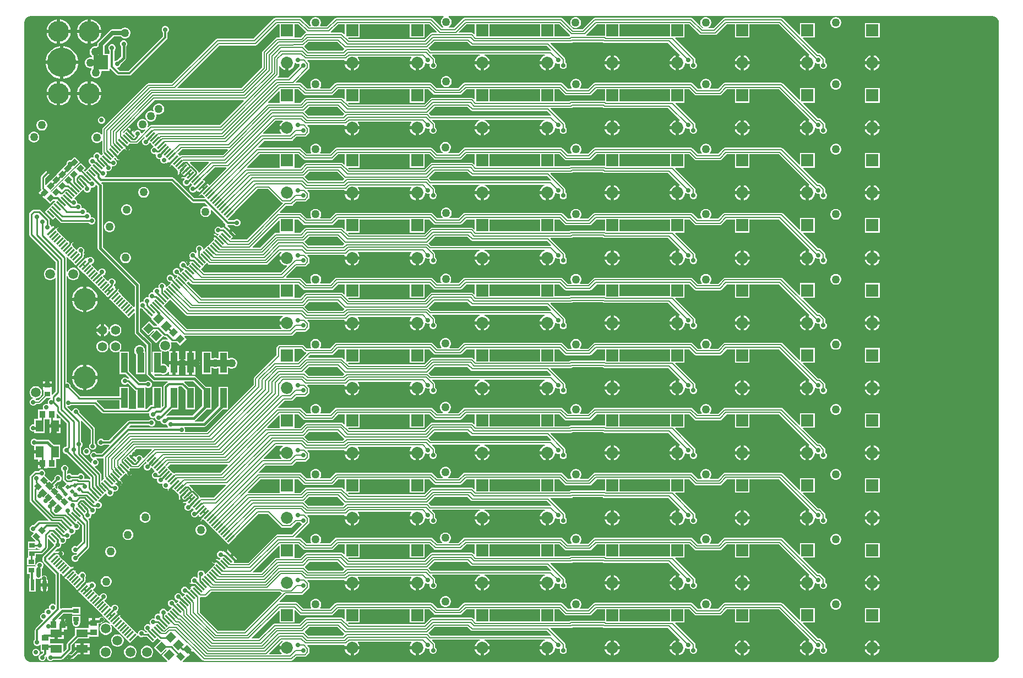
<source format=gtl>
G04*
G04 #@! TF.GenerationSoftware,Altium Limited,Altium Designer,22.10.1 (41)*
G04*
G04 Layer_Physical_Order=1*
G04 Layer_Color=255*
%FSLAX25Y25*%
%MOIN*%
G70*
G04*
G04 #@! TF.SameCoordinates,C65821A1-17F7-41E3-85A7-462E8C27BB40*
G04*
G04*
G04 #@! TF.FilePolarity,Positive*
G04*
G01*
G75*
%ADD10R,0.03347X0.02953*%
%ADD11R,0.03937X0.12205*%
G04:AMPARAMS|DCode=12|XSize=13.78mil|YSize=53.15mil|CornerRadius=0mil|HoleSize=0mil|Usage=FLASHONLY|Rotation=315.000|XOffset=0mil|YOffset=0mil|HoleType=Round|Shape=Rectangle|*
%AMROTATEDRECTD12*
4,1,4,-0.02366,-0.01392,0.01392,0.02366,0.02366,0.01392,-0.01392,-0.02366,-0.02366,-0.01392,0.0*
%
%ADD12ROTATEDRECTD12*%

G04:AMPARAMS|DCode=13|XSize=53.15mil|YSize=13.78mil|CornerRadius=0mil|HoleSize=0mil|Usage=FLASHONLY|Rotation=315.000|XOffset=0mil|YOffset=0mil|HoleType=Round|Shape=Rectangle|*
%AMROTATEDRECTD13*
4,1,4,-0.02366,0.01392,-0.01392,0.02366,0.02366,-0.01392,0.01392,-0.02366,-0.02366,0.01392,0.0*
%
%ADD13ROTATEDRECTD13*%

G04:AMPARAMS|DCode=14|XSize=65.3mil|YSize=24.68mil|CornerRadius=12.34mil|HoleSize=0mil|Usage=FLASHONLY|Rotation=90.000|XOffset=0mil|YOffset=0mil|HoleType=Round|Shape=RoundedRectangle|*
%AMROUNDEDRECTD14*
21,1,0.06530,0.00000,0,0,90.0*
21,1,0.04063,0.02468,0,0,90.0*
1,1,0.02468,0.00000,0.02031*
1,1,0.02468,0.00000,-0.02031*
1,1,0.02468,0.00000,-0.02031*
1,1,0.02468,0.00000,0.02031*
%
%ADD14ROUNDEDRECTD14*%
%ADD15R,0.02468X0.06530*%
%ADD16P,0.03062X4X270.0*%
G04:AMPARAMS|DCode=17|XSize=41.34mil|YSize=37.4mil|CornerRadius=0mil|HoleSize=0mil|Usage=FLASHONLY|Rotation=45.000|XOffset=0mil|YOffset=0mil|HoleType=Round|Shape=Rectangle|*
%AMROTATEDRECTD17*
4,1,4,-0.00139,-0.02784,-0.02784,-0.00139,0.00139,0.02784,0.02784,0.00139,-0.00139,-0.02784,0.0*
%
%ADD17ROTATEDRECTD17*%

G04:AMPARAMS|DCode=18|XSize=51.18mil|YSize=43.31mil|CornerRadius=0mil|HoleSize=0mil|Usage=FLASHONLY|Rotation=45.000|XOffset=0mil|YOffset=0mil|HoleType=Round|Shape=Rectangle|*
%AMROTATEDRECTD18*
4,1,4,-0.00278,-0.03341,-0.03341,-0.00278,0.00278,0.03341,0.03341,0.00278,-0.00278,-0.03341,0.0*
%
%ADD18ROTATEDRECTD18*%

G04:AMPARAMS|DCode=19|XSize=33.47mil|YSize=29.53mil|CornerRadius=0mil|HoleSize=0mil|Usage=FLASHONLY|Rotation=315.000|XOffset=0mil|YOffset=0mil|HoleType=Round|Shape=Rectangle|*
%AMROTATEDRECTD19*
4,1,4,-0.02227,0.00139,-0.00139,0.02227,0.02227,-0.00139,0.00139,-0.02227,-0.02227,0.00139,0.0*
%
%ADD19ROTATEDRECTD19*%

%ADD20R,0.04134X0.03740*%
%ADD21R,0.04724X0.07087*%
G04:AMPARAMS|DCode=22|XSize=33.47mil|YSize=29.53mil|CornerRadius=0mil|HoleSize=0mil|Usage=FLASHONLY|Rotation=45.000|XOffset=0mil|YOffset=0mil|HoleType=Round|Shape=Rectangle|*
%AMROTATEDRECTD22*
4,1,4,-0.00139,-0.02227,-0.02227,-0.00139,0.00139,0.02227,0.02227,0.00139,-0.00139,-0.02227,0.0*
%
%ADD22ROTATEDRECTD22*%

G04:AMPARAMS|DCode=23|XSize=41.34mil|YSize=37.4mil|CornerRadius=0mil|HoleSize=0mil|Usage=FLASHONLY|Rotation=135.000|XOffset=0mil|YOffset=0mil|HoleType=Round|Shape=Rectangle|*
%AMROTATEDRECTD23*
4,1,4,0.02784,-0.00139,0.00139,-0.02784,-0.02784,0.00139,-0.00139,0.02784,0.02784,-0.00139,0.0*
%
%ADD23ROTATEDRECTD23*%

%ADD24R,0.03740X0.04134*%
%ADD25R,0.07087X0.04724*%
%ADD37C,0.07284*%
%ADD38R,0.07284X0.07284*%
%ADD49C,0.01181*%
%ADD50C,0.00787*%
%ADD51C,0.01575*%
%ADD52C,0.00984*%
%ADD53C,0.02756*%
%ADD54C,0.03937*%
%ADD55C,0.12720*%
%ADD56C,0.17717*%
%ADD57R,0.08858X0.08858*%
%ADD58C,0.13583*%
%ADD59C,0.05591*%
%ADD60C,0.02756*%
%ADD61C,0.05906*%
%ADD62C,0.21654*%
%ADD63C,0.05000*%
%ADD64C,0.39370*%
G36*
X5000Y392388D02*
X255028D01*
X255161Y391888D01*
X254674Y391607D01*
X254062Y390995D01*
X253629Y390245D01*
X253405Y389409D01*
Y388544D01*
X253629Y387707D01*
X254062Y386958D01*
X254674Y386346D01*
X254930Y386198D01*
X255043Y385556D01*
X254959Y385456D01*
X254042D01*
X248411Y391087D01*
X248021Y391348D01*
X247560Y391440D01*
X247560Y391440D01*
X190235D01*
X190235Y391440D01*
X189775Y391348D01*
X189384Y391087D01*
X184540Y386244D01*
X180531D01*
X180293Y386744D01*
X180622Y387314D01*
X180847Y388150D01*
Y389016D01*
X180622Y389852D01*
X180190Y390601D01*
X179578Y391213D01*
X178828Y391646D01*
X177992Y391870D01*
X177126D01*
X176290Y391646D01*
X175540Y391213D01*
X174928Y390601D01*
X174496Y389852D01*
X174272Y389016D01*
Y388150D01*
X174496Y387314D01*
X174825Y386744D01*
X174587Y386244D01*
X174004D01*
X169160Y391087D01*
X168770Y391348D01*
X168309Y391440D01*
X168309Y391440D01*
X153227D01*
X153227Y391440D01*
X152767Y391348D01*
X152376Y391087D01*
X152376Y391087D01*
X140052Y378763D01*
X118110D01*
X118110Y378763D01*
X117649Y378672D01*
X117259Y378411D01*
X90552Y351704D01*
X76283D01*
X75822Y351613D01*
X75432Y351351D01*
X75432Y351351D01*
X48780Y324700D01*
X48519Y324309D01*
X48427Y323848D01*
X48427Y323848D01*
Y321013D01*
X47927Y320880D01*
X47906Y320916D01*
X47294Y321528D01*
X46545Y321961D01*
X45708Y322185D01*
X44843D01*
X44007Y321961D01*
X43257Y321528D01*
X42645Y320916D01*
X42212Y320166D01*
X41988Y319330D01*
Y318465D01*
X42212Y317629D01*
X42645Y316879D01*
X43257Y316267D01*
X44007Y315834D01*
X44843Y315610D01*
X45708D01*
X46545Y315834D01*
X47294Y316267D01*
X47906Y316879D01*
X47927Y316916D01*
X48427Y316782D01*
Y309851D01*
X48427Y309851D01*
X48519Y309390D01*
X48771Y309013D01*
X47989Y308232D01*
X47401Y308351D01*
X47197Y308842D01*
X46588Y309452D01*
X45792Y309781D01*
X44931D01*
X44135Y309452D01*
X43526Y308842D01*
X43196Y308047D01*
Y307185D01*
X43209Y307156D01*
X42855Y306802D01*
X42826Y306815D01*
X41964D01*
X41168Y306485D01*
X40559Y305876D01*
X40230Y305080D01*
Y304219D01*
X40559Y303423D01*
X41168Y302814D01*
X41660Y302610D01*
X41779Y302022D01*
X40859Y301102D01*
X38093Y298336D01*
X37176Y299253D01*
X38418Y300495D01*
X35216Y303696D01*
X31737Y300217D01*
X31737Y300217D01*
X31383Y299863D01*
X27996Y296477D01*
Y296477D01*
X27933Y296413D01*
X24453Y292933D01*
X24453Y292933D01*
X24100Y292580D01*
X20910Y289390D01*
X20910Y289390D01*
X20556Y289036D01*
X17669Y286149D01*
X17401Y286215D01*
X17302Y286617D01*
X20139Y289454D01*
X20492Y289808D01*
Y289808D01*
X23972Y293287D01*
X24035Y293351D01*
X27515Y296831D01*
Y296831D01*
X27579Y296894D01*
X31059Y300374D01*
Y300374D01*
X31319Y300634D01*
X34799Y304114D01*
X31597Y307316D01*
X29406Y305124D01*
X29330Y305156D01*
X28468D01*
X27673Y304826D01*
X27063Y304217D01*
X26734Y303421D01*
Y302560D01*
X26765Y302484D01*
X24377Y300096D01*
Y300096D01*
X24314Y300032D01*
X20834Y296552D01*
X20771Y296489D01*
X17291Y293009D01*
X17227Y292945D01*
X14365Y290083D01*
X13903Y290275D01*
Y294341D01*
X17852Y298290D01*
X18134Y298713D01*
X18234Y299213D01*
X18134Y299712D01*
X17852Y300135D01*
X17428Y300418D01*
X16929Y300517D01*
X16430Y300418D01*
X16007Y300135D01*
X11676Y295804D01*
X11393Y295381D01*
X11294Y294882D01*
Y287979D01*
X11393Y287480D01*
X11578Y287203D01*
X9904Y285529D01*
X10948Y284485D01*
X12838Y286375D01*
X14252Y284961D01*
X12362Y283070D01*
X13382Y282050D01*
X13406Y282027D01*
X13847Y281886D01*
X13909Y281823D01*
X17025Y278708D01*
X18960Y280644D01*
X19789D01*
X19901Y280144D01*
X17892Y278135D01*
X15109Y275351D01*
X15109Y275351D01*
X13717Y273959D01*
X18588Y269087D01*
X20102Y270601D01*
X23121Y267581D01*
X23544Y267299D01*
X24044Y267199D01*
X40368D01*
X40899Y266668D01*
X41695Y266339D01*
X42557D01*
X43353Y266668D01*
X43962Y267277D01*
X44291Y268073D01*
Y268935D01*
X43962Y269730D01*
X43353Y270340D01*
X42557Y270669D01*
X41997D01*
X41654Y270788D01*
X41535Y271131D01*
Y271691D01*
X41206Y272486D01*
X40597Y273095D01*
X39801Y273425D01*
X39241D01*
X38898Y273544D01*
X38780Y273887D01*
Y274447D01*
X38450Y275242D01*
X37841Y275851D01*
X37045Y276181D01*
X36486D01*
X36142Y276300D01*
X36024Y276643D01*
Y277202D01*
X35694Y277998D01*
X35085Y278607D01*
X34289Y278937D01*
X33730D01*
X33386Y279056D01*
X33268Y279399D01*
Y279958D01*
X32938Y280754D01*
X32329Y281363D01*
X31793Y281585D01*
X31656Y282155D01*
X33204Y283703D01*
X36743Y287242D01*
X37312Y287104D01*
X37534Y286569D01*
X38144Y285960D01*
X38939Y285630D01*
X39801D01*
X40597Y285960D01*
X41206Y286569D01*
X41535Y287365D01*
Y288226D01*
X41533Y288231D01*
X41887Y288585D01*
X41892Y288583D01*
X42753D01*
X43549Y288912D01*
X44159Y289522D01*
X44410Y290128D01*
X44950Y290295D01*
X45638Y289606D01*
Y251969D01*
X45638Y251969D01*
X45761Y251354D01*
X46109Y250833D01*
X68079Y228863D01*
Y216406D01*
X67579Y216199D01*
X65914Y217864D01*
X63131Y220648D01*
X60347Y223432D01*
X60347Y223432D01*
X58409Y225369D01*
X58560Y225520D01*
X58132Y225947D01*
X58347Y226269D01*
X58446Y226768D01*
Y227488D01*
X58686Y227847D01*
X58785Y228346D01*
X58686Y228846D01*
X58403Y229269D01*
X57980Y229552D01*
X57480Y229651D01*
X56981Y229552D01*
X56558Y229269D01*
X56219Y228930D01*
X56089Y228735D01*
X55529Y228735D01*
X55520Y228739D01*
X55443Y228884D01*
X55544Y229034D01*
X55643Y229534D01*
Y229737D01*
X56120Y230214D01*
X56449Y231010D01*
Y231871D01*
X56120Y232667D01*
X55511Y233276D01*
X54715Y233606D01*
X53853D01*
X53057Y233276D01*
X52448Y232667D01*
X52264Y232222D01*
X51674Y232104D01*
X49907Y233871D01*
X49907Y233871D01*
X48915Y234864D01*
X49060Y235426D01*
X49615Y235655D01*
X50224Y236264D01*
X50553Y237060D01*
Y237922D01*
X50224Y238718D01*
X49615Y239327D01*
X48819Y239656D01*
X47957D01*
X47161Y239327D01*
X46552Y238718D01*
X46323Y238163D01*
X45761Y238018D01*
X45035Y238743D01*
X45035Y238743D01*
X41952Y241826D01*
X42083Y242402D01*
X42603Y242618D01*
X43212Y243227D01*
X43542Y244023D01*
Y244884D01*
X43212Y245680D01*
X42603Y246289D01*
X41807Y246619D01*
X40946D01*
X40150Y246289D01*
X39967Y246106D01*
X39578Y246425D01*
X39680Y246577D01*
X39779Y247076D01*
Y247356D01*
X39680Y247855D01*
X39397Y248278D01*
X38974Y248561D01*
X38475Y248660D01*
X37976Y248561D01*
X37762Y248418D01*
X37262Y248674D01*
Y249033D01*
X37265Y249051D01*
X37246Y249145D01*
X37269Y249167D01*
X37598Y249963D01*
Y250824D01*
X37269Y251620D01*
X36660Y252229D01*
X35864Y252559D01*
X35002D01*
X34207Y252229D01*
X33597Y251620D01*
X33383Y251103D01*
X32806Y250973D01*
X31116Y252662D01*
X31116Y252662D01*
X30570Y253208D01*
X30721Y253359D01*
X30215Y253864D01*
X30302Y254302D01*
Y254749D01*
X30450Y254897D01*
X30733Y255321D01*
X30832Y255820D01*
Y256299D01*
X30733Y256799D01*
X30450Y257222D01*
X30027Y257505D01*
X29528Y257604D01*
X29028Y257505D01*
X28605Y257222D01*
X28322Y256799D01*
X28238Y256375D01*
X28174Y256311D01*
X27580Y256198D01*
X24156Y259622D01*
X24156Y259622D01*
X21172Y262606D01*
X20977Y263102D01*
X21030Y263686D01*
X21554Y264210D01*
X21592Y264235D01*
X21875Y264658D01*
X21974Y265158D01*
X21875Y265657D01*
X21592Y266080D01*
X21169Y266363D01*
X20669Y266462D01*
X20657D01*
X20157Y266363D01*
X19734Y266080D01*
X18867Y265212D01*
X18588Y265491D01*
X17982Y264884D01*
X17481Y265090D01*
X17190Y265793D01*
X16659Y266325D01*
Y268898D01*
X16560Y269397D01*
X16277Y269820D01*
X11159Y274938D01*
X10735Y275221D01*
X10236Y275320D01*
X7087D01*
X6587Y275221D01*
X6164Y274938D01*
X4589Y273363D01*
X4307Y272940D01*
X4207Y272441D01*
Y260236D01*
X4307Y259737D01*
X4589Y259314D01*
X20349Y243554D01*
Y238693D01*
X19849Y238590D01*
X19226Y239213D01*
X18373Y239706D01*
X17422Y239961D01*
X16437D01*
X15485Y239706D01*
X14633Y239213D01*
X13936Y238517D01*
X13444Y237664D01*
X13189Y236713D01*
Y235728D01*
X13444Y234777D01*
X13936Y233924D01*
X14633Y233228D01*
X15485Y232735D01*
X16437Y232480D01*
X17422D01*
X18373Y232735D01*
X19226Y233228D01*
X19849Y233851D01*
X20349Y233748D01*
Y165107D01*
X18315Y163073D01*
X17815Y163280D01*
X17815Y165813D01*
X18028Y166224D01*
X18028Y166258D01*
Y167701D01*
X15354D01*
X12681D01*
Y166258D01*
X12681Y166224D01*
X12894Y165813D01*
X12894Y165724D01*
Y163022D01*
X9737Y159866D01*
X8538D01*
X8529Y159888D01*
X8090Y160327D01*
X8297Y160827D01*
X8760D01*
X9711Y161082D01*
X10564Y161574D01*
X11261Y162270D01*
X11753Y163123D01*
X12008Y164075D01*
Y165059D01*
X11753Y166011D01*
X11261Y166863D01*
X10564Y167560D01*
X9711Y168052D01*
X8760Y168307D01*
X7775D01*
X6824Y168052D01*
X5971Y167560D01*
X5275Y166863D01*
X4783Y166011D01*
X4528Y165059D01*
Y164075D01*
X4783Y163123D01*
X5275Y162270D01*
X5971Y161574D01*
X6400Y161327D01*
X6266Y160827D01*
X6262D01*
X5466Y160497D01*
X4857Y159888D01*
X4528Y159092D01*
Y158231D01*
X4857Y157435D01*
X5466Y156826D01*
X6262Y156496D01*
X7124D01*
X7920Y156826D01*
X8529Y157435D01*
X8538Y157457D01*
X10236D01*
X10236Y157457D01*
X10697Y157549D01*
X11088Y157810D01*
X14597Y161319D01*
X17267D01*
X17286Y160827D01*
X16490Y160497D01*
X15881Y159888D01*
X15551Y159092D01*
Y158231D01*
X15672Y157938D01*
X15290Y157555D01*
X14997Y157677D01*
X14136D01*
X13340Y157347D01*
X12731Y156738D01*
X12401Y155942D01*
Y155081D01*
X12627Y154535D01*
X12327Y154035D01*
X9646D01*
Y148622D01*
X7283D01*
Y145185D01*
X7124Y145079D01*
X6262D01*
X5466Y144749D01*
X4857Y144140D01*
X4528Y143344D01*
Y142483D01*
X4857Y141687D01*
X5466Y141078D01*
X6262Y140748D01*
X7124D01*
X7283Y140641D01*
Y139961D01*
X13583D01*
Y146035D01*
X13608Y146161D01*
Y148327D01*
X14730D01*
X15142Y148114D01*
X15142Y148114D01*
X15142Y148114D01*
X16520D01*
Y145291D01*
X19882D01*
X23244D01*
Y148835D01*
X20882D01*
Y151423D01*
X21344Y151614D01*
X27042Y145916D01*
Y132122D01*
X26613Y131693D01*
X26341D01*
X25545Y131363D01*
X24936Y130754D01*
X24606Y129958D01*
Y129097D01*
X24936Y128301D01*
X25545Y127692D01*
X26341Y127362D01*
X26698D01*
X41215Y112846D01*
Y112096D01*
X40715Y111829D01*
X40558Y111934D01*
X40059Y112033D01*
X37798D01*
X37464Y112533D01*
X37598Y112857D01*
Y113718D01*
X37269Y114514D01*
X36660Y115123D01*
X35864Y115453D01*
X35002D01*
X34207Y115123D01*
X33675Y114592D01*
X30104D01*
X29573Y115123D01*
X28777Y115453D01*
X27916D01*
X27590Y115318D01*
X27090Y115652D01*
Y116688D01*
X27621Y117219D01*
X27951Y118015D01*
Y118876D01*
X27621Y119672D01*
X27012Y120281D01*
X26216Y120611D01*
X25355D01*
X24559Y120281D01*
X23950Y119672D01*
X23620Y118876D01*
Y118015D01*
X23950Y117219D01*
X24481Y116688D01*
Y112010D01*
X24580Y111511D01*
X24863Y111087D01*
X26144Y109806D01*
X26568Y109523D01*
X26676Y109502D01*
X26840Y108959D01*
X25040Y107158D01*
X24576Y107246D01*
X24367Y107455D01*
X24318Y107701D01*
X23970Y108222D01*
X23449Y108570D01*
X22835Y108692D01*
X22220Y108570D01*
X21699Y108222D01*
X21351Y107701D01*
X21229Y107087D01*
Y106717D01*
X21229Y106717D01*
X21264Y106539D01*
X20804Y106292D01*
X19996Y107101D01*
X20483Y107588D01*
X19584Y108487D01*
X21333Y110236D01*
X22084D01*
X22880Y110566D01*
X23489Y111175D01*
X23819Y111971D01*
Y112832D01*
X23489Y113628D01*
X22880Y114237D01*
X22084Y114567D01*
X21223D01*
X20427Y114237D01*
X19818Y113628D01*
X19488Y112832D01*
Y112081D01*
X17739Y110332D01*
X16446Y111624D01*
X16156Y111334D01*
X13406Y114084D01*
X13647Y114325D01*
X13976Y115120D01*
Y115982D01*
X13647Y116778D01*
X13038Y117387D01*
X12242Y117717D01*
X11380D01*
X10584Y117387D01*
X10053Y116856D01*
X8066D01*
X7566Y116756D01*
X7143Y116474D01*
X4983Y114314D01*
X4700Y113890D01*
X4601Y113391D01*
Y99151D01*
X4700Y98652D01*
X4983Y98228D01*
X15913Y87298D01*
X15722Y86836D01*
X10335D01*
X9835Y86737D01*
X9412Y86454D01*
X7013Y84055D01*
X6262D01*
X5466Y83726D01*
X4857Y83116D01*
X4528Y82320D01*
Y81459D01*
X4857Y80663D01*
X5466Y80054D01*
X6262Y79724D01*
X6640D01*
X6847Y79224D01*
X5086Y77464D01*
X7886Y74663D01*
X7679Y74163D01*
X3445D01*
Y69636D01*
X8366D01*
Y70148D01*
X8866Y70355D01*
X9206Y70015D01*
X10002Y69685D01*
X10408D01*
X10690Y69185D01*
X10620Y69070D01*
X6890D01*
X6764Y69045D01*
X3445D01*
Y64518D01*
X3051Y64272D01*
X3051D01*
Y59744D01*
X7952D01*
X7986Y59709D01*
X8171Y59236D01*
X8153Y59215D01*
X8035Y59142D01*
X7972Y59154D01*
Y59153D01*
X3051D01*
Y54626D01*
X4471D01*
Y51874D01*
X4219D01*
Y43769D01*
X8262D01*
Y51505D01*
X8761Y51772D01*
X9054Y51577D01*
X9843Y51420D01*
X10631Y51577D01*
X11248Y51989D01*
X11720Y51822D01*
X11798Y51409D01*
X11341Y50724D01*
X11167Y49852D01*
Y48821D01*
X13445D01*
X15723D01*
Y49852D01*
X15549Y50724D01*
X15055Y51463D01*
X15021Y51486D01*
Y51939D01*
X14899Y52553D01*
X14551Y53074D01*
X14551Y53074D01*
X14521Y53104D01*
X14000Y53452D01*
X13386Y53574D01*
X12771Y53452D01*
X12352Y53172D01*
X11973Y53348D01*
X11891Y53420D01*
X11903Y53481D01*
Y57543D01*
X11815Y57990D01*
X11857Y58007D01*
X12466Y58616D01*
X12795Y59412D01*
Y60273D01*
X12466Y61069D01*
X11857Y61678D01*
X11061Y62008D01*
X10199D01*
X9403Y61678D01*
X8794Y61069D01*
X8465Y60273D01*
X7972Y60292D01*
Y64272D01*
X8366Y64518D01*
X8366D01*
Y66461D01*
X11467D01*
X11966Y66561D01*
X12389Y66843D01*
X15096Y69550D01*
X15379Y69973D01*
X15478Y70473D01*
Y75709D01*
X15940Y75900D01*
X19307Y72533D01*
X19304Y72524D01*
Y71915D01*
X12786Y65397D01*
X12482Y64942D01*
X12375Y64404D01*
Y62598D01*
X12482Y62061D01*
X12786Y61605D01*
X20249Y54142D01*
Y36170D01*
X19749Y35963D01*
X19624Y36088D01*
X18828Y36417D01*
X17967D01*
X17171Y36088D01*
X16562Y35478D01*
X16232Y34683D01*
Y34123D01*
X16196Y33809D01*
X15770Y33661D01*
X15317D01*
X14522Y33332D01*
X13912Y32723D01*
X13583Y31927D01*
Y31367D01*
X13464Y31024D01*
X13121Y30906D01*
X12561D01*
X11766Y30576D01*
X11156Y29967D01*
X10827Y29171D01*
Y28309D01*
X11156Y27514D01*
X11766Y26904D01*
X12492Y26603D01*
X12709Y26113D01*
X8062Y21466D01*
X7757Y21010D01*
X7650Y20472D01*
Y14846D01*
X7219Y14415D01*
X6890Y13620D01*
Y12758D01*
X7219Y11962D01*
X7829Y11353D01*
X8624Y11024D01*
X9486D01*
X10282Y11353D01*
X10602Y11674D01*
X11102Y11467D01*
Y7490D01*
X12552D01*
Y6796D01*
X11938Y6182D01*
X11755D01*
X10960Y5852D01*
X10350Y5243D01*
X10021Y4447D01*
Y3586D01*
X10350Y2790D01*
X10960Y2181D01*
X11755Y1851D01*
X12617D01*
X13413Y2181D01*
X14022Y2790D01*
X14351Y3586D01*
Y4366D01*
X14442Y4443D01*
X14808Y4313D01*
X14942Y4178D01*
Y3586D01*
X15272Y2790D01*
X15881Y2181D01*
X16677Y1851D01*
X17538D01*
X18334Y2181D01*
X18765Y2612D01*
X23702D01*
X24239Y2719D01*
X24695Y3023D01*
X29438Y7766D01*
X29743Y8222D01*
X29850Y8760D01*
Y11381D01*
X33987Y15518D01*
X40661D01*
Y16535D01*
X46161D01*
X46161Y21620D01*
X46374Y22031D01*
X46374Y22262D01*
Y24379D01*
X46924D01*
X46924Y24379D01*
X47539Y24501D01*
X48060Y24849D01*
X48660Y25449D01*
X48843Y25485D01*
X49364Y25833D01*
X49712Y26354D01*
X49834Y26969D01*
X49712Y27583D01*
X49364Y28104D01*
X48843Y28452D01*
X48228Y28574D01*
X47909D01*
X47909Y28574D01*
X47294Y28452D01*
X46773Y28104D01*
X46773Y28104D01*
X46734Y28064D01*
X46374Y27772D01*
Y27772D01*
X46374Y27772D01*
X44307D01*
Y24902D01*
X43307D01*
Y23902D01*
X40240D01*
Y22317D01*
X40240Y22031D01*
X39829Y21817D01*
X32000D01*
Y17505D01*
X27451Y12956D01*
X27147Y12500D01*
X27040Y11963D01*
Y9342D01*
X25375Y7677D01*
X24913Y7869D01*
Y12368D01*
X17165D01*
X16925Y12608D01*
X17024Y12986D01*
X17024Y12986D01*
X17024Y12986D01*
Y15305D01*
X19583D01*
Y18667D01*
X20583D01*
Y19667D01*
X25126D01*
Y20949D01*
X27378D01*
Y23016D01*
X24508D01*
Y24016D01*
X23508D01*
Y27083D01*
X21990D01*
X21783Y27583D01*
X24761Y30561D01*
X30197D01*
Y29903D01*
X35118D01*
Y34430D01*
X30197D01*
Y33772D01*
X24095D01*
X24095Y33772D01*
X23559Y33665D01*
X23058Y33893D01*
Y54434D01*
X23559Y54641D01*
X24127Y54072D01*
X23976Y53922D01*
X24464Y53435D01*
X24614Y53585D01*
X24973Y53226D01*
X27409Y55662D01*
X28105Y54966D01*
X25669Y52530D01*
X26028Y52171D01*
X25878Y52021D01*
X26365Y51534D01*
X26365D01*
X26666Y51534D01*
X27061Y51138D01*
X29149Y49050D01*
X32478Y45721D01*
X32328Y45570D01*
X32815Y45083D01*
X32965Y45233D01*
X33325Y44874D01*
X35761Y47310D01*
X36456Y46615D01*
X34020Y44178D01*
X34380Y43819D01*
X34229Y43669D01*
X34717Y43182D01*
X34867Y43332D01*
X38197Y40003D01*
X41676Y36523D01*
X45156Y33043D01*
X48636Y29563D01*
X51966Y26234D01*
X51815Y26083D01*
X53071Y24828D01*
X52764Y24428D01*
X52022Y24856D01*
X51071Y25111D01*
X50086D01*
X49135Y24856D01*
X48282Y24363D01*
X47585Y23667D01*
X47093Y22814D01*
X46838Y21863D01*
Y20878D01*
X47093Y19927D01*
X47585Y19074D01*
X48282Y18378D01*
X49135Y17885D01*
X50086Y17630D01*
X51071D01*
X52022Y17885D01*
X52875Y18378D01*
X53571Y19074D01*
X54063Y19927D01*
X54318Y20878D01*
Y21863D01*
X54063Y22814D01*
X53635Y23556D01*
X53731Y23630D01*
X54204Y23695D01*
Y23695D01*
X54505Y23695D01*
X54900Y23299D01*
X58380Y19819D01*
X61860Y16340D01*
X63947Y14252D01*
X65339Y12860D01*
X69835Y17355D01*
X70408Y17277D01*
X71017Y16668D01*
X71813Y16339D01*
X72675D01*
X73085Y16509D01*
X73496Y16427D01*
X75413D01*
X78980Y12860D01*
X81886Y15765D01*
X82805Y14846D01*
X83228Y14563D01*
X83563Y14496D01*
X83776Y14002D01*
X79696Y9922D01*
X83872Y5746D01*
X87046Y8920D01*
X87153Y8899D01*
X87317Y8356D01*
X84289Y5329D01*
X87844Y1775D01*
X87652Y1313D01*
X5000D01*
X4979Y1309D01*
X4044Y1432D01*
X3153Y1801D01*
X2388Y2388D01*
X1801Y3153D01*
X1432Y4044D01*
X1309Y4979D01*
X1313Y5000D01*
Y388189D01*
Y388701D01*
X1309Y388721D01*
X1432Y389657D01*
X1801Y390548D01*
X2388Y391313D01*
X3153Y391900D01*
X4044Y392269D01*
X4979Y392392D01*
X5000Y392388D01*
D02*
G37*
G36*
X195301Y381626D02*
X194839Y381435D01*
X194237Y382038D01*
X193846Y382299D01*
X193385Y382391D01*
X193385Y382391D01*
X187046D01*
X186839Y382891D01*
X191392Y387444D01*
X195301D01*
Y381626D01*
D02*
G37*
G36*
X274042Y381626D02*
X273580Y381435D01*
X272977Y382038D01*
X272586Y382299D01*
X272125Y382391D01*
X272125Y382391D01*
X264551D01*
X264360Y382853D01*
X268951Y387444D01*
X274042D01*
Y381626D01*
D02*
G37*
G36*
X352782Y380742D02*
X352635Y380621D01*
X352635Y380621D01*
X341679D01*
X341562Y380798D01*
X341486Y381121D01*
X347808Y387444D01*
X352782D01*
Y380742D01*
D02*
G37*
G36*
X392152Y380181D02*
X361640D01*
Y387444D01*
X392152D01*
Y380181D01*
D02*
G37*
G36*
X331549Y381038D02*
X331563Y381029D01*
X331581Y380850D01*
X331512Y380462D01*
X331223Y380269D01*
X331223Y380269D01*
X331136Y380181D01*
X322270D01*
Y387444D01*
X325144D01*
X331549Y381038D01*
D02*
G37*
G36*
X313411Y380181D02*
X282900D01*
Y387444D01*
X313411D01*
Y380181D01*
D02*
G37*
G36*
X171741Y382855D02*
X171577Y382312D01*
X171511Y382299D01*
X171121Y382038D01*
X168633Y379551D01*
X164789D01*
Y387444D01*
X167152D01*
X171741Y382855D01*
D02*
G37*
G36*
X250995Y382853D02*
X250803Y382391D01*
X247956D01*
X247956Y382391D01*
X247496Y382299D01*
X247105Y382038D01*
X243437Y378370D01*
X197905D01*
X197353Y378922D01*
X197544Y379383D01*
X204160D01*
Y387444D01*
X234671D01*
Y379383D01*
X243530D01*
Y387444D01*
X246404D01*
X250995Y382853D01*
D02*
G37*
G36*
X155931Y379551D02*
X154331D01*
X153870Y379459D01*
X153479Y379198D01*
X145605Y371324D01*
X145344Y370933D01*
X145252Y370472D01*
X145252Y370472D01*
Y361522D01*
X132572Y348842D01*
X94112D01*
X93920Y349304D01*
X119232Y374616D01*
X141174D01*
X141174Y374616D01*
X141635Y374708D01*
X142026Y374969D01*
X154501Y387444D01*
X155931D01*
Y379551D01*
D02*
G37*
G36*
X194715Y372874D02*
X194715Y372874D01*
X194729Y372864D01*
X194828Y372333D01*
X194792Y372220D01*
X194052Y371480D01*
X173271D01*
X170749Y374003D01*
X170782Y374345D01*
X173245Y376807D01*
X190781D01*
X194715Y372874D01*
D02*
G37*
G36*
X271589Y374739D02*
X271980Y374478D01*
X272441Y374386D01*
X272441Y374386D01*
X317705D01*
X320169Y371922D01*
X319922Y371462D01*
X319895Y371467D01*
X319894Y371467D01*
X247535D01*
X246013Y372989D01*
X246007Y373045D01*
X249770Y376807D01*
X269521D01*
X271589Y374739D01*
D02*
G37*
G36*
X588476Y392269D02*
X589367Y391900D01*
X590132Y391313D01*
X590719Y390548D01*
X591088Y389657D01*
X591211Y388721D01*
X591207Y388701D01*
Y5000D01*
X591211Y4979D01*
X591088Y4044D01*
X590719Y3153D01*
X590132Y2388D01*
X589367Y1801D01*
X588476Y1432D01*
X587540Y1309D01*
X587520Y1313D01*
X97341D01*
X97150Y1775D01*
X99911Y4535D01*
X100189Y4513D01*
X100189D01*
X101511Y5835D01*
X99343Y8004D01*
X100757Y9418D01*
X102926Y7250D01*
X103679Y8004D01*
X109385Y2298D01*
X109385Y2298D01*
X109775Y2037D01*
X110236Y1945D01*
X110236Y1945D01*
X162992D01*
X162992Y1945D01*
X163453Y2037D01*
X163844Y2298D01*
X166037Y4492D01*
X171144D01*
X171144Y4492D01*
X171605Y4583D01*
X171995Y4845D01*
X173502Y6351D01*
X173502Y6351D01*
X173763Y6742D01*
X173855Y7203D01*
Y9333D01*
X173763Y9794D01*
X173502Y10185D01*
X173502Y10185D01*
X172582Y11105D01*
X172773Y11567D01*
X194989D01*
X195293Y11170D01*
X195193Y10797D01*
X199731D01*
X204268D01*
X204056Y11588D01*
X203445Y12647D01*
X203126Y12966D01*
X203317Y13428D01*
X235514D01*
X235705Y12966D01*
X235386Y12647D01*
X234775Y11588D01*
X234563Y10797D01*
X239101D01*
Y9797D01*
X240101D01*
Y5259D01*
X240892Y5471D01*
X241951Y6083D01*
X242815Y6947D01*
X243426Y8005D01*
X243742Y9186D01*
Y9575D01*
X244242Y9782D01*
X244443Y9582D01*
X245239Y9252D01*
X246100D01*
X246392Y9373D01*
X246774Y8990D01*
X246654Y8698D01*
Y7837D01*
X246983Y7041D01*
X247592Y6432D01*
X248388Y6102D01*
X249250D01*
X250045Y6432D01*
X250655Y7041D01*
X250984Y7837D01*
Y8698D01*
X250655Y9494D01*
X250045Y10103D01*
X250023Y10113D01*
Y11905D01*
X249932Y12365D01*
X249670Y12756D01*
X249670Y12756D01*
X248160Y14266D01*
X248352Y14728D01*
X277008D01*
X277074Y14228D01*
X276679Y14122D01*
X275621Y13511D01*
X274756Y12647D01*
X274145Y11588D01*
X273933Y10797D01*
X278471D01*
X283008D01*
X282796Y11588D01*
X282185Y12647D01*
X281321Y13511D01*
X280262Y14122D01*
X279867Y14228D01*
X279933Y14728D01*
X316378D01*
X316444Y14228D01*
X316049Y14122D01*
X314991Y13511D01*
X314126Y12647D01*
X313515Y11588D01*
X313303Y10797D01*
X317841D01*
Y9797D01*
X318841D01*
Y5259D01*
X319632Y5471D01*
X320691Y6083D01*
X321555Y6947D01*
X322166Y8005D01*
X322482Y9186D01*
Y9575D01*
X322982Y9782D01*
X323183Y9582D01*
X323979Y9252D01*
X324840D01*
X325132Y9373D01*
X325515Y8990D01*
X325394Y8698D01*
Y7837D01*
X325723Y7041D01*
X326332Y6432D01*
X327128Y6102D01*
X327990D01*
X328786Y6432D01*
X329395Y7041D01*
X329724Y7837D01*
Y8698D01*
X329395Y9494D01*
X328786Y10103D01*
X328763Y10113D01*
Y11904D01*
X328763Y11905D01*
X328672Y12365D01*
X328411Y12756D01*
X328411Y12756D01*
X319774Y21393D01*
X319965Y21855D01*
X332292D01*
X332292Y21855D01*
X332753Y21946D01*
X333144Y22208D01*
X333231Y22295D01*
X351478D01*
X351566Y22208D01*
X351566Y22208D01*
X351956Y21946D01*
X352417Y21855D01*
X352417Y21855D01*
X391009D01*
X398170Y14694D01*
X397911Y14246D01*
X397581Y14334D01*
Y9797D01*
Y5259D01*
X398373Y5471D01*
X399431Y6083D01*
X400295Y6947D01*
X400906Y8005D01*
X401223Y9186D01*
Y9575D01*
X401723Y9782D01*
X401923Y9582D01*
X402719Y9252D01*
X403580D01*
X403872Y9373D01*
X404255Y8990D01*
X404134Y8698D01*
Y7837D01*
X404463Y7041D01*
X405073Y6432D01*
X405868Y6102D01*
X406730D01*
X407526Y6432D01*
X408135Y7041D01*
X408465Y7837D01*
Y8698D01*
X408135Y9494D01*
X407526Y10103D01*
X407503Y10113D01*
Y11904D01*
X407504Y11905D01*
X407412Y12365D01*
X407151Y12756D01*
X407151Y12756D01*
X395316Y24591D01*
X395508Y25053D01*
X401010D01*
Y33113D01*
X403884D01*
X407152Y29845D01*
X407152Y29844D01*
X407543Y29583D01*
X408004Y29492D01*
X422428D01*
X422428Y29492D01*
X422889Y29583D01*
X423280Y29844D01*
X426548Y33113D01*
X431522D01*
Y25053D01*
X440380D01*
Y33113D01*
X458215D01*
X476532Y14795D01*
X476321Y14429D01*
Y9797D01*
Y5259D01*
X477113Y5471D01*
X478171Y6083D01*
X479035Y6947D01*
X479646Y8005D01*
X479963Y9186D01*
Y9575D01*
X480463Y9782D01*
X480663Y9582D01*
X481459Y9252D01*
X482320D01*
X482612Y9373D01*
X482995Y8990D01*
X482874Y8698D01*
Y7837D01*
X483204Y7041D01*
X483813Y6432D01*
X484609Y6102D01*
X485470D01*
X486266Y6432D01*
X486875Y7041D01*
X487205Y7837D01*
Y8698D01*
X486875Y9494D01*
X486266Y10103D01*
X486244Y10113D01*
Y11904D01*
X486244Y11905D01*
X486152Y12365D01*
X485891Y12756D01*
X483484Y15163D01*
X483093Y15424D01*
X482632Y15516D01*
X482632Y15516D01*
X481739D01*
X472664Y24591D01*
X472856Y25053D01*
X479750D01*
Y33911D01*
X470892D01*
Y27016D01*
X470430Y26825D01*
X460577Y36678D01*
X460186Y36939D01*
X459847Y37007D01*
X459832Y37017D01*
X459371Y37109D01*
X459371Y37109D01*
X425392D01*
X424931Y37017D01*
X424541Y36756D01*
X424541Y36756D01*
X421272Y33488D01*
X416573D01*
X416366Y33988D01*
X416534Y34156D01*
X416967Y34906D01*
X417191Y35742D01*
Y36608D01*
X416967Y37444D01*
X416534Y38193D01*
X415922Y38805D01*
X415172Y39238D01*
X414336Y39462D01*
X413471D01*
X412635Y39238D01*
X411885Y38805D01*
X411273Y38193D01*
X410840Y37444D01*
X410616Y36608D01*
Y35742D01*
X410840Y34906D01*
X411273Y34156D01*
X411442Y33988D01*
X411235Y33488D01*
X409160D01*
X405892Y36756D01*
X405501Y37017D01*
X405040Y37109D01*
X405040Y37109D01*
X346652D01*
X346191Y37017D01*
X345800Y36756D01*
X345800Y36756D01*
X342532Y33488D01*
X337833D01*
X337626Y33988D01*
X337794Y34156D01*
X338227Y34906D01*
X338451Y35742D01*
Y36608D01*
X338227Y37444D01*
X337794Y38193D01*
X337182Y38805D01*
X336432Y39238D01*
X335596Y39462D01*
X334731D01*
X333895Y39238D01*
X333145Y38805D01*
X332533Y38193D01*
X332100Y37444D01*
X331876Y36608D01*
Y35742D01*
X332100Y34906D01*
X332533Y34156D01*
X332701Y33988D01*
X332494Y33488D01*
X330420D01*
X327152Y36756D01*
X326761Y37017D01*
X326300Y37109D01*
X326300Y37109D01*
X267794D01*
X267794Y37109D01*
X267334Y37017D01*
X266943Y36756D01*
X266943Y36756D01*
X264068Y33881D01*
X251286D01*
X248411Y36756D01*
X248021Y37017D01*
X247560Y37109D01*
X247560Y37109D01*
X190235D01*
X189775Y37017D01*
X189384Y36756D01*
X189384Y36756D01*
X186313Y33685D01*
X180496D01*
X180398Y33922D01*
X180331Y34185D01*
X180747Y34906D01*
X180971Y35742D01*
Y36608D01*
X180747Y37444D01*
X180314Y38193D01*
X179702Y38805D01*
X178952Y39238D01*
X178116Y39462D01*
X177250D01*
X176414Y39238D01*
X175665Y38805D01*
X175053Y38193D01*
X174620Y37444D01*
X174396Y36608D01*
Y35742D01*
X174620Y34906D01*
X175036Y34185D01*
X174968Y33922D01*
X174870Y33685D01*
X169986D01*
X166600Y37072D01*
X166209Y37333D01*
X165748Y37425D01*
X165748Y37425D01*
X155923D01*
X155731Y37887D01*
X159697Y41852D01*
X169134D01*
X169134Y41852D01*
X169595Y41944D01*
X169986Y42205D01*
X173502Y45721D01*
X173763Y46112D01*
X173855Y46573D01*
X173855Y46573D01*
Y48703D01*
X173763Y49164D01*
X173502Y49555D01*
X173502Y49555D01*
X172582Y50475D01*
X172773Y50937D01*
X194989D01*
X195293Y50540D01*
X195193Y50167D01*
X199731D01*
X204268D01*
X204056Y50959D01*
X203445Y52017D01*
X203126Y52336D01*
X203317Y52798D01*
X235514D01*
X235705Y52336D01*
X235386Y52017D01*
X234775Y50959D01*
X234563Y50167D01*
X239101D01*
Y49167D01*
X240101D01*
Y44629D01*
X240892Y44842D01*
X241951Y45453D01*
X242815Y46317D01*
X243426Y47375D01*
X243742Y48556D01*
Y48945D01*
X244242Y49152D01*
X244443Y48952D01*
X245239Y48622D01*
X246100D01*
X246392Y48743D01*
X246774Y48360D01*
X246654Y48068D01*
Y47207D01*
X246983Y46411D01*
X247592Y45802D01*
X248388Y45472D01*
X249250D01*
X250045Y45802D01*
X250655Y46411D01*
X250984Y47207D01*
Y48068D01*
X250655Y48864D01*
X250045Y49474D01*
X250023Y49483D01*
Y51275D01*
X249932Y51736D01*
X249670Y52126D01*
X249670Y52126D01*
X248160Y53636D01*
X248352Y54098D01*
X277008D01*
X277074Y53598D01*
X276679Y53492D01*
X275621Y52881D01*
X274756Y52017D01*
X274145Y50959D01*
X273933Y50167D01*
X278471D01*
X283008D01*
X282796Y50959D01*
X282185Y52017D01*
X281321Y52881D01*
X280262Y53492D01*
X279867Y53598D01*
X279933Y54098D01*
X316378D01*
X316444Y53598D01*
X316049Y53492D01*
X314991Y52881D01*
X314126Y52017D01*
X313515Y50959D01*
X313303Y50167D01*
X317841D01*
Y49167D01*
X318841D01*
Y44629D01*
X319632Y44842D01*
X320691Y45453D01*
X321555Y46317D01*
X322166Y47375D01*
X322482Y48556D01*
Y48945D01*
X322982Y49152D01*
X323183Y48952D01*
X323979Y48622D01*
X324840D01*
X325132Y48743D01*
X325515Y48360D01*
X325394Y48068D01*
Y47207D01*
X325723Y46411D01*
X326332Y45802D01*
X327128Y45472D01*
X327990D01*
X328786Y45802D01*
X329395Y46411D01*
X329724Y47207D01*
Y48068D01*
X329395Y48864D01*
X328786Y49474D01*
X328763Y49483D01*
Y51275D01*
X328763Y51275D01*
X328672Y51736D01*
X328411Y52126D01*
X328411Y52126D01*
X319774Y60763D01*
X319965Y61225D01*
X332292D01*
X332292Y61225D01*
X332753Y61317D01*
X333144Y61577D01*
X333231Y61665D01*
X351478D01*
X351566Y61578D01*
X351566Y61577D01*
X351956Y61317D01*
X352417Y61225D01*
X352417Y61225D01*
X391009D01*
X398170Y54064D01*
X397911Y53616D01*
X397581Y53704D01*
Y49167D01*
Y44629D01*
X398373Y44842D01*
X399431Y45453D01*
X400295Y46317D01*
X400906Y47375D01*
X401223Y48556D01*
Y48945D01*
X401723Y49152D01*
X401923Y48952D01*
X402719Y48622D01*
X403580D01*
X403872Y48743D01*
X404255Y48360D01*
X404134Y48068D01*
Y47207D01*
X404463Y46411D01*
X405073Y45802D01*
X405868Y45472D01*
X406730D01*
X407526Y45802D01*
X408135Y46411D01*
X408465Y47207D01*
Y48068D01*
X408135Y48864D01*
X407526Y49474D01*
X407503Y49483D01*
Y51275D01*
X407504Y51275D01*
X407412Y51736D01*
X407151Y52126D01*
X407151Y52126D01*
X395316Y63961D01*
X395508Y64423D01*
X401010D01*
Y72483D01*
X403884D01*
X407152Y69215D01*
X407152Y69215D01*
X407543Y68954D01*
X408004Y68862D01*
X422428D01*
X422428Y68862D01*
X422889Y68954D01*
X423280Y69215D01*
X426548Y72483D01*
X431522D01*
Y64423D01*
X440380D01*
Y72483D01*
X458215D01*
X476532Y54165D01*
X476321Y53799D01*
Y49167D01*
Y44629D01*
X477113Y44842D01*
X478171Y45453D01*
X479035Y46317D01*
X479646Y47375D01*
X479963Y48556D01*
Y48945D01*
X480463Y49152D01*
X480663Y48952D01*
X481459Y48622D01*
X482320D01*
X482612Y48743D01*
X482995Y48360D01*
X482874Y48068D01*
Y47207D01*
X483204Y46411D01*
X483813Y45802D01*
X484609Y45472D01*
X485470D01*
X486266Y45802D01*
X486875Y46411D01*
X487205Y47207D01*
Y48068D01*
X486875Y48864D01*
X486266Y49474D01*
X486244Y49483D01*
Y51275D01*
X486244Y51275D01*
X486152Y51736D01*
X485891Y52126D01*
X483484Y54533D01*
X483093Y54794D01*
X482632Y54886D01*
X482632Y54886D01*
X481739D01*
X472664Y63961D01*
X472856Y64423D01*
X479750D01*
Y73281D01*
X470892D01*
Y66387D01*
X470430Y66195D01*
X460577Y76048D01*
X460186Y76309D01*
X459847Y76377D01*
X459832Y76387D01*
X459371Y76479D01*
X459371Y76479D01*
X425392D01*
X424931Y76387D01*
X424541Y76126D01*
X424541Y76126D01*
X421272Y72858D01*
X416573D01*
X416366Y73358D01*
X416534Y73526D01*
X416967Y74276D01*
X417191Y75112D01*
Y75978D01*
X416967Y76814D01*
X416534Y77563D01*
X415922Y78175D01*
X415172Y78608D01*
X414336Y78832D01*
X413471D01*
X412635Y78608D01*
X411885Y78175D01*
X411273Y77563D01*
X410840Y76814D01*
X410616Y75978D01*
Y75112D01*
X410840Y74276D01*
X411273Y73526D01*
X411442Y73358D01*
X411235Y72858D01*
X409160D01*
X405892Y76126D01*
X405501Y76387D01*
X405040Y76479D01*
X405040Y76479D01*
X346652D01*
X346191Y76387D01*
X345800Y76126D01*
X345800Y76126D01*
X342532Y72858D01*
X337833D01*
X337626Y73358D01*
X337794Y73526D01*
X338227Y74276D01*
X338451Y75112D01*
Y75978D01*
X338227Y76814D01*
X337794Y77563D01*
X337182Y78175D01*
X336432Y78608D01*
X335596Y78832D01*
X334731D01*
X333895Y78608D01*
X333145Y78175D01*
X332533Y77563D01*
X332100Y76814D01*
X331876Y75978D01*
Y75112D01*
X332100Y74276D01*
X332533Y73526D01*
X332701Y73358D01*
X332494Y72858D01*
X330420D01*
X327152Y76126D01*
X326761Y76387D01*
X326300Y76479D01*
X326300Y76479D01*
X267794D01*
X267794Y76479D01*
X267334Y76387D01*
X266943Y76126D01*
X266943Y76126D01*
X264068Y73251D01*
X258459D01*
X258322Y73732D01*
X258322Y73751D01*
X258930Y74360D01*
X259363Y75109D01*
X259587Y75945D01*
Y76811D01*
X259363Y77647D01*
X258930Y78396D01*
X258318Y79009D01*
X257568Y79441D01*
X256732Y79665D01*
X255866D01*
X255030Y79441D01*
X254281Y79009D01*
X253669Y78396D01*
X253236Y77647D01*
X253012Y76811D01*
Y75945D01*
X253236Y75109D01*
X253669Y74360D01*
X254277Y73751D01*
X254276Y73732D01*
X254140Y73251D01*
X251286D01*
X248411Y76126D01*
X248021Y76387D01*
X247560Y76479D01*
X247560Y76479D01*
X190235D01*
X189775Y76387D01*
X189384Y76126D01*
X189384Y76126D01*
X186313Y73055D01*
X180496D01*
X180398Y73292D01*
X180331Y73555D01*
X180747Y74276D01*
X180971Y75112D01*
Y75978D01*
X180747Y76814D01*
X180314Y77563D01*
X179702Y78175D01*
X178952Y78608D01*
X178116Y78832D01*
X177250D01*
X176414Y78608D01*
X175665Y78175D01*
X175053Y77563D01*
X174620Y76814D01*
X174396Y75978D01*
Y75112D01*
X174620Y74276D01*
X175036Y73555D01*
X174968Y73292D01*
X174870Y73055D01*
X172231D01*
X169160Y76126D01*
X168770Y76387D01*
X168309Y76479D01*
X168309Y76479D01*
X165543D01*
X165352Y76941D01*
X173502Y85091D01*
X173502Y85091D01*
X173763Y85482D01*
X173855Y85943D01*
Y88073D01*
X173763Y88534D01*
X173502Y88925D01*
X173502Y88925D01*
X172582Y89845D01*
X172773Y90307D01*
X194989D01*
X195293Y89910D01*
X195193Y89537D01*
X199731D01*
X204268D01*
X204056Y90329D01*
X203445Y91387D01*
X203126Y91706D01*
X203317Y92168D01*
X235514D01*
X235705Y91706D01*
X235386Y91387D01*
X234775Y90329D01*
X234563Y89537D01*
X239101D01*
Y88537D01*
X240101D01*
Y83999D01*
X240892Y84211D01*
X241951Y84823D01*
X242815Y85687D01*
X243426Y86745D01*
X243742Y87926D01*
Y88315D01*
X244242Y88522D01*
X244443Y88322D01*
X245239Y87992D01*
X246100D01*
X246392Y88113D01*
X246774Y87730D01*
X246654Y87439D01*
Y86577D01*
X246983Y85781D01*
X247592Y85172D01*
X248388Y84842D01*
X249250D01*
X250045Y85172D01*
X250655Y85781D01*
X250984Y86577D01*
Y87439D01*
X250655Y88235D01*
X250045Y88844D01*
X250023Y88853D01*
Y90645D01*
X249932Y91106D01*
X249670Y91496D01*
X249670Y91496D01*
X248160Y93006D01*
X248352Y93468D01*
X277008D01*
X277074Y92968D01*
X276679Y92862D01*
X275621Y92251D01*
X274756Y91387D01*
X274145Y90329D01*
X273933Y89537D01*
X278471D01*
X283008D01*
X282796Y90329D01*
X282185Y91387D01*
X281321Y92251D01*
X280262Y92862D01*
X279867Y92968D01*
X279933Y93468D01*
X316378D01*
X316444Y92968D01*
X316049Y92862D01*
X314991Y92251D01*
X314126Y91387D01*
X313515Y90329D01*
X313303Y89537D01*
X317841D01*
Y88537D01*
X318841D01*
Y83999D01*
X319632Y84211D01*
X320691Y84823D01*
X321555Y85687D01*
X322166Y86745D01*
X322482Y87926D01*
Y88315D01*
X322982Y88522D01*
X323183Y88322D01*
X323979Y87992D01*
X324840D01*
X325132Y88113D01*
X325515Y87730D01*
X325394Y87439D01*
Y86577D01*
X325723Y85781D01*
X326332Y85172D01*
X327128Y84842D01*
X327990D01*
X328786Y85172D01*
X329395Y85781D01*
X329724Y86577D01*
Y87439D01*
X329395Y88235D01*
X328786Y88844D01*
X328763Y88853D01*
Y90645D01*
X328763Y90645D01*
X328672Y91106D01*
X328411Y91496D01*
X328411Y91496D01*
X319774Y100133D01*
X319965Y100595D01*
X332292D01*
X332292Y100595D01*
X332753Y100687D01*
X333144Y100948D01*
X333231Y101035D01*
X351478D01*
X351566Y100948D01*
X351566Y100948D01*
X351956Y100687D01*
X352417Y100595D01*
X352417Y100595D01*
X391009D01*
X398170Y93434D01*
X397911Y92986D01*
X397581Y93075D01*
Y88537D01*
Y83999D01*
X398373Y84211D01*
X399431Y84823D01*
X400295Y85687D01*
X400906Y86745D01*
X401223Y87926D01*
Y88315D01*
X401723Y88522D01*
X401923Y88322D01*
X402719Y87992D01*
X403580D01*
X403872Y88113D01*
X404255Y87730D01*
X404134Y87439D01*
Y86577D01*
X404463Y85781D01*
X405073Y85172D01*
X405868Y84842D01*
X406730D01*
X407526Y85172D01*
X408135Y85781D01*
X408465Y86577D01*
Y87439D01*
X408135Y88235D01*
X407526Y88844D01*
X407503Y88853D01*
Y90645D01*
X407504Y90645D01*
X407412Y91106D01*
X407151Y91496D01*
X407151Y91496D01*
X395316Y103331D01*
X395508Y103793D01*
X401010D01*
Y111853D01*
X403884D01*
X407152Y108585D01*
X407152Y108585D01*
X407543Y108324D01*
X408004Y108232D01*
X422428D01*
X422428Y108232D01*
X422889Y108324D01*
X423280Y108585D01*
X426548Y111853D01*
X431522D01*
Y103793D01*
X440380D01*
Y111853D01*
X458215D01*
X476532Y93536D01*
X476321Y93169D01*
Y88537D01*
Y83999D01*
X477113Y84211D01*
X478171Y84823D01*
X479035Y85687D01*
X479646Y86745D01*
X479963Y87926D01*
Y88315D01*
X480463Y88522D01*
X480663Y88322D01*
X481459Y87992D01*
X482320D01*
X482612Y88113D01*
X482995Y87730D01*
X482874Y87439D01*
Y86577D01*
X483204Y85781D01*
X483813Y85172D01*
X484609Y84842D01*
X485470D01*
X486266Y85172D01*
X486875Y85781D01*
X487205Y86577D01*
Y87439D01*
X486875Y88235D01*
X486266Y88844D01*
X486244Y88853D01*
Y90645D01*
X486244Y90645D01*
X486152Y91106D01*
X485891Y91496D01*
X483484Y93903D01*
X483093Y94164D01*
X482632Y94256D01*
X482632Y94256D01*
X481739D01*
X472664Y103331D01*
X472856Y103793D01*
X479750D01*
Y112651D01*
X470892D01*
Y105757D01*
X470430Y105565D01*
X460577Y115419D01*
X460186Y115680D01*
X459847Y115747D01*
X459832Y115757D01*
X459371Y115849D01*
X459371Y115849D01*
X425392D01*
X424931Y115757D01*
X424541Y115496D01*
X424541Y115496D01*
X421272Y112228D01*
X416573D01*
X416366Y112728D01*
X416534Y112896D01*
X416967Y113646D01*
X417191Y114482D01*
Y115348D01*
X416967Y116184D01*
X416534Y116933D01*
X415922Y117545D01*
X415172Y117978D01*
X414336Y118202D01*
X413471D01*
X412635Y117978D01*
X411885Y117545D01*
X411273Y116933D01*
X410840Y116184D01*
X410616Y115348D01*
Y114482D01*
X410840Y113646D01*
X411273Y112896D01*
X411442Y112728D01*
X411235Y112228D01*
X409160D01*
X405892Y115496D01*
X405501Y115757D01*
X405040Y115849D01*
X405040Y115849D01*
X346652D01*
X346191Y115757D01*
X345800Y115496D01*
X345800Y115496D01*
X342532Y112228D01*
X337833D01*
X337626Y112728D01*
X337794Y112896D01*
X338227Y113646D01*
X338451Y114482D01*
Y115348D01*
X338227Y116184D01*
X337794Y116933D01*
X337182Y117545D01*
X336432Y117978D01*
X335596Y118202D01*
X334731D01*
X333895Y117978D01*
X333145Y117545D01*
X332533Y116933D01*
X332100Y116184D01*
X331876Y115348D01*
Y114482D01*
X332100Y113646D01*
X332533Y112896D01*
X332701Y112728D01*
X332494Y112228D01*
X330420D01*
X327152Y115496D01*
X326761Y115757D01*
X326300Y115849D01*
X326300Y115849D01*
X267794D01*
X267794Y115849D01*
X267334Y115757D01*
X266943Y115496D01*
X266943Y115496D01*
X264068Y112622D01*
X258033D01*
X257949Y112721D01*
X258062Y113363D01*
X258318Y113511D01*
X258930Y114123D01*
X259363Y114873D01*
X259587Y115709D01*
Y116575D01*
X259363Y117411D01*
X258930Y118160D01*
X258318Y118772D01*
X257568Y119205D01*
X256732Y119429D01*
X255866D01*
X255030Y119205D01*
X254281Y118772D01*
X253669Y118160D01*
X253236Y117411D01*
X253012Y116575D01*
Y115709D01*
X253236Y114873D01*
X253669Y114123D01*
X254281Y113511D01*
X254537Y113363D01*
X254649Y112721D01*
X254565Y112622D01*
X251286D01*
X248411Y115496D01*
X248021Y115757D01*
X247560Y115849D01*
X247560Y115849D01*
X190235D01*
X189775Y115757D01*
X189384Y115496D01*
X189384Y115496D01*
X186313Y112425D01*
X180496D01*
X180398Y112662D01*
X180331Y112925D01*
X180747Y113646D01*
X180971Y114482D01*
Y115348D01*
X180747Y116184D01*
X180314Y116933D01*
X179702Y117545D01*
X178952Y117978D01*
X178116Y118202D01*
X177250D01*
X176414Y117978D01*
X175665Y117545D01*
X175053Y116933D01*
X174620Y116184D01*
X174396Y115348D01*
Y114482D01*
X174620Y113646D01*
X175036Y112925D01*
X174968Y112662D01*
X174870Y112425D01*
X172231D01*
X169160Y115496D01*
X168770Y115757D01*
X168309Y115849D01*
X168309Y115849D01*
X143542D01*
X143351Y116311D01*
X147095Y120056D01*
X162992D01*
X162992Y120056D01*
X163453Y120147D01*
X163844Y120408D01*
X166037Y122602D01*
X171144D01*
X171144Y122602D01*
X171605Y122694D01*
X171995Y122955D01*
X173502Y124461D01*
X173502Y124461D01*
X173763Y124852D01*
X173855Y125313D01*
Y127443D01*
X173763Y127904D01*
X173502Y128295D01*
X173502Y128295D01*
X172582Y129215D01*
X172773Y129677D01*
X194989D01*
X195293Y129280D01*
X195193Y128907D01*
X199731D01*
X204268D01*
X204056Y129699D01*
X203445Y130757D01*
X203126Y131076D01*
X203317Y131538D01*
X235514D01*
X235705Y131076D01*
X235386Y130757D01*
X234775Y129699D01*
X234563Y128907D01*
X239101D01*
Y127907D01*
X240101D01*
Y123370D01*
X240892Y123582D01*
X241951Y124193D01*
X242815Y125057D01*
X243426Y126115D01*
X243742Y127296D01*
Y127685D01*
X244242Y127892D01*
X244443Y127692D01*
X245239Y127362D01*
X246100D01*
X246392Y127483D01*
X246774Y127100D01*
X246654Y126809D01*
Y125947D01*
X246983Y125151D01*
X247592Y124542D01*
X248388Y124213D01*
X249250D01*
X250045Y124542D01*
X250655Y125151D01*
X250984Y125947D01*
Y126809D01*
X250655Y127604D01*
X250045Y128214D01*
X250023Y128223D01*
Y130015D01*
X249932Y130476D01*
X249670Y130866D01*
X249670Y130866D01*
X248160Y132376D01*
X248352Y132838D01*
X277008D01*
X277074Y132338D01*
X276679Y132232D01*
X275621Y131621D01*
X274756Y130757D01*
X274145Y129699D01*
X273933Y128907D01*
X278471D01*
X283008D01*
X282796Y129699D01*
X282185Y130757D01*
X281321Y131621D01*
X280262Y132232D01*
X279867Y132338D01*
X279933Y132838D01*
X316378D01*
X316444Y132338D01*
X316049Y132232D01*
X314991Y131621D01*
X314126Y130757D01*
X313515Y129699D01*
X313303Y128907D01*
X317841D01*
Y127907D01*
X318841D01*
Y123370D01*
X319632Y123582D01*
X320691Y124193D01*
X321555Y125057D01*
X322166Y126115D01*
X322482Y127296D01*
Y127685D01*
X322982Y127892D01*
X323183Y127692D01*
X323979Y127362D01*
X324840D01*
X325132Y127483D01*
X325515Y127100D01*
X325394Y126809D01*
Y125947D01*
X325723Y125151D01*
X326332Y124542D01*
X327128Y124213D01*
X327990D01*
X328786Y124542D01*
X329395Y125151D01*
X329724Y125947D01*
Y126809D01*
X329395Y127604D01*
X328786Y128214D01*
X328763Y128223D01*
Y130015D01*
X328763Y130015D01*
X328672Y130476D01*
X328411Y130866D01*
X328411Y130866D01*
X319774Y139503D01*
X319965Y139965D01*
X332292D01*
X332292Y139965D01*
X332753Y140057D01*
X333144Y140318D01*
X333231Y140405D01*
X351478D01*
X351566Y140318D01*
X351566Y140318D01*
X351956Y140057D01*
X352417Y139965D01*
X352417Y139965D01*
X391009D01*
X398170Y132804D01*
X397911Y132356D01*
X397581Y132445D01*
Y127907D01*
Y123370D01*
X398373Y123582D01*
X399431Y124193D01*
X400295Y125057D01*
X400906Y126115D01*
X401223Y127296D01*
Y127685D01*
X401723Y127892D01*
X401923Y127692D01*
X402719Y127362D01*
X403580D01*
X403872Y127483D01*
X404255Y127100D01*
X404134Y126809D01*
Y125947D01*
X404463Y125151D01*
X405073Y124542D01*
X405868Y124213D01*
X406730D01*
X407526Y124542D01*
X408135Y125151D01*
X408465Y125947D01*
Y126809D01*
X408135Y127604D01*
X407526Y128214D01*
X407503Y128223D01*
Y130015D01*
X407504Y130015D01*
X407412Y130476D01*
X407151Y130866D01*
X407151Y130866D01*
X395316Y142701D01*
X395508Y143163D01*
X401010D01*
Y151223D01*
X403884D01*
X407152Y147955D01*
X407152Y147955D01*
X407543Y147694D01*
X408004Y147602D01*
X422428D01*
X422428Y147602D01*
X422889Y147694D01*
X423280Y147955D01*
X426548Y151223D01*
X431522D01*
Y143163D01*
X440380D01*
Y151223D01*
X458215D01*
X476532Y132906D01*
X476321Y132539D01*
Y127907D01*
Y123370D01*
X477113Y123582D01*
X478171Y124193D01*
X479035Y125057D01*
X479646Y126115D01*
X479963Y127296D01*
Y127685D01*
X480463Y127892D01*
X480663Y127692D01*
X481459Y127362D01*
X482320D01*
X482612Y127483D01*
X482995Y127100D01*
X482874Y126809D01*
Y125947D01*
X483204Y125151D01*
X483813Y124542D01*
X484609Y124213D01*
X485470D01*
X486266Y124542D01*
X486875Y125151D01*
X487205Y125947D01*
Y126809D01*
X486875Y127604D01*
X486266Y128214D01*
X486244Y128223D01*
Y130015D01*
X486244Y130015D01*
X486152Y130476D01*
X485891Y130866D01*
X483484Y133273D01*
X483093Y133534D01*
X482632Y133626D01*
X482632Y133626D01*
X481739D01*
X472664Y142701D01*
X472856Y143163D01*
X479750D01*
Y152021D01*
X470892D01*
Y145127D01*
X470430Y144935D01*
X460577Y154789D01*
X460186Y155050D01*
X459847Y155117D01*
X459832Y155128D01*
X459371Y155219D01*
X459371Y155219D01*
X425392D01*
X424931Y155128D01*
X424541Y154866D01*
X424541Y154866D01*
X421272Y151598D01*
X416573D01*
X416366Y152098D01*
X416534Y152267D01*
X416967Y153016D01*
X417191Y153852D01*
Y154718D01*
X416967Y155554D01*
X416534Y156304D01*
X415922Y156915D01*
X415172Y157348D01*
X414336Y157572D01*
X413471D01*
X412635Y157348D01*
X411885Y156915D01*
X411273Y156304D01*
X410840Y155554D01*
X410616Y154718D01*
Y153852D01*
X410840Y153016D01*
X411273Y152267D01*
X411442Y152098D01*
X411235Y151598D01*
X409160D01*
X405892Y154866D01*
X405501Y155128D01*
X405040Y155219D01*
X405040Y155219D01*
X346652D01*
X346191Y155128D01*
X345800Y154866D01*
X345800Y154866D01*
X342532Y151598D01*
X337833D01*
X337626Y152098D01*
X337794Y152267D01*
X338227Y153016D01*
X338451Y153852D01*
Y154718D01*
X338227Y155554D01*
X337794Y156304D01*
X337182Y156915D01*
X336432Y157348D01*
X335596Y157572D01*
X334731D01*
X333895Y157348D01*
X333145Y156915D01*
X332533Y156304D01*
X332100Y155554D01*
X331876Y154718D01*
Y153852D01*
X332100Y153016D01*
X332533Y152267D01*
X332701Y152098D01*
X332494Y151598D01*
X330420D01*
X327152Y154866D01*
X326761Y155128D01*
X326300Y155219D01*
X326300Y155219D01*
X267794D01*
X267794Y155219D01*
X267334Y155128D01*
X266943Y154866D01*
X266943Y154866D01*
X264068Y151992D01*
X258033D01*
X257949Y152091D01*
X258062Y152733D01*
X258318Y152881D01*
X258930Y153493D01*
X259363Y154243D01*
X259587Y155079D01*
Y155945D01*
X259363Y156781D01*
X258930Y157530D01*
X258318Y158142D01*
X257568Y158575D01*
X256732Y158799D01*
X255866D01*
X255030Y158575D01*
X254281Y158142D01*
X253669Y157530D01*
X253236Y156781D01*
X253012Y155945D01*
Y155079D01*
X253236Y154243D01*
X253669Y153493D01*
X254281Y152881D01*
X254537Y152733D01*
X254649Y152091D01*
X254565Y151992D01*
X251286D01*
X248411Y154866D01*
X248021Y155128D01*
X247560Y155219D01*
X247560Y155219D01*
X190235D01*
X189775Y155128D01*
X189384Y154866D01*
X189384Y154866D01*
X186313Y151795D01*
X180496D01*
X180398Y152032D01*
X180331Y152295D01*
X180747Y153016D01*
X180971Y153852D01*
Y154718D01*
X180747Y155554D01*
X180314Y156304D01*
X179702Y156916D01*
X178952Y157348D01*
X178116Y157572D01*
X177250D01*
X176414Y157348D01*
X175665Y156916D01*
X175053Y156304D01*
X174620Y155554D01*
X174396Y154718D01*
Y153852D01*
X174620Y153016D01*
X175036Y152295D01*
X174968Y152032D01*
X174870Y151795D01*
X172231D01*
X169160Y154866D01*
X168770Y155128D01*
X168309Y155219D01*
X168309Y155219D01*
X155213D01*
X155022Y155681D01*
X158766Y159426D01*
X162992D01*
X162992Y159426D01*
X163453Y159517D01*
X163844Y159778D01*
X166037Y161972D01*
X171144D01*
X171144Y161972D01*
X171605Y162064D01*
X171995Y162325D01*
X173502Y163831D01*
X173502Y163831D01*
X173763Y164222D01*
X173855Y164683D01*
Y166813D01*
X173763Y167274D01*
X173502Y167665D01*
X173502Y167665D01*
X172582Y168585D01*
X172773Y169047D01*
X194989D01*
X195293Y168650D01*
X195193Y168277D01*
X199731D01*
X204268D01*
X204056Y169069D01*
X203445Y170127D01*
X203126Y170446D01*
X203317Y170908D01*
X235514D01*
X235705Y170446D01*
X235386Y170127D01*
X234775Y169069D01*
X234563Y168277D01*
X239101D01*
Y167277D01*
X240101D01*
Y162740D01*
X240892Y162952D01*
X241951Y163563D01*
X242815Y164427D01*
X243426Y165486D01*
X243742Y166666D01*
Y167055D01*
X244242Y167262D01*
X244443Y167062D01*
X245239Y166732D01*
X246100D01*
X246392Y166853D01*
X246774Y166470D01*
X246654Y166179D01*
Y165317D01*
X246983Y164522D01*
X247592Y163912D01*
X248388Y163583D01*
X249250D01*
X250045Y163912D01*
X250655Y164522D01*
X250984Y165317D01*
Y166179D01*
X250655Y166975D01*
X250045Y167584D01*
X250023Y167593D01*
Y169385D01*
X249932Y169846D01*
X249670Y170236D01*
X249670Y170236D01*
X248160Y171746D01*
X248352Y172208D01*
X277008D01*
X277074Y171708D01*
X276679Y171602D01*
X275621Y170991D01*
X274756Y170127D01*
X274145Y169069D01*
X273933Y168277D01*
X278471D01*
X283008D01*
X282796Y169069D01*
X282185Y170127D01*
X281321Y170991D01*
X280262Y171602D01*
X279867Y171708D01*
X279933Y172208D01*
X316378D01*
X316444Y171708D01*
X316049Y171602D01*
X314991Y170991D01*
X314126Y170127D01*
X313515Y169069D01*
X313303Y168277D01*
X317841D01*
Y167277D01*
X318841D01*
Y162740D01*
X319632Y162952D01*
X320691Y163563D01*
X321555Y164427D01*
X322166Y165486D01*
X322482Y166666D01*
Y167055D01*
X322982Y167262D01*
X323183Y167062D01*
X323979Y166732D01*
X324840D01*
X325132Y166853D01*
X325515Y166470D01*
X325394Y166179D01*
Y165317D01*
X325723Y164522D01*
X326332Y163912D01*
X327128Y163583D01*
X327990D01*
X328786Y163912D01*
X329395Y164522D01*
X329724Y165317D01*
Y166179D01*
X329395Y166975D01*
X328786Y167584D01*
X328763Y167593D01*
Y169385D01*
X328763Y169385D01*
X328672Y169846D01*
X328411Y170236D01*
X328411Y170236D01*
X319774Y178873D01*
X319965Y179335D01*
X332292D01*
X332292Y179335D01*
X332753Y179427D01*
X333144Y179688D01*
X333231Y179775D01*
X351478D01*
X351566Y179688D01*
X351566Y179688D01*
X351956Y179427D01*
X352417Y179335D01*
X352417Y179335D01*
X391009D01*
X398170Y172175D01*
X397911Y171726D01*
X397581Y171815D01*
Y167277D01*
Y162740D01*
X398373Y162952D01*
X399431Y163563D01*
X400295Y164427D01*
X400906Y165486D01*
X401223Y166666D01*
Y167055D01*
X401723Y167262D01*
X401923Y167062D01*
X402719Y166732D01*
X403580D01*
X403872Y166853D01*
X404255Y166470D01*
X404134Y166179D01*
Y165317D01*
X404463Y164522D01*
X405073Y163912D01*
X405868Y163583D01*
X406730D01*
X407526Y163912D01*
X408135Y164522D01*
X408465Y165317D01*
Y166179D01*
X408135Y166975D01*
X407526Y167584D01*
X407503Y167593D01*
Y169385D01*
X407504Y169385D01*
X407412Y169846D01*
X407151Y170236D01*
X407151Y170236D01*
X395316Y182071D01*
X395507Y182533D01*
X401010D01*
Y190593D01*
X403884D01*
X407152Y187325D01*
X407152Y187325D01*
X407543Y187064D01*
X408004Y186972D01*
X422428D01*
X422428Y186972D01*
X422889Y187064D01*
X423280Y187325D01*
X426548Y190593D01*
X431522D01*
Y182533D01*
X440380D01*
Y190593D01*
X458215D01*
X476532Y172276D01*
X476321Y171910D01*
Y167277D01*
Y162740D01*
X477113Y162952D01*
X478171Y163563D01*
X479035Y164427D01*
X479646Y165486D01*
X479963Y166666D01*
Y167055D01*
X480463Y167262D01*
X480663Y167062D01*
X481459Y166732D01*
X482320D01*
X482612Y166853D01*
X482995Y166470D01*
X482874Y166179D01*
Y165317D01*
X483204Y164522D01*
X483813Y163912D01*
X484609Y163583D01*
X485470D01*
X486266Y163912D01*
X486875Y164522D01*
X487205Y165317D01*
Y166179D01*
X486875Y166975D01*
X486266Y167584D01*
X486244Y167593D01*
Y169385D01*
X486244Y169385D01*
X486152Y169846D01*
X485891Y170236D01*
X483484Y172643D01*
X483093Y172904D01*
X482632Y172996D01*
X482632Y172996D01*
X481739D01*
X472664Y182071D01*
X472856Y182533D01*
X479750D01*
Y191391D01*
X470892D01*
Y184497D01*
X470430Y184306D01*
X460577Y194159D01*
X460186Y194420D01*
X459847Y194487D01*
X459832Y194498D01*
X459371Y194589D01*
X459371Y194589D01*
X425392D01*
X424931Y194498D01*
X424541Y194237D01*
X424541Y194237D01*
X421272Y190968D01*
X416573D01*
X416366Y191468D01*
X416534Y191637D01*
X416967Y192386D01*
X417191Y193222D01*
Y194088D01*
X416967Y194924D01*
X416534Y195674D01*
X415922Y196286D01*
X415172Y196718D01*
X414336Y196942D01*
X413471D01*
X412635Y196718D01*
X411885Y196286D01*
X411273Y195674D01*
X410840Y194924D01*
X410616Y194088D01*
Y193222D01*
X410840Y192386D01*
X411273Y191637D01*
X411442Y191468D01*
X411235Y190968D01*
X409160D01*
X405892Y194237D01*
X405501Y194498D01*
X405040Y194589D01*
X405040Y194589D01*
X346652D01*
X346191Y194498D01*
X345800Y194237D01*
X345800Y194237D01*
X342532Y190968D01*
X337833D01*
X337626Y191468D01*
X337794Y191637D01*
X338227Y192386D01*
X338451Y193222D01*
Y194088D01*
X338227Y194924D01*
X337794Y195674D01*
X337182Y196286D01*
X336432Y196718D01*
X335596Y196942D01*
X334731D01*
X333895Y196718D01*
X333145Y196286D01*
X332533Y195674D01*
X332100Y194924D01*
X331876Y194088D01*
Y193222D01*
X332100Y192386D01*
X332533Y191637D01*
X332701Y191468D01*
X332494Y190968D01*
X330420D01*
X327152Y194237D01*
X326761Y194498D01*
X326300Y194589D01*
X326300Y194589D01*
X267794D01*
X267794Y194589D01*
X267334Y194498D01*
X266943Y194237D01*
X266943Y194237D01*
X264068Y191362D01*
X258923D01*
X258716Y191862D01*
X258930Y192076D01*
X259363Y192826D01*
X259587Y193662D01*
Y194527D01*
X259363Y195363D01*
X258930Y196113D01*
X258318Y196725D01*
X257568Y197158D01*
X256732Y197382D01*
X255866D01*
X255030Y197158D01*
X254281Y196725D01*
X253669Y196113D01*
X253236Y195363D01*
X253012Y194527D01*
Y193662D01*
X253236Y192826D01*
X253669Y192076D01*
X253883Y191862D01*
X253676Y191362D01*
X251286D01*
X248411Y194237D01*
X248021Y194498D01*
X247560Y194589D01*
X247560Y194589D01*
X190235D01*
X189775Y194498D01*
X189384Y194237D01*
X189384Y194237D01*
X186313Y191166D01*
X180496D01*
X180398Y191402D01*
X180331Y191666D01*
X180747Y192386D01*
X180971Y193222D01*
Y194088D01*
X180747Y194924D01*
X180314Y195674D01*
X179702Y196286D01*
X178952Y196718D01*
X178116Y196942D01*
X177250D01*
X176414Y196718D01*
X175665Y196286D01*
X175053Y195674D01*
X174620Y194924D01*
X174396Y194088D01*
Y193222D01*
X174620Y192386D01*
X175036Y191666D01*
X174968Y191402D01*
X174870Y191166D01*
X172231D01*
X170419Y192977D01*
X170029Y193239D01*
X169568Y193330D01*
X169568Y193330D01*
X155905D01*
X155445Y193239D01*
X155054Y192977D01*
X154267Y192190D01*
X154006Y191799D01*
X153914Y191339D01*
X153914Y191339D01*
Y187113D01*
X140487Y173686D01*
X140226Y173295D01*
X140134Y172835D01*
X140134Y172835D01*
Y169003D01*
X111706Y140574D01*
X98771D01*
X98493Y140990D01*
X98622Y141302D01*
Y142163D01*
X98292Y142959D01*
X98081Y143170D01*
X98288Y143670D01*
X110197D01*
X110197Y143670D01*
X110811Y143792D01*
X111332Y144140D01*
X121424Y154232D01*
X124528D01*
Y168012D01*
X119016D01*
Y156365D01*
X109532Y146881D01*
X104506D01*
X104432Y147104D01*
X104423Y147381D01*
X104876Y147684D01*
X111424Y154232D01*
X114528D01*
Y168012D01*
X111227D01*
X105269Y173970D01*
X104748Y174318D01*
X104134Y174440D01*
X104134Y174440D01*
X80586D01*
X79997Y175030D01*
X80188Y175492D01*
X83874D01*
X84066Y175382D01*
X84902Y175157D01*
X85767D01*
X86603Y175382D01*
X87353Y175814D01*
X87965Y176426D01*
X88303Y177012D01*
X88803Y176878D01*
Y175279D01*
X90772D01*
Y181382D01*
X88803D01*
Y180012D01*
X88303Y179878D01*
X87965Y180463D01*
X87353Y181076D01*
X86603Y181508D01*
X85767Y181732D01*
X84902D01*
X84528Y182019D01*
Y189222D01*
X84897Y189586D01*
X85171Y189428D01*
X86122Y189173D01*
X87107D01*
X88058Y189428D01*
X88350Y189597D01*
X88803Y189281D01*
Y183382D01*
X90772D01*
Y189484D01*
X89155D01*
X89022Y189723D01*
X88974Y189984D01*
X89607Y190617D01*
X90099Y191470D01*
X90354Y192421D01*
Y193406D01*
X90099Y194357D01*
X89977Y194570D01*
X90351Y194921D01*
X90446Y194858D01*
X90945Y194758D01*
X93725D01*
X95580Y192903D01*
X99616Y196940D01*
X98261Y198296D01*
X98468Y198796D01*
X162992D01*
X162992Y198796D01*
X163453Y198887D01*
X163844Y199148D01*
X166037Y201342D01*
X171144D01*
X171144Y201342D01*
X171605Y201434D01*
X171995Y201695D01*
X173502Y203201D01*
X173502Y203201D01*
X173763Y203592D01*
X173855Y204053D01*
Y206183D01*
X173763Y206644D01*
X173502Y207035D01*
X173502Y207035D01*
X172582Y207955D01*
X172773Y208417D01*
X194989D01*
X195293Y208020D01*
X195193Y207647D01*
X199731D01*
X204268D01*
X204056Y208439D01*
X203445Y209497D01*
X203126Y209816D01*
X203317Y210278D01*
X235514D01*
X235705Y209816D01*
X235386Y209497D01*
X234775Y208439D01*
X234563Y207647D01*
X239101D01*
Y206647D01*
X240101D01*
Y202110D01*
X240892Y202322D01*
X241951Y202933D01*
X242815Y203797D01*
X243426Y204855D01*
X243742Y206036D01*
Y206425D01*
X244242Y206632D01*
X244443Y206432D01*
X245239Y206102D01*
X246100D01*
X246392Y206223D01*
X246774Y205840D01*
X246654Y205549D01*
Y204687D01*
X246983Y203892D01*
X247592Y203282D01*
X248388Y202953D01*
X249250D01*
X250045Y203282D01*
X250655Y203892D01*
X250984Y204687D01*
Y205549D01*
X250655Y206345D01*
X250045Y206954D01*
X250023Y206963D01*
Y208755D01*
X249932Y209216D01*
X249670Y209607D01*
X249670Y209607D01*
X248160Y211117D01*
X248352Y211578D01*
X277008D01*
X277074Y211078D01*
X276679Y210973D01*
X275621Y210362D01*
X274756Y209497D01*
X274145Y208439D01*
X273933Y207647D01*
X278471D01*
X283008D01*
X282796Y208439D01*
X282185Y209497D01*
X281321Y210362D01*
X280262Y210973D01*
X279867Y211078D01*
X279933Y211578D01*
X316378D01*
X316444Y211078D01*
X316049Y210973D01*
X314991Y210362D01*
X314126Y209497D01*
X313515Y208439D01*
X313303Y207647D01*
X317841D01*
Y206647D01*
X318841D01*
Y202110D01*
X319632Y202322D01*
X320691Y202933D01*
X321555Y203797D01*
X322166Y204855D01*
X322482Y206036D01*
Y206425D01*
X322982Y206632D01*
X323183Y206432D01*
X323979Y206102D01*
X324840D01*
X325132Y206223D01*
X325515Y205840D01*
X325394Y205549D01*
Y204687D01*
X325723Y203892D01*
X326332Y203282D01*
X327128Y202953D01*
X327990D01*
X328786Y203282D01*
X329395Y203892D01*
X329724Y204687D01*
Y205549D01*
X329395Y206345D01*
X328786Y206954D01*
X328763Y206963D01*
Y208755D01*
X328763Y208755D01*
X328672Y209216D01*
X328411Y209607D01*
X328411Y209607D01*
X319774Y218243D01*
X319965Y218705D01*
X332292D01*
X332292Y218705D01*
X332753Y218797D01*
X333144Y219058D01*
X333231Y219145D01*
X351478D01*
X351566Y219058D01*
X351566Y219058D01*
X351956Y218797D01*
X352417Y218705D01*
X352417Y218705D01*
X391009D01*
X398170Y211544D01*
X397911Y211096D01*
X397581Y211185D01*
Y206647D01*
Y202110D01*
X398373Y202322D01*
X399431Y202933D01*
X400295Y203797D01*
X400906Y204855D01*
X401223Y206036D01*
Y206425D01*
X401723Y206632D01*
X401923Y206432D01*
X402719Y206102D01*
X403580D01*
X403872Y206223D01*
X404255Y205840D01*
X404134Y205549D01*
Y204687D01*
X404463Y203892D01*
X405073Y203282D01*
X405868Y202953D01*
X406730D01*
X407526Y203282D01*
X408135Y203892D01*
X408465Y204687D01*
Y205549D01*
X408135Y206345D01*
X407526Y206954D01*
X407503Y206963D01*
Y208755D01*
X407504Y208755D01*
X407412Y209216D01*
X407151Y209607D01*
X407151Y209607D01*
X395316Y221441D01*
X395508Y221903D01*
X401010D01*
Y229963D01*
X403884D01*
X407152Y226695D01*
X407152Y226695D01*
X407543Y226434D01*
X408004Y226342D01*
X422428D01*
X422428Y226342D01*
X422889Y226434D01*
X423280Y226695D01*
X426548Y229963D01*
X431522D01*
Y221903D01*
X440380D01*
Y229963D01*
X458215D01*
X476532Y211646D01*
X476321Y211280D01*
Y206647D01*
Y202110D01*
X477113Y202322D01*
X478171Y202933D01*
X479035Y203797D01*
X479646Y204855D01*
X479963Y206036D01*
Y206425D01*
X480463Y206632D01*
X480663Y206432D01*
X481459Y206102D01*
X482320D01*
X482612Y206223D01*
X482995Y205840D01*
X482874Y205549D01*
Y204687D01*
X483204Y203892D01*
X483813Y203282D01*
X484609Y202953D01*
X485470D01*
X486266Y203282D01*
X486875Y203892D01*
X487205Y204687D01*
Y205549D01*
X486875Y206345D01*
X486266Y206954D01*
X486244Y206963D01*
Y208755D01*
X486244Y208755D01*
X486152Y209216D01*
X485891Y209607D01*
X483484Y212013D01*
X483093Y212274D01*
X482632Y212366D01*
X482632Y212366D01*
X481739D01*
X472664Y221441D01*
X472856Y221903D01*
X479750D01*
Y230761D01*
X470892D01*
Y223867D01*
X470430Y223675D01*
X460577Y233529D01*
X460186Y233790D01*
X459847Y233857D01*
X459832Y233868D01*
X459371Y233959D01*
X459371Y233959D01*
X425392D01*
X424931Y233868D01*
X424541Y233607D01*
X424541Y233607D01*
X421272Y230338D01*
X416573D01*
X416366Y230838D01*
X416534Y231007D01*
X416967Y231756D01*
X417191Y232592D01*
Y233458D01*
X416967Y234294D01*
X416534Y235044D01*
X415922Y235656D01*
X415172Y236088D01*
X414336Y236313D01*
X413471D01*
X412635Y236088D01*
X411885Y235656D01*
X411273Y235044D01*
X410840Y234294D01*
X410616Y233458D01*
Y232592D01*
X410840Y231756D01*
X411273Y231007D01*
X411442Y230838D01*
X411235Y230338D01*
X409160D01*
X405892Y233607D01*
X405501Y233868D01*
X405040Y233959D01*
X405040Y233959D01*
X346652D01*
X346191Y233868D01*
X345800Y233607D01*
X345800Y233607D01*
X342532Y230338D01*
X337833D01*
X337626Y230838D01*
X337794Y231007D01*
X338227Y231756D01*
X338451Y232592D01*
Y233458D01*
X338227Y234294D01*
X337794Y235044D01*
X337182Y235656D01*
X336432Y236088D01*
X335596Y236313D01*
X334731D01*
X333895Y236088D01*
X333145Y235656D01*
X332533Y235044D01*
X332100Y234294D01*
X331876Y233458D01*
Y232592D01*
X332100Y231756D01*
X332533Y231007D01*
X332701Y230838D01*
X332494Y230338D01*
X330420D01*
X327152Y233607D01*
X326761Y233868D01*
X326300Y233959D01*
X326300Y233959D01*
X267794D01*
X267794Y233959D01*
X267334Y233868D01*
X266943Y233607D01*
X266943Y233607D01*
X264068Y230732D01*
X259236D01*
X259138Y230968D01*
X259071Y231232D01*
X259487Y231952D01*
X259711Y232788D01*
Y233654D01*
X259487Y234490D01*
X259054Y235240D01*
X258442Y235852D01*
X257692Y236285D01*
X256856Y236509D01*
X255991D01*
X255154Y236285D01*
X254405Y235852D01*
X253793Y235240D01*
X253360Y234490D01*
X253136Y233654D01*
Y232788D01*
X253360Y231952D01*
X253776Y231232D01*
X253708Y230968D01*
X253610Y230732D01*
X251286D01*
X248411Y233607D01*
X248021Y233868D01*
X247560Y233959D01*
X247560Y233959D01*
X190235D01*
X189775Y233868D01*
X189384Y233607D01*
X189384Y233607D01*
X186313Y230536D01*
X180496D01*
X180398Y230772D01*
X180331Y231036D01*
X180747Y231756D01*
X180971Y232592D01*
Y233458D01*
X180747Y234294D01*
X180314Y235044D01*
X179702Y235656D01*
X178952Y236088D01*
X178116Y236313D01*
X177250D01*
X176414Y236088D01*
X175665Y235656D01*
X175053Y235044D01*
X174620Y234294D01*
X174396Y233458D01*
Y232592D01*
X174620Y231756D01*
X175036Y231036D01*
X174968Y230772D01*
X174870Y230536D01*
X172231D01*
X169160Y233607D01*
X168770Y233868D01*
X168309Y233959D01*
X168309Y233959D01*
X159938D01*
X159746Y234421D01*
X166037Y240712D01*
X171144D01*
X171144Y240712D01*
X171605Y240804D01*
X171995Y241065D01*
X173502Y242571D01*
X173502Y242571D01*
X173763Y242962D01*
X173855Y243423D01*
Y245553D01*
X173763Y246014D01*
X173502Y246405D01*
X173502Y246405D01*
X172582Y247325D01*
X172773Y247787D01*
X194989D01*
X195293Y247390D01*
X195193Y247017D01*
X199731D01*
X204268D01*
X204056Y247809D01*
X203445Y248867D01*
X203126Y249186D01*
X203317Y249648D01*
X235514D01*
X235705Y249186D01*
X235386Y248867D01*
X234775Y247809D01*
X234563Y247017D01*
X239101D01*
Y246017D01*
X240101D01*
Y241480D01*
X240892Y241692D01*
X241951Y242303D01*
X242815Y243167D01*
X243426Y244226D01*
X243742Y245406D01*
Y245795D01*
X244242Y246003D01*
X244443Y245802D01*
X245239Y245472D01*
X246100D01*
X246392Y245593D01*
X246774Y245211D01*
X246654Y244919D01*
Y244057D01*
X246983Y243262D01*
X247592Y242653D01*
X248388Y242323D01*
X249250D01*
X250045Y242653D01*
X250655Y243262D01*
X250984Y244057D01*
Y244919D01*
X250655Y245715D01*
X250045Y246324D01*
X250023Y246333D01*
Y248125D01*
X249932Y248586D01*
X249670Y248977D01*
X249670Y248977D01*
X248160Y250487D01*
X248352Y250949D01*
X277008D01*
X277074Y250448D01*
X276679Y250343D01*
X275621Y249732D01*
X274756Y248867D01*
X274145Y247809D01*
X273933Y247017D01*
X278471D01*
X283008D01*
X282796Y247809D01*
X282185Y248867D01*
X281321Y249732D01*
X280262Y250343D01*
X279867Y250448D01*
X279933Y250949D01*
X316378D01*
X316444Y250448D01*
X316049Y250343D01*
X314991Y249732D01*
X314126Y248867D01*
X313515Y247809D01*
X313303Y247017D01*
X317841D01*
Y246017D01*
X318841D01*
Y241480D01*
X319632Y241692D01*
X320691Y242303D01*
X321555Y243167D01*
X322166Y244226D01*
X322482Y245406D01*
Y245795D01*
X322982Y246003D01*
X323183Y245802D01*
X323979Y245472D01*
X324840D01*
X325132Y245593D01*
X325515Y245211D01*
X325394Y244919D01*
Y244057D01*
X325723Y243262D01*
X326332Y242653D01*
X327128Y242323D01*
X327990D01*
X328786Y242653D01*
X329395Y243262D01*
X329724Y244057D01*
Y244919D01*
X329395Y245715D01*
X328786Y246324D01*
X328763Y246333D01*
Y248125D01*
X328763Y248125D01*
X328672Y248586D01*
X328411Y248977D01*
X328411Y248977D01*
X319774Y257613D01*
X319965Y258075D01*
X332292D01*
X332292Y258075D01*
X332753Y258167D01*
X333144Y258428D01*
X333231Y258515D01*
X351478D01*
X351566Y258428D01*
X351566Y258428D01*
X351956Y258167D01*
X352417Y258075D01*
X352417Y258075D01*
X391009D01*
X398170Y250915D01*
X397911Y250466D01*
X397581Y250555D01*
Y246017D01*
Y241480D01*
X398373Y241692D01*
X399431Y242303D01*
X400295Y243167D01*
X400906Y244226D01*
X401223Y245406D01*
Y245795D01*
X401723Y246003D01*
X401923Y245802D01*
X402719Y245472D01*
X403580D01*
X403872Y245593D01*
X404255Y245211D01*
X404134Y244919D01*
Y244057D01*
X404463Y243262D01*
X405073Y242653D01*
X405868Y242323D01*
X406730D01*
X407526Y242653D01*
X408135Y243262D01*
X408465Y244057D01*
Y244919D01*
X408135Y245715D01*
X407526Y246324D01*
X407503Y246333D01*
Y248125D01*
X407504Y248125D01*
X407412Y248586D01*
X407151Y248977D01*
X407151Y248977D01*
X395316Y260811D01*
X395507Y261273D01*
X401010D01*
Y269334D01*
X403884D01*
X407152Y266065D01*
X407152Y266065D01*
X407543Y265804D01*
X408004Y265712D01*
X422428D01*
X422428Y265712D01*
X422889Y265804D01*
X423280Y266065D01*
X426548Y269334D01*
X431522D01*
Y261273D01*
X440380D01*
Y269334D01*
X458215D01*
X476532Y251016D01*
X476321Y250650D01*
Y246017D01*
Y241480D01*
X477113Y241692D01*
X478171Y242303D01*
X479035Y243167D01*
X479646Y244226D01*
X479963Y245406D01*
Y245795D01*
X480463Y246003D01*
X480663Y245802D01*
X481459Y245472D01*
X482320D01*
X482612Y245593D01*
X482995Y245211D01*
X482874Y244919D01*
Y244057D01*
X483204Y243262D01*
X483813Y242653D01*
X484609Y242323D01*
X485470D01*
X486266Y242653D01*
X486875Y243262D01*
X487205Y244057D01*
Y244919D01*
X486875Y245715D01*
X486266Y246324D01*
X486244Y246333D01*
Y248125D01*
X486244Y248125D01*
X486152Y248586D01*
X485891Y248977D01*
X483484Y251383D01*
X483093Y251644D01*
X482632Y251736D01*
X482632Y251736D01*
X481739D01*
X472664Y260811D01*
X472856Y261273D01*
X479750D01*
Y270131D01*
X470892D01*
Y263237D01*
X470430Y263046D01*
X460577Y272899D01*
X460186Y273160D01*
X459847Y273227D01*
X459832Y273238D01*
X459371Y273329D01*
X459371Y273329D01*
X425392D01*
X424931Y273238D01*
X424541Y272977D01*
X424541Y272977D01*
X421272Y269708D01*
X416573D01*
X416366Y270208D01*
X416534Y270377D01*
X416967Y271126D01*
X417191Y271962D01*
Y272828D01*
X416967Y273664D01*
X416534Y274414D01*
X415922Y275026D01*
X415172Y275459D01*
X414336Y275683D01*
X413471D01*
X412635Y275459D01*
X411885Y275026D01*
X411273Y274414D01*
X410840Y273664D01*
X410616Y272828D01*
Y271962D01*
X410840Y271126D01*
X411273Y270377D01*
X411442Y270208D01*
X411235Y269708D01*
X409160D01*
X405892Y272977D01*
X405501Y273238D01*
X405040Y273329D01*
X405040Y273329D01*
X346652D01*
X346191Y273238D01*
X345800Y272977D01*
X345800Y272977D01*
X342532Y269708D01*
X337833D01*
X337626Y270208D01*
X337794Y270377D01*
X338227Y271126D01*
X338451Y271962D01*
Y272828D01*
X338227Y273664D01*
X337794Y274414D01*
X337182Y275026D01*
X336432Y275459D01*
X335596Y275683D01*
X334731D01*
X333895Y275459D01*
X333145Y275026D01*
X332533Y274414D01*
X332100Y273664D01*
X331876Y272828D01*
Y271962D01*
X332100Y271126D01*
X332533Y270377D01*
X332701Y270208D01*
X332494Y269708D01*
X330420D01*
X327152Y272977D01*
X326761Y273238D01*
X326300Y273329D01*
X326300Y273329D01*
X267794D01*
X267794Y273329D01*
X267334Y273238D01*
X266943Y272977D01*
X266943Y272977D01*
X264068Y270102D01*
X258853D01*
X258716Y270583D01*
X258716Y270602D01*
X259324Y271210D01*
X259756Y271959D01*
X259980Y272796D01*
Y273661D01*
X259756Y274497D01*
X259324Y275247D01*
X258711Y275859D01*
X257962Y276292D01*
X257126Y276516D01*
X256260D01*
X255424Y276292D01*
X254674Y275859D01*
X254062Y275247D01*
X253629Y274497D01*
X253405Y273661D01*
Y272796D01*
X253629Y271959D01*
X254062Y271210D01*
X254670Y270602D01*
X254670Y270583D01*
X254533Y270102D01*
X251286D01*
X248411Y272977D01*
X248021Y273238D01*
X247560Y273329D01*
X247560Y273329D01*
X190235D01*
X189775Y273238D01*
X189384Y272977D01*
X189384Y272977D01*
X186313Y269906D01*
X180496D01*
X180398Y270142D01*
X180331Y270406D01*
X180747Y271126D01*
X180971Y271962D01*
Y272828D01*
X180747Y273664D01*
X180314Y274414D01*
X179702Y275026D01*
X178952Y275459D01*
X178116Y275683D01*
X177250D01*
X176414Y275459D01*
X175665Y275026D01*
X175053Y274414D01*
X174620Y273664D01*
X174396Y272828D01*
Y271962D01*
X174620Y271126D01*
X175036Y270406D01*
X174968Y270142D01*
X174870Y269906D01*
X172231D01*
X169160Y272977D01*
X168770Y273238D01*
X168309Y273329D01*
X168309Y273329D01*
X156235D01*
X156044Y273791D01*
X159789Y277536D01*
X162992D01*
X162992Y277536D01*
X163453Y277628D01*
X163844Y277889D01*
X166037Y280082D01*
X171144D01*
X171144Y280082D01*
X171605Y280174D01*
X171995Y280435D01*
X173502Y281942D01*
X173502Y281942D01*
X173763Y282332D01*
X173855Y282793D01*
Y284924D01*
X173763Y285384D01*
X173502Y285775D01*
X173502Y285775D01*
X172582Y286695D01*
X172773Y287157D01*
X194989D01*
X195293Y286760D01*
X195193Y286387D01*
X199730D01*
X204268D01*
X204056Y287179D01*
X203445Y288237D01*
X203126Y288557D01*
X203317Y289019D01*
X235514D01*
X235705Y288557D01*
X235386Y288237D01*
X234775Y287179D01*
X234563Y286387D01*
X239101D01*
Y285387D01*
X240101D01*
Y280850D01*
X240892Y281062D01*
X241951Y281673D01*
X242815Y282537D01*
X243426Y283596D01*
X243742Y284776D01*
Y285166D01*
X244242Y285373D01*
X244443Y285172D01*
X245239Y284842D01*
X246100D01*
X246392Y284963D01*
X246774Y284581D01*
X246654Y284289D01*
Y283428D01*
X246983Y282632D01*
X247592Y282023D01*
X248388Y281693D01*
X249250D01*
X250045Y282023D01*
X250655Y282632D01*
X250984Y283428D01*
Y284289D01*
X250655Y285085D01*
X250045Y285694D01*
X250023Y285703D01*
Y287495D01*
X249932Y287956D01*
X249670Y288347D01*
X249670Y288347D01*
X248160Y289857D01*
X248352Y290319D01*
X277008D01*
X277074Y289819D01*
X276679Y289713D01*
X275621Y289102D01*
X274756Y288237D01*
X274145Y287179D01*
X273933Y286387D01*
X278471D01*
X283008D01*
X282796Y287179D01*
X282185Y288237D01*
X281321Y289102D01*
X280262Y289713D01*
X279867Y289819D01*
X279933Y290319D01*
X316378D01*
X316444Y289819D01*
X316049Y289713D01*
X314991Y289102D01*
X314126Y288237D01*
X313515Y287179D01*
X313303Y286387D01*
X317841D01*
Y285387D01*
X318841D01*
Y280850D01*
X319632Y281062D01*
X320691Y281673D01*
X321555Y282537D01*
X322166Y283596D01*
X322482Y284776D01*
Y285166D01*
X322982Y285373D01*
X323183Y285172D01*
X323979Y284842D01*
X324840D01*
X325132Y284963D01*
X325515Y284581D01*
X325394Y284289D01*
Y283428D01*
X325723Y282632D01*
X326332Y282023D01*
X327128Y281693D01*
X327990D01*
X328786Y282023D01*
X329395Y282632D01*
X329724Y283428D01*
Y284289D01*
X329395Y285085D01*
X328786Y285694D01*
X328763Y285703D01*
Y287495D01*
X328763Y287495D01*
X328672Y287956D01*
X328411Y288347D01*
X328411Y288347D01*
X319774Y296983D01*
X319965Y297445D01*
X332292D01*
X332292Y297445D01*
X332753Y297537D01*
X333144Y297798D01*
X333231Y297885D01*
X351478D01*
X351566Y297798D01*
X351566Y297798D01*
X351956Y297537D01*
X352417Y297445D01*
X352417Y297445D01*
X391009D01*
X398170Y290285D01*
X397911Y289836D01*
X397581Y289925D01*
Y285387D01*
Y280850D01*
X398373Y281062D01*
X399431Y281673D01*
X400295Y282537D01*
X400906Y283596D01*
X401223Y284776D01*
Y285166D01*
X401723Y285373D01*
X401923Y285172D01*
X402719Y284842D01*
X403580D01*
X403872Y284963D01*
X404255Y284581D01*
X404134Y284289D01*
Y283428D01*
X404463Y282632D01*
X405073Y282023D01*
X405868Y281693D01*
X406730D01*
X407526Y282023D01*
X408135Y282632D01*
X408465Y283428D01*
Y284289D01*
X408135Y285085D01*
X407526Y285694D01*
X407503Y285703D01*
Y287495D01*
X407504Y287495D01*
X407412Y287956D01*
X407151Y288347D01*
X407151Y288347D01*
X395316Y300181D01*
X395508Y300643D01*
X401010D01*
Y308703D01*
X403884D01*
X407152Y305435D01*
X407152Y305435D01*
X407543Y305174D01*
X408004Y305082D01*
X422428D01*
X422428Y305082D01*
X422889Y305174D01*
X423280Y305435D01*
X426548Y308703D01*
X431522D01*
Y300643D01*
X440380D01*
Y308703D01*
X458215D01*
X476532Y290386D01*
X476321Y290020D01*
Y285387D01*
Y280850D01*
X477113Y281062D01*
X478171Y281673D01*
X479035Y282537D01*
X479646Y283596D01*
X479963Y284776D01*
Y285166D01*
X480463Y285373D01*
X480663Y285172D01*
X481459Y284842D01*
X482320D01*
X482612Y284963D01*
X482995Y284581D01*
X482874Y284289D01*
Y283428D01*
X483204Y282632D01*
X483813Y282023D01*
X484609Y281693D01*
X485470D01*
X486266Y282023D01*
X486875Y282632D01*
X487205Y283428D01*
Y284289D01*
X486875Y285085D01*
X486266Y285694D01*
X486244Y285703D01*
Y287495D01*
X486244Y287495D01*
X486152Y287956D01*
X485891Y288347D01*
X483484Y290754D01*
X483093Y291015D01*
X482632Y291106D01*
X482632Y291106D01*
X481739D01*
X472664Y300181D01*
X472856Y300643D01*
X479750D01*
Y309502D01*
X470892D01*
Y302607D01*
X470430Y302416D01*
X460577Y312269D01*
X460186Y312530D01*
X459847Y312597D01*
X459832Y312608D01*
X459371Y312699D01*
X459371Y312699D01*
X425392D01*
X424931Y312608D01*
X424541Y312347D01*
X424541Y312347D01*
X421272Y309078D01*
X416573D01*
X416366Y309578D01*
X416534Y309747D01*
X416967Y310496D01*
X417191Y311333D01*
Y312198D01*
X416967Y313034D01*
X416534Y313784D01*
X415922Y314396D01*
X415172Y314829D01*
X414336Y315053D01*
X413471D01*
X412635Y314829D01*
X411885Y314396D01*
X411273Y313784D01*
X410840Y313034D01*
X410616Y312198D01*
Y311333D01*
X410840Y310496D01*
X411273Y309747D01*
X411442Y309578D01*
X411235Y309078D01*
X409160D01*
X405892Y312347D01*
X405501Y312608D01*
X405040Y312699D01*
X405040Y312699D01*
X346652D01*
X346191Y312608D01*
X345800Y312347D01*
X345800Y312347D01*
X342532Y309078D01*
X337833D01*
X337626Y309578D01*
X337794Y309747D01*
X338227Y310496D01*
X338451Y311333D01*
Y312198D01*
X338227Y313034D01*
X337794Y313784D01*
X337182Y314396D01*
X336432Y314829D01*
X335596Y315053D01*
X334731D01*
X333895Y314829D01*
X333145Y314396D01*
X332533Y313784D01*
X332100Y313034D01*
X331876Y312198D01*
Y311333D01*
X332100Y310496D01*
X332533Y309747D01*
X332701Y309578D01*
X332494Y309078D01*
X330420D01*
X327152Y312347D01*
X326761Y312608D01*
X326300Y312699D01*
X326300Y312699D01*
X267794D01*
X267794Y312699D01*
X267334Y312608D01*
X266943Y312347D01*
X266943Y312347D01*
X264068Y309472D01*
X258033D01*
X257949Y309572D01*
X258062Y310214D01*
X258318Y310362D01*
X258930Y310974D01*
X259363Y311723D01*
X259587Y312559D01*
Y313425D01*
X259363Y314261D01*
X258930Y315011D01*
X258318Y315623D01*
X257568Y316055D01*
X256732Y316280D01*
X255866D01*
X255030Y316055D01*
X254281Y315623D01*
X253669Y315011D01*
X253236Y314261D01*
X253012Y313425D01*
Y312559D01*
X253236Y311723D01*
X253669Y310974D01*
X254281Y310362D01*
X254537Y310214D01*
X254649Y309572D01*
X254565Y309472D01*
X251286D01*
X248411Y312347D01*
X248021Y312608D01*
X247560Y312699D01*
X247560Y312699D01*
X190235D01*
X189775Y312608D01*
X189384Y312347D01*
X189384Y312347D01*
X186313Y309276D01*
X180496D01*
X180398Y309512D01*
X180331Y309776D01*
X180747Y310496D01*
X180971Y311333D01*
Y312198D01*
X180747Y313034D01*
X180314Y313784D01*
X179702Y314396D01*
X178952Y314829D01*
X178116Y315053D01*
X177250D01*
X176414Y314829D01*
X175665Y314396D01*
X175053Y313784D01*
X174620Y313034D01*
X174396Y312198D01*
Y311333D01*
X174620Y310496D01*
X175036Y309776D01*
X174968Y309512D01*
X174870Y309276D01*
X172231D01*
X169160Y312347D01*
X168770Y312608D01*
X168309Y312699D01*
X168309Y312699D01*
X142923D01*
X142732Y313161D01*
X146476Y316906D01*
X162992D01*
X162992Y316906D01*
X163453Y316998D01*
X163844Y317259D01*
X166037Y319452D01*
X171144D01*
X171144Y319452D01*
X171605Y319544D01*
X171995Y319805D01*
X173502Y321312D01*
X173502Y321312D01*
X173763Y321702D01*
X173855Y322163D01*
Y324294D01*
X173763Y324754D01*
X173502Y325145D01*
X173502Y325145D01*
X172582Y326065D01*
X172773Y326527D01*
X194989D01*
X195293Y326131D01*
X195193Y325757D01*
X199730D01*
X204268D01*
X204056Y326549D01*
X203445Y327607D01*
X203126Y327927D01*
X203317Y328389D01*
X235514D01*
X235705Y327927D01*
X235386Y327607D01*
X234775Y326549D01*
X234563Y325757D01*
X239101D01*
Y324757D01*
X240101D01*
Y320220D01*
X240892Y320432D01*
X241951Y321043D01*
X242815Y321907D01*
X243426Y322966D01*
X243742Y324146D01*
Y324536D01*
X244242Y324743D01*
X244443Y324542D01*
X245239Y324213D01*
X246100D01*
X246392Y324333D01*
X246774Y323951D01*
X246654Y323659D01*
Y322798D01*
X246983Y322002D01*
X247592Y321393D01*
X248388Y321063D01*
X249250D01*
X250045Y321393D01*
X250655Y322002D01*
X250984Y322798D01*
Y323659D01*
X250655Y324455D01*
X250045Y325064D01*
X250023Y325073D01*
Y326865D01*
X249932Y327326D01*
X249670Y327717D01*
X249670Y327717D01*
X248160Y329227D01*
X248352Y329689D01*
X277008D01*
X277074Y329189D01*
X276679Y329083D01*
X275621Y328472D01*
X274756Y327607D01*
X274145Y326549D01*
X273933Y325757D01*
X278471D01*
X283008D01*
X282796Y326549D01*
X282185Y327607D01*
X281321Y328472D01*
X280262Y329083D01*
X279867Y329189D01*
X279933Y329689D01*
X316378D01*
X316444Y329189D01*
X316049Y329083D01*
X314991Y328472D01*
X314126Y327607D01*
X313515Y326549D01*
X313303Y325757D01*
X317841D01*
Y324757D01*
X318841D01*
Y320220D01*
X319632Y320432D01*
X320691Y321043D01*
X321555Y321907D01*
X322166Y322966D01*
X322482Y324146D01*
Y324536D01*
X322982Y324743D01*
X323183Y324542D01*
X323979Y324213D01*
X324840D01*
X325132Y324333D01*
X325515Y323951D01*
X325394Y323659D01*
Y322798D01*
X325723Y322002D01*
X326332Y321393D01*
X327128Y321063D01*
X327990D01*
X328786Y321393D01*
X329395Y322002D01*
X329724Y322798D01*
Y323659D01*
X329395Y324455D01*
X328786Y325064D01*
X328763Y325073D01*
Y326865D01*
X328763Y326865D01*
X328672Y327326D01*
X328411Y327717D01*
X328411Y327717D01*
X319774Y336353D01*
X319965Y336815D01*
X332292D01*
X332292Y336815D01*
X332753Y336907D01*
X333144Y337168D01*
X333231Y337255D01*
X351478D01*
X351566Y337168D01*
X351566Y337168D01*
X351956Y336907D01*
X352417Y336815D01*
X352417Y336815D01*
X391009D01*
X398170Y329655D01*
X397911Y329206D01*
X397581Y329295D01*
Y324757D01*
Y320220D01*
X398373Y320432D01*
X399431Y321043D01*
X400295Y321907D01*
X400906Y322966D01*
X401223Y324146D01*
Y324536D01*
X401723Y324743D01*
X401923Y324542D01*
X402719Y324213D01*
X403580D01*
X403872Y324333D01*
X404255Y323951D01*
X404134Y323659D01*
Y322798D01*
X404463Y322002D01*
X405073Y321393D01*
X405868Y321063D01*
X406730D01*
X407526Y321393D01*
X408135Y322002D01*
X408465Y322798D01*
Y323659D01*
X408135Y324455D01*
X407526Y325064D01*
X407503Y325073D01*
Y326865D01*
X407504Y326865D01*
X407412Y327326D01*
X407151Y327717D01*
X407151Y327717D01*
X395316Y339551D01*
X395508Y340013D01*
X401010D01*
Y348074D01*
X403884D01*
X407152Y344805D01*
X407152Y344805D01*
X407543Y344544D01*
X408004Y344452D01*
X422428D01*
X422428Y344452D01*
X422889Y344544D01*
X423280Y344805D01*
X426548Y348074D01*
X431522D01*
Y340013D01*
X440380D01*
Y348074D01*
X458215D01*
X476532Y329756D01*
X476321Y329390D01*
Y324757D01*
Y320220D01*
X477113Y320432D01*
X478171Y321043D01*
X479035Y321907D01*
X479646Y322966D01*
X479963Y324146D01*
Y324536D01*
X480463Y324743D01*
X480663Y324542D01*
X481459Y324213D01*
X482320D01*
X482612Y324333D01*
X482995Y323951D01*
X482874Y323659D01*
Y322798D01*
X483204Y322002D01*
X483813Y321393D01*
X484609Y321063D01*
X485470D01*
X486266Y321393D01*
X486875Y322002D01*
X487205Y322798D01*
Y323659D01*
X486875Y324455D01*
X486266Y325064D01*
X486244Y325073D01*
Y326865D01*
X486244Y326865D01*
X486152Y327326D01*
X485891Y327717D01*
X483484Y330124D01*
X483093Y330385D01*
X482632Y330476D01*
X482632Y330476D01*
X481739D01*
X472664Y339551D01*
X472856Y340013D01*
X479750D01*
Y348872D01*
X470892D01*
Y341977D01*
X470430Y341786D01*
X460577Y351639D01*
X460186Y351900D01*
X459847Y351967D01*
X459832Y351978D01*
X459371Y352069D01*
X459371Y352069D01*
X425392D01*
X424931Y351978D01*
X424541Y351717D01*
X424541Y351717D01*
X421272Y348448D01*
X416573D01*
X416366Y348948D01*
X416534Y349117D01*
X416967Y349866D01*
X417191Y350703D01*
Y351568D01*
X416967Y352404D01*
X416534Y353154D01*
X415922Y353766D01*
X415172Y354199D01*
X414336Y354423D01*
X413471D01*
X412635Y354199D01*
X411885Y353766D01*
X411273Y353154D01*
X410840Y352404D01*
X410616Y351568D01*
Y350703D01*
X410840Y349866D01*
X411273Y349117D01*
X411442Y348948D01*
X411235Y348448D01*
X409160D01*
X405892Y351717D01*
X405501Y351978D01*
X405040Y352069D01*
X405040Y352069D01*
X346652D01*
X346191Y351978D01*
X345800Y351717D01*
X345800Y351717D01*
X342532Y348448D01*
X337833D01*
X337626Y348948D01*
X337794Y349117D01*
X338227Y349866D01*
X338451Y350703D01*
Y351568D01*
X338227Y352404D01*
X337794Y353154D01*
X337182Y353766D01*
X336432Y354199D01*
X335596Y354423D01*
X334731D01*
X333895Y354199D01*
X333145Y353766D01*
X332533Y353154D01*
X332100Y352404D01*
X331876Y351568D01*
Y350703D01*
X332100Y349866D01*
X332533Y349117D01*
X332701Y348948D01*
X332494Y348448D01*
X330420D01*
X327152Y351717D01*
X326761Y351978D01*
X326300Y352069D01*
X326300Y352069D01*
X267794D01*
X267794Y352069D01*
X267334Y351978D01*
X266943Y351717D01*
X266943Y351717D01*
X264068Y348842D01*
X250892D01*
X248018Y351717D01*
X247627Y351978D01*
X247166Y352069D01*
X247166Y352069D01*
X190235D01*
X189775Y351978D01*
X189384Y351717D01*
X189384Y351717D01*
X186313Y348646D01*
X180496D01*
X180398Y348882D01*
X180331Y349146D01*
X180747Y349867D01*
X180971Y350703D01*
Y351568D01*
X180747Y352404D01*
X180314Y353154D01*
X179702Y353766D01*
X178952Y354199D01*
X178116Y354423D01*
X177250D01*
X176414Y354199D01*
X175665Y353766D01*
X175053Y353154D01*
X174620Y352404D01*
X174396Y351568D01*
Y350703D01*
X174620Y349867D01*
X175036Y349146D01*
X174968Y348882D01*
X174870Y348646D01*
X172231D01*
X169160Y351717D01*
X168770Y351978D01*
X168309Y352069D01*
X168309Y352069D01*
X165843D01*
X165652Y352532D01*
X173502Y360382D01*
X173763Y360772D01*
X173855Y361233D01*
Y363664D01*
X173763Y364124D01*
X173502Y364515D01*
X173502Y364515D01*
X172582Y365435D01*
X172773Y365897D01*
X194989D01*
X195293Y365501D01*
X195193Y365127D01*
X199730D01*
X204268D01*
X204056Y365919D01*
X203445Y366978D01*
X203126Y367297D01*
X203317Y367759D01*
X235514D01*
X235705Y367297D01*
X235386Y366978D01*
X234775Y365919D01*
X234563Y365127D01*
X239101D01*
Y364127D01*
X240101D01*
Y359590D01*
X240892Y359802D01*
X241951Y360413D01*
X242815Y361277D01*
X243426Y362336D01*
X243742Y363516D01*
Y363906D01*
X244242Y364113D01*
X244443Y363912D01*
X245239Y363583D01*
X246100D01*
X246392Y363703D01*
X246774Y363321D01*
X246654Y363029D01*
Y362168D01*
X246983Y361372D01*
X247592Y360763D01*
X248388Y360433D01*
X249250D01*
X250045Y360763D01*
X250655Y361372D01*
X250984Y362168D01*
Y363029D01*
X250655Y363825D01*
X250045Y364434D01*
X250023Y364443D01*
Y366235D01*
X249932Y366696D01*
X249670Y367087D01*
X249670Y367087D01*
X248160Y368597D01*
X248352Y369059D01*
X277008D01*
X277074Y368559D01*
X276679Y368453D01*
X275621Y367842D01*
X274756Y366978D01*
X274145Y365919D01*
X273933Y365127D01*
X278471D01*
X283008D01*
X282796Y365919D01*
X282185Y366978D01*
X281321Y367842D01*
X280262Y368453D01*
X279867Y368559D01*
X279933Y369059D01*
X316378D01*
X316444Y368559D01*
X316049Y368453D01*
X314991Y367842D01*
X314126Y366978D01*
X313515Y365919D01*
X313303Y365127D01*
X317841D01*
Y364127D01*
X318841D01*
Y359590D01*
X319632Y359802D01*
X320691Y360413D01*
X321555Y361277D01*
X322166Y362336D01*
X322482Y363516D01*
Y363906D01*
X322982Y364113D01*
X323183Y363912D01*
X323979Y363583D01*
X324840D01*
X325132Y363703D01*
X325515Y363321D01*
X325394Y363029D01*
Y362168D01*
X325723Y361372D01*
X326332Y360763D01*
X327128Y360433D01*
X327990D01*
X328786Y360763D01*
X329395Y361372D01*
X329724Y362168D01*
Y363029D01*
X329395Y363825D01*
X328786Y364434D01*
X328763Y364443D01*
Y366235D01*
X328763Y366235D01*
X328672Y366696D01*
X328411Y367087D01*
X328411Y367087D01*
X319774Y375724D01*
X319965Y376185D01*
X332292D01*
X332292Y376185D01*
X332753Y376277D01*
X333144Y376538D01*
X333231Y376625D01*
X351478D01*
X351566Y376538D01*
X351566Y376538D01*
X351956Y376277D01*
X352417Y376185D01*
X352417Y376185D01*
X391009D01*
X398170Y369025D01*
X397911Y368577D01*
X397581Y368665D01*
Y364127D01*
Y359590D01*
X398373Y359802D01*
X399431Y360413D01*
X400295Y361277D01*
X400906Y362336D01*
X401223Y363516D01*
Y363906D01*
X401723Y364113D01*
X401923Y363912D01*
X402719Y363583D01*
X403580D01*
X403872Y363703D01*
X404255Y363321D01*
X404134Y363029D01*
Y362168D01*
X404463Y361372D01*
X405073Y360763D01*
X405868Y360433D01*
X406730D01*
X407526Y360763D01*
X408135Y361372D01*
X408465Y362168D01*
Y363029D01*
X408135Y363825D01*
X407526Y364434D01*
X407503Y364443D01*
Y366235D01*
X407504Y366235D01*
X407412Y366696D01*
X407151Y367087D01*
X407151Y367087D01*
X395316Y378922D01*
X395508Y379383D01*
X401010D01*
Y387444D01*
X403884D01*
X409896Y381432D01*
X409896Y381432D01*
X410286Y381171D01*
X410747Y381079D01*
X419685D01*
X419685Y381079D01*
X420146Y381171D01*
X420537Y381432D01*
X426548Y387444D01*
X431522D01*
Y379383D01*
X440380D01*
Y387444D01*
X458215D01*
X476532Y369126D01*
X476321Y368760D01*
Y364127D01*
Y359590D01*
X477113Y359802D01*
X478171Y360413D01*
X479035Y361277D01*
X479646Y362336D01*
X479963Y363516D01*
Y363906D01*
X480463Y364113D01*
X480663Y363912D01*
X481459Y363583D01*
X482320D01*
X482612Y363703D01*
X482995Y363321D01*
X482874Y363029D01*
Y362168D01*
X483204Y361372D01*
X483813Y360763D01*
X484609Y360433D01*
X485470D01*
X486266Y360763D01*
X486875Y361372D01*
X487205Y362168D01*
Y363029D01*
X486875Y363825D01*
X486266Y364434D01*
X486244Y364443D01*
Y366235D01*
X486244Y366235D01*
X486152Y366696D01*
X485891Y367087D01*
X483484Y369494D01*
X483093Y369755D01*
X482632Y369846D01*
X482632Y369846D01*
X481739D01*
X472664Y378922D01*
X472856Y379383D01*
X479750D01*
Y388242D01*
X470892D01*
Y381347D01*
X470430Y381156D01*
X460577Y391009D01*
X460186Y391270D01*
X459847Y391337D01*
X459832Y391348D01*
X459371Y391440D01*
X459371Y391440D01*
X425392D01*
X424931Y391348D01*
X424541Y391087D01*
X424541Y391087D01*
X418516Y385063D01*
X415514D01*
X415430Y385162D01*
X415542Y385804D01*
X415798Y385952D01*
X416410Y386564D01*
X416843Y387314D01*
X417067Y388150D01*
Y389016D01*
X416843Y389852D01*
X416410Y390601D01*
X415798Y391213D01*
X415048Y391646D01*
X414212Y391870D01*
X413347D01*
X412511Y391646D01*
X411761Y391213D01*
X411149Y390601D01*
X410716Y389852D01*
X410492Y389016D01*
Y388150D01*
X410716Y387314D01*
X411149Y386564D01*
X411761Y385952D01*
X412017Y385804D01*
X412100Y385332D01*
X411669Y385310D01*
X405892Y391087D01*
X405501Y391348D01*
X405040Y391440D01*
X405040Y391440D01*
X346652D01*
X346652Y391440D01*
X346191Y391348D01*
X345800Y391087D01*
X345800Y391087D01*
X339185Y384472D01*
X333767D01*
X327152Y391087D01*
X326761Y391348D01*
X326300Y391440D01*
X326300Y391440D01*
X267794D01*
X267794Y391440D01*
X267334Y391348D01*
X266943Y391087D01*
X266943Y391087D01*
X261312Y385456D01*
X258427D01*
X258343Y385556D01*
X258455Y386198D01*
X258711Y386346D01*
X259324Y386958D01*
X259756Y387707D01*
X259980Y388544D01*
Y389409D01*
X259756Y390245D01*
X259324Y390995D01*
X258711Y391607D01*
X258224Y391888D01*
X258358Y392388D01*
X587520D01*
X587540Y392392D01*
X588476Y392269D01*
D02*
G37*
G36*
X161360Y359590D02*
X162152Y359802D01*
X163210Y360413D01*
X164075Y361277D01*
X164686Y362336D01*
X165002Y363516D01*
Y363906D01*
X165502Y364113D01*
X165702Y363912D01*
X166498Y363583D01*
X167360D01*
X167651Y363703D01*
X168034Y363321D01*
X167913Y363029D01*
Y362168D01*
X167923Y362145D01*
X160918Y355141D01*
X154742D01*
X154550Y355603D01*
X155182Y356235D01*
X155182Y356235D01*
X155443Y356626D01*
X155535Y357087D01*
Y362270D01*
X156035Y362336D01*
X156646Y361277D01*
X157510Y360413D01*
X158569Y359802D01*
X159360Y359590D01*
Y364127D01*
X161360D01*
Y359590D01*
D02*
G37*
G36*
X195301Y342256D02*
X194839Y342065D01*
X194237Y342668D01*
X193846Y342929D01*
X193385Y343021D01*
X193385Y343021D01*
X171972D01*
X171511Y342929D01*
X171121Y342668D01*
X171121Y342668D01*
X168319Y339866D01*
X165229D01*
X164789Y340013D01*
Y348074D01*
X167152D01*
X170223Y345003D01*
X170223Y345003D01*
X170614Y344742D01*
X171075Y344650D01*
X187469D01*
X187469Y344650D01*
X187930Y344742D01*
X188321Y345003D01*
X191392Y348074D01*
X195301D01*
Y342256D01*
D02*
G37*
G36*
X352782Y341372D02*
X352635Y341251D01*
X352635Y341251D01*
X332074D01*
X332074Y341251D01*
X331614Y341160D01*
X331223Y340898D01*
X331223Y340898D01*
X331136Y340811D01*
X322270D01*
Y348074D01*
X325144D01*
X328412Y344805D01*
X328412Y344805D01*
X328803Y344544D01*
X329264Y344452D01*
X343688D01*
X343688Y344452D01*
X344149Y344544D01*
X344540Y344805D01*
X347808Y348074D01*
X352782D01*
Y341372D01*
D02*
G37*
G36*
X392152Y340811D02*
X361640D01*
Y348074D01*
X392152D01*
Y340811D01*
D02*
G37*
G36*
X313411D02*
X282900D01*
Y348074D01*
X313411D01*
Y340811D01*
D02*
G37*
G36*
X248885Y345199D02*
X249275Y344938D01*
X249736Y344846D01*
X249736Y344846D01*
X265224D01*
X265224Y344846D01*
X265685Y344938D01*
X266076Y345199D01*
X268951Y348074D01*
X274042D01*
Y342256D01*
X273580Y342065D01*
X272977Y342668D01*
X272586Y342929D01*
X272125Y343021D01*
X272125Y343021D01*
X247956D01*
X247956Y343021D01*
X247496Y342929D01*
X247105Y342668D01*
X243437Y339000D01*
X197905D01*
X197353Y339551D01*
X197544Y340013D01*
X204160D01*
Y348074D01*
X234671D01*
Y340013D01*
X243530D01*
Y348074D01*
X246010D01*
X248885Y345199D01*
D02*
G37*
G36*
X155931Y346882D02*
Y340013D01*
X155492Y339866D01*
X148969D01*
X148843Y340035D01*
X148741Y340345D01*
X155469Y347073D01*
X155931Y346882D01*
D02*
G37*
G36*
X194715Y333504D02*
X194715Y333504D01*
X194729Y333494D01*
X194828Y332962D01*
X194792Y332850D01*
X194052Y332111D01*
X173271D01*
X170929Y334453D01*
X170943Y334594D01*
X173786Y337437D01*
X190781D01*
X194715Y333504D01*
D02*
G37*
G36*
X271589Y335369D02*
X271980Y335108D01*
X272441Y335016D01*
X272441Y335016D01*
X317705D01*
X320169Y332552D01*
X319922Y332092D01*
X319895Y332097D01*
X319894Y332097D01*
X247535D01*
X246013Y333619D01*
X246007Y333675D01*
X249770Y337437D01*
X269521D01*
X271589Y335369D01*
D02*
G37*
G36*
X134229Y341050D02*
X119580Y326401D01*
X78021D01*
X77560Y326309D01*
X77169Y326048D01*
X77169Y326048D01*
X76273Y325152D01*
X75873Y325459D01*
X75898Y325503D01*
X76122Y326339D01*
Y327204D01*
X75898Y328041D01*
X75465Y328790D01*
X74853Y329402D01*
X74103Y329835D01*
X73267Y330059D01*
X72402D01*
X71566Y329835D01*
X70816Y329402D01*
X70204Y328790D01*
X69771Y328041D01*
X69547Y327204D01*
Y326339D01*
X69771Y325503D01*
X70204Y324753D01*
X70816Y324141D01*
X71566Y323708D01*
X72402Y323484D01*
X73267D01*
X74103Y323708D01*
X74147Y323733D01*
X74454Y323333D01*
X72509Y321388D01*
X72047Y321580D01*
Y321691D01*
X71718Y322486D01*
X71109Y323095D01*
X70313Y323425D01*
X69451D01*
X68655Y323095D01*
X68046Y322486D01*
X67942Y322234D01*
X67451Y322137D01*
X67075Y322513D01*
X67852Y323290D01*
X68134Y323713D01*
X68234Y324213D01*
X68134Y324712D01*
X67852Y325135D01*
X67428Y325418D01*
X66929Y325517D01*
X66430Y325418D01*
X66007Y325135D01*
X65230Y324358D01*
X64522Y325066D01*
X64035Y324579D01*
X66622Y321992D01*
X65567Y320937D01*
X63131Y323374D01*
X62771Y323014D01*
X62621Y323164D01*
X62134Y322677D01*
X62284Y322527D01*
X61464Y321706D01*
X60937Y321886D01*
X60897Y322186D01*
X80223Y341512D01*
X134038D01*
X134229Y341050D01*
D02*
G37*
G36*
X157729Y328598D02*
X157510Y328472D01*
X156646Y327607D01*
X156035Y326549D01*
X155823Y325757D01*
X160360D01*
Y323757D01*
X155823D01*
X156035Y322966D01*
X156646Y321907D01*
X156965Y321588D01*
X156774Y321126D01*
X145923D01*
X145732Y321588D01*
X153242Y329098D01*
X157595D01*
X157729Y328598D01*
D02*
G37*
G36*
X74219Y318966D02*
X74091Y318387D01*
X73577Y318174D01*
X72967Y317565D01*
X72638Y316769D01*
Y315908D01*
X72967Y315112D01*
X73577Y314503D01*
X74372Y314173D01*
X75234D01*
X76030Y314503D01*
X76639Y315112D01*
X76852Y315626D01*
X77430Y315755D01*
X78164Y315021D01*
X78164Y315021D01*
X79514Y313671D01*
X79369Y313109D01*
X78815Y312879D01*
X78206Y312270D01*
X77876Y311474D01*
Y310613D01*
X78206Y309817D01*
X78815Y309208D01*
X79611Y308878D01*
X80472D01*
X80618Y308939D01*
X80971Y308585D01*
X80908Y308432D01*
Y307571D01*
X81238Y306775D01*
X81847Y306166D01*
X82643Y305836D01*
X83146D01*
X83531Y305716D01*
X83608Y305374D01*
Y304831D01*
X83938Y304035D01*
X84547Y303426D01*
X85343Y303096D01*
X86204D01*
X87000Y303426D01*
X87065Y303491D01*
X87454Y303173D01*
X87377Y303058D01*
X87278Y302559D01*
X87377Y302060D01*
X87660Y301637D01*
X88083Y301354D01*
X88583Y301255D01*
X88625D01*
X89125Y301354D01*
X89548Y301637D01*
X90398Y302487D01*
X90691Y302193D01*
X90841Y302344D01*
X94021Y299165D01*
X93870Y299014D01*
X94376Y298508D01*
X94289Y298071D01*
Y297174D01*
X94389Y296674D01*
X94671Y296251D01*
X96280Y294643D01*
X96703Y294360D01*
X97202Y294261D01*
X98088D01*
X98099Y294260D01*
X98228Y294128D01*
X98183Y293568D01*
X97574Y292959D01*
X97244Y292163D01*
Y291302D01*
X97574Y290506D01*
X98183Y289897D01*
X98979Y289567D01*
X99840D01*
X100636Y289897D01*
X101245Y290506D01*
X101458Y291020D01*
X101472Y291032D01*
X102037Y291148D01*
X102762Y290423D01*
X102634Y289844D01*
X102120Y289631D01*
X101511Y289022D01*
X101181Y288226D01*
Y287365D01*
X101511Y286569D01*
X102120Y285960D01*
X102916Y285630D01*
X103777D01*
X104573Y285960D01*
X105182Y286569D01*
X105205Y286624D01*
X105769Y286751D01*
X105827Y286698D01*
X105754Y286130D01*
X105716Y286104D01*
X105377Y285765D01*
X105094Y285342D01*
X104995Y284842D01*
X105094Y284343D01*
X105377Y283920D01*
X105800Y283637D01*
X106299Y283538D01*
X106799Y283637D01*
X107157Y283877D01*
X107203D01*
X107702Y283976D01*
X108125Y284259D01*
X108375Y284509D01*
X108786Y284098D01*
X108786D01*
X109087Y284098D01*
X110572Y282614D01*
X110364Y282114D01*
X104125D01*
X91938Y294301D01*
X91483Y294605D01*
X90945Y294712D01*
X49837D01*
X49737Y295212D01*
X50211Y295408D01*
X50820Y296018D01*
X51150Y296813D01*
Y297675D01*
X50924Y298220D01*
X51307Y298602D01*
X51735Y298425D01*
X52596D01*
X53392Y298755D01*
X54001Y299364D01*
X54331Y300160D01*
Y301021D01*
X54329Y301027D01*
X54682Y301380D01*
X54687Y301378D01*
X55549D01*
X56345Y301708D01*
X56954Y302317D01*
X57284Y303113D01*
Y303974D01*
X56954Y304770D01*
X56345Y305379D01*
X55809Y305601D01*
X55672Y306171D01*
X56021Y306520D01*
X56171Y306369D01*
X56352Y306551D01*
X56855Y306047D01*
X56866Y305997D01*
X57148Y305574D01*
X57572Y305291D01*
X58071Y305191D01*
X58570Y305291D01*
X58993Y305574D01*
X59276Y305997D01*
X59376Y306496D01*
Y306677D01*
X59276Y307176D01*
X58993Y307599D01*
X58197Y308396D01*
X58560Y308758D01*
X58409Y308908D01*
X60347Y310846D01*
X60347Y310846D01*
X61588Y312087D01*
X61739Y311937D01*
X62089Y312287D01*
X62897Y311479D01*
X63320Y311196D01*
X63819Y311097D01*
X63976D01*
X64476Y311196D01*
X64899Y311479D01*
X65182Y311902D01*
X65281Y312402D01*
X65182Y312901D01*
X64899Y313324D01*
X64476Y313607D01*
X64455Y313611D01*
X64207Y313859D01*
X64127Y314325D01*
X64127Y314626D01*
X64817Y315316D01*
X64959Y315221D01*
X65420Y315129D01*
X69157D01*
X69157Y315129D01*
X69618Y315221D01*
X70009Y315482D01*
X73856Y319329D01*
X74219Y318966D01*
D02*
G37*
G36*
X124583Y311326D02*
X121548Y308291D01*
X96397D01*
X95936Y308199D01*
X95546Y307938D01*
X95111Y308119D01*
X94129Y309101D01*
X96816Y311788D01*
X124392D01*
X124583Y311326D01*
D02*
G37*
G36*
X195301Y302886D02*
X194839Y302695D01*
X194237Y303298D01*
X193846Y303559D01*
X193385Y303650D01*
X193385Y303650D01*
X171972D01*
X171511Y303559D01*
X171121Y303298D01*
X171121Y303298D01*
X168319Y300496D01*
X165229D01*
X164789Y300643D01*
Y308704D01*
X167152D01*
X170223Y305633D01*
X170223Y305633D01*
X170614Y305372D01*
X171075Y305280D01*
X187469D01*
X187469Y305280D01*
X187930Y305372D01*
X188321Y305633D01*
X191392Y308704D01*
X195301D01*
Y302886D01*
D02*
G37*
G36*
X352782Y302002D02*
X352635Y301881D01*
X352635Y301881D01*
X332074D01*
X332074Y301881D01*
X331614Y301789D01*
X331223Y301528D01*
X331223Y301528D01*
X331136Y301441D01*
X322270D01*
Y308703D01*
X325144D01*
X328412Y305435D01*
X328412Y305435D01*
X328803Y305174D01*
X329264Y305082D01*
X343688D01*
X343688Y305082D01*
X344149Y305174D01*
X344540Y305435D01*
X347808Y308703D01*
X352782D01*
Y302002D01*
D02*
G37*
G36*
X392152Y301441D02*
X361640D01*
Y308703D01*
X392152D01*
Y301441D01*
D02*
G37*
G36*
X313411D02*
X282900D01*
Y308703D01*
X313411D01*
Y301441D01*
D02*
G37*
G36*
X249278Y305829D02*
X249669Y305568D01*
X250130Y305476D01*
X250130Y305476D01*
X265224D01*
X265224Y305476D01*
X265685Y305568D01*
X266076Y305829D01*
X268951Y308703D01*
X274042D01*
Y302886D01*
X273580Y302695D01*
X272977Y303298D01*
X272586Y303559D01*
X272125Y303650D01*
X272125Y303650D01*
X247956D01*
X247956Y303650D01*
X247496Y303559D01*
X247105Y303298D01*
X243437Y299629D01*
X197905D01*
X197353Y300181D01*
X197544Y300643D01*
X204160D01*
Y308704D01*
X234671D01*
Y300643D01*
X243530D01*
Y308704D01*
X246404D01*
X249278Y305829D01*
D02*
G37*
G36*
X155931Y300643D02*
X155492Y300496D01*
X136288D01*
X136097Y300958D01*
X143842Y308704D01*
X155931D01*
Y300643D01*
D02*
G37*
G36*
X113036Y303575D02*
X107080Y297619D01*
X106580Y297826D01*
Y298071D01*
X106481Y298570D01*
X106198Y298993D01*
X103198Y301994D01*
X102774Y302276D01*
X102615Y302308D01*
X102583Y302467D01*
X102301Y302891D01*
X101617Y303575D01*
X101808Y304037D01*
X112845D01*
X113036Y303575D01*
D02*
G37*
G36*
X194715Y294133D02*
X194715Y294133D01*
X194729Y294124D01*
X194828Y293592D01*
X194792Y293480D01*
X194052Y292740D01*
X173271D01*
X170929Y295083D01*
X170943Y295224D01*
X173786Y298067D01*
X190781D01*
X194715Y294133D01*
D02*
G37*
G36*
X271589Y295999D02*
X271980Y295738D01*
X272441Y295646D01*
X272441Y295646D01*
X317705D01*
X320169Y293182D01*
X319922Y292722D01*
X319895Y292727D01*
X319894Y292727D01*
X247535D01*
X246013Y294249D01*
X246007Y294304D01*
X249770Y298067D01*
X269521D01*
X271589Y295999D01*
D02*
G37*
G36*
X123683Y300302D02*
X113305Y289925D01*
X112080Y291150D01*
X109493Y288563D01*
X108439Y289618D01*
X110874Y292055D01*
X110515Y292414D01*
X110665Y292564D01*
X110178Y293051D01*
X110028Y292901D01*
X109290Y293639D01*
X116415Y300764D01*
X123492D01*
X123683Y300302D01*
D02*
G37*
G36*
X102550Y279715D02*
X103006Y279411D01*
X103543Y279304D01*
X110442D01*
X112096Y277649D01*
X111837Y277201D01*
X111456Y277303D01*
X110591D01*
X109755Y277079D01*
X109005Y276646D01*
X108393Y276034D01*
X107960Y275285D01*
X107736Y274448D01*
Y273583D01*
X107960Y272747D01*
X108393Y271997D01*
X109005Y271385D01*
X109755Y270952D01*
X110591Y270728D01*
X111456D01*
X112293Y270952D01*
X113042Y271385D01*
X113654Y271997D01*
X114087Y272747D01*
X114311Y273583D01*
Y274448D01*
X114209Y274829D01*
X114657Y275088D01*
X121832Y267913D01*
X121668Y267371D01*
X121548Y267347D01*
X121125Y267064D01*
X120842Y266641D01*
X120743Y266142D01*
X120842Y265642D01*
X121082Y265284D01*
Y264813D01*
X121111Y264664D01*
X120813Y264233D01*
X120378Y264180D01*
X119927Y264631D01*
X119132Y264961D01*
X118270D01*
X117474Y264631D01*
X116865Y264022D01*
X116535Y263226D01*
Y262365D01*
X116865Y261569D01*
X117474Y260960D01*
X118270Y260630D01*
X118831D01*
X119038Y260130D01*
X118680Y259772D01*
X118530Y259923D01*
X118258Y259651D01*
X117921Y259988D01*
X117498Y260271D01*
X116999Y260370D01*
X115787D01*
X115657Y260457D01*
X115157Y260557D01*
X114658Y260457D01*
X114235Y260174D01*
X113952Y259751D01*
X113853Y259252D01*
X113952Y258753D01*
X114235Y258330D01*
X114421Y258143D01*
X114845Y257860D01*
X115344Y257761D01*
X115995D01*
X116169Y257261D01*
X112266Y253359D01*
X109949Y251041D01*
X109449Y251248D01*
Y251809D01*
X109119Y252605D01*
X108510Y253214D01*
X107714Y253543D01*
X106853D01*
X106057Y253214D01*
X105448Y252605D01*
X105118Y251809D01*
Y250947D01*
X105425Y250207D01*
Y249132D01*
X104925Y248925D01*
X104573Y249277D01*
X103777Y249606D01*
X102916D01*
X102120Y249277D01*
X101511Y248668D01*
X101181Y247872D01*
Y247010D01*
X101478Y246293D01*
X101279Y245793D01*
X100394D01*
X99894Y245693D01*
X99471Y245411D01*
X99188Y244987D01*
X99089Y244488D01*
X99188Y243989D01*
X99471Y243566D01*
X99894Y243283D01*
X100394Y243184D01*
X101384D01*
X101591Y242684D01*
X100126Y241219D01*
X99993Y241308D01*
X99606Y241694D01*
Y241966D01*
X99277Y242762D01*
X98668Y243371D01*
X97872Y243701D01*
X97010D01*
X96214Y243371D01*
X95605Y242762D01*
X95276Y241966D01*
Y241105D01*
X95605Y240309D01*
X96214Y239700D01*
X97010Y239370D01*
X97571D01*
X97778Y238870D01*
X96032Y237125D01*
X95669Y237488D01*
Y238029D01*
X95340Y238825D01*
X94731Y239434D01*
X93935Y239764D01*
X93073D01*
X92277Y239434D01*
X91668Y238825D01*
X91339Y238029D01*
Y237168D01*
X91668Y236372D01*
X92277Y235763D01*
X93073Y235433D01*
X93634D01*
X93841Y234933D01*
X93475Y234567D01*
X92232Y233325D01*
X91732Y233532D01*
Y234092D01*
X91403Y234888D01*
X90794Y235497D01*
X89998Y235827D01*
X89136D01*
X88340Y235497D01*
X87731Y234888D01*
X87402Y234092D01*
Y233231D01*
X87731Y232435D01*
X88340Y231826D01*
X89136Y231496D01*
X89697D01*
X89844Y231294D01*
X89936Y231028D01*
X87907Y228999D01*
X87907Y228999D01*
X87291Y228383D01*
X86791Y228590D01*
Y229232D01*
X86461Y230028D01*
X85852Y230637D01*
X85056Y230967D01*
X84194D01*
X83399Y230637D01*
X82789Y230028D01*
X82460Y229232D01*
Y228371D01*
X82515Y228238D01*
X82132Y227856D01*
X81898Y227953D01*
X81036D01*
X80240Y227623D01*
X79631Y227014D01*
X79302Y226218D01*
Y225627D01*
X79195Y225313D01*
X78840Y225165D01*
X78284D01*
X77488Y224835D01*
X76879Y224226D01*
X76550Y223430D01*
Y222569D01*
X76595Y222461D01*
X76241Y222107D01*
X76148Y222146D01*
X75286D01*
X74490Y221816D01*
X73881Y221207D01*
X73552Y220411D01*
Y219831D01*
X73498Y219529D01*
X73090Y219369D01*
X72609D01*
X71813Y219040D01*
X71753Y218979D01*
X71291Y219171D01*
Y229527D01*
X71291Y229528D01*
X71169Y230142D01*
X70820Y230663D01*
X70820Y230663D01*
X48850Y252634D01*
Y289846D01*
X48728Y290460D01*
X48379Y290981D01*
X47859Y291329D01*
X47839Y291402D01*
X48224Y291902D01*
X90363D01*
X102550Y279715D01*
D02*
G37*
G36*
X195301Y263516D02*
X194839Y263325D01*
X194237Y263928D01*
X193846Y264189D01*
X193385Y264281D01*
X193385Y264280D01*
X171972D01*
X171511Y264189D01*
X171121Y263928D01*
X171121Y263928D01*
X168319Y261126D01*
X165229D01*
X164789Y261273D01*
Y269334D01*
X167152D01*
X170223Y266263D01*
X170223Y266263D01*
X170614Y266002D01*
X171075Y265910D01*
X187469D01*
X187469Y265910D01*
X187930Y266002D01*
X188321Y266263D01*
X191392Y269334D01*
X195301D01*
Y263516D01*
D02*
G37*
G36*
X352782Y262632D02*
X352635Y262511D01*
X352635Y262511D01*
X332074D01*
X332074Y262511D01*
X331614Y262419D01*
X331223Y262158D01*
X331223Y262158D01*
X331136Y262071D01*
X322270D01*
Y269334D01*
X325144D01*
X328412Y266065D01*
X328412Y266065D01*
X328803Y265804D01*
X329264Y265712D01*
X343688D01*
X343688Y265712D01*
X344149Y265804D01*
X344540Y266065D01*
X347808Y269334D01*
X352782D01*
Y262632D01*
D02*
G37*
G36*
X156786Y279700D02*
X156786Y279700D01*
X157176Y279439D01*
X157512Y279373D01*
X157745Y278898D01*
X135956Y257110D01*
X126468D01*
X126201Y257549D01*
X126731Y258080D01*
X126882Y257930D01*
X127369Y258417D01*
X127219Y258567D01*
X127578Y258926D01*
X125142Y261362D01*
X125490Y261710D01*
X124783Y262417D01*
X125977Y263612D01*
X124123Y265465D01*
X124409Y265918D01*
X128264D01*
X128695Y265487D01*
X129491Y265158D01*
X130352D01*
X131148Y265487D01*
X131757Y266096D01*
X132087Y266892D01*
Y267754D01*
X131757Y268549D01*
X131148Y269159D01*
X130352Y269488D01*
X129491D01*
X128695Y269159D01*
X128264Y268728D01*
X124991D01*
X124365Y269355D01*
X128970Y273959D01*
X128777Y274152D01*
X142398Y287772D01*
X148714D01*
X156786Y279700D01*
D02*
G37*
G36*
X392152Y262071D02*
X361640D01*
Y269334D01*
X392152D01*
Y262071D01*
D02*
G37*
G36*
X313411D02*
X282900D01*
Y269334D01*
X313411D01*
Y262071D01*
D02*
G37*
G36*
X249278Y266459D02*
X249669Y266198D01*
X250130Y266106D01*
X250130Y266106D01*
X265224D01*
X265224Y266106D01*
X265685Y266198D01*
X266076Y266459D01*
X268951Y269334D01*
X274042D01*
Y263516D01*
X273580Y263325D01*
X272977Y263928D01*
X272586Y264189D01*
X272125Y264281D01*
X272125Y264280D01*
X247956D01*
X247956Y264281D01*
X247496Y264189D01*
X247105Y263928D01*
X243437Y260259D01*
X197905D01*
X197353Y260811D01*
X197544Y261273D01*
X204160D01*
Y269334D01*
X234671D01*
Y261273D01*
X243530D01*
Y269334D01*
X246404D01*
X249278Y266459D01*
D02*
G37*
G36*
X194715Y254763D02*
X194715Y254763D01*
X194729Y254754D01*
X194828Y254222D01*
X194792Y254110D01*
X194052Y253370D01*
X173271D01*
X170929Y255713D01*
X170943Y255854D01*
X173786Y258697D01*
X190781D01*
X194715Y254763D01*
D02*
G37*
G36*
X271589Y256629D02*
X271980Y256368D01*
X272441Y256276D01*
X272441Y256276D01*
X317705D01*
X320169Y253812D01*
X319922Y253351D01*
X319895Y253357D01*
X319894Y253357D01*
X247535D01*
X246013Y254879D01*
X246007Y254934D01*
X249770Y258697D01*
X269521D01*
X271589Y256629D01*
D02*
G37*
G36*
X155931Y268535D02*
Y261273D01*
X155492Y261126D01*
X153422D01*
X152961Y261035D01*
X152570Y260774D01*
X152570Y260774D01*
X143996Y252199D01*
X139595D01*
X139403Y252661D01*
X155469Y268727D01*
X155931Y268535D01*
D02*
G37*
G36*
X156965Y249186D02*
X156646Y248867D01*
X156035Y247809D01*
X155823Y247017D01*
X160360D01*
Y245017D01*
X155823D01*
X156035Y244226D01*
X156646Y243167D01*
X157510Y242303D01*
X158569Y241692D01*
X159749Y241375D01*
X160201D01*
X160392Y240914D01*
X156509Y237031D01*
X110235D01*
X108109Y239157D01*
X109783Y240831D01*
X109633Y240981D01*
X111763Y243111D01*
X112668Y242206D01*
X112668Y242206D01*
X113058Y241945D01*
X113519Y241854D01*
X147782D01*
X147782Y241854D01*
X148243Y241945D01*
X148634Y242206D01*
X156076Y249648D01*
X156774D01*
X156965Y249186D01*
D02*
G37*
G36*
X29028Y245007D02*
X31662Y242373D01*
X31511Y242223D01*
X31998Y241736D01*
X32149Y241886D01*
X32508Y241527D01*
X34944Y243963D01*
X35640Y243267D01*
X33204Y240831D01*
X33563Y240472D01*
X33413Y240321D01*
X33900Y239834D01*
X34050Y239985D01*
X37380Y236655D01*
X40859Y233175D01*
X40859Y233175D01*
X44339Y229695D01*
X44339Y229695D01*
X47123Y226911D01*
X50603Y223432D01*
X50603Y223432D01*
X51149Y222886D01*
X50999Y222736D01*
X51486Y222249D01*
X51636Y222399D01*
X51995Y222040D01*
X54431Y224476D01*
X55127Y223780D01*
X52691Y221344D01*
X53050Y220985D01*
X52900Y220834D01*
X53387Y220347D01*
X53537Y220497D01*
X56171Y217864D01*
X56171Y217864D01*
X58955Y215080D01*
X62435Y211600D01*
X62435Y211600D01*
X64522Y209512D01*
X67617Y212607D01*
X68079Y212416D01*
Y200787D01*
X68079Y200787D01*
X68202Y200173D01*
X68550Y199652D01*
X75166Y193036D01*
Y175984D01*
X75166Y175984D01*
X75288Y175370D01*
X75636Y174849D01*
X78786Y171699D01*
X79307Y171351D01*
X79921Y171229D01*
X87907D01*
X88059Y170729D01*
X87983Y170678D01*
X86014Y168710D01*
X85710Y168254D01*
X85603Y167717D01*
Y156488D01*
X84990Y155874D01*
X84528Y156065D01*
Y168012D01*
X79016D01*
Y156816D01*
X78150D01*
X77650Y156717D01*
X77227Y156434D01*
X75247Y154454D01*
X74528D01*
Y167372D01*
X75028Y167579D01*
X75053Y167554D01*
X75849Y167224D01*
X76710D01*
X77506Y167554D01*
X78115Y168163D01*
X78445Y168959D01*
Y169820D01*
X78115Y170616D01*
X77506Y171226D01*
X76710Y171555D01*
X75849D01*
X75053Y171226D01*
X74734Y170906D01*
X71100D01*
X64528Y177479D01*
Y189272D01*
X59448D01*
X59179Y189272D01*
X58941Y189741D01*
X59324Y190123D01*
X59795Y190940D01*
X60039Y191851D01*
Y192795D01*
X59795Y193706D01*
X59324Y194523D01*
X58657Y195190D01*
X57840Y195661D01*
X56928Y195905D01*
X55985D01*
X55074Y195661D01*
X54257Y195190D01*
X53590Y194523D01*
X53118Y193706D01*
X52874Y192795D01*
Y191851D01*
X53118Y190940D01*
X53590Y190123D01*
X54257Y189456D01*
X55074Y188984D01*
X55985Y188740D01*
X56928D01*
X57840Y188984D01*
X58572Y189407D01*
X58881Y189239D01*
X59016Y189108D01*
X59016Y188839D01*
Y175492D01*
X62541D01*
X64769Y173264D01*
X64753Y173167D01*
X64272Y172761D01*
X63864D01*
X63333Y173292D01*
X62537Y173622D01*
X61676D01*
X60880Y173292D01*
X60271Y172683D01*
X59941Y171887D01*
Y171026D01*
X60271Y170230D01*
X60880Y169621D01*
X61676Y169291D01*
X62537D01*
X63333Y169621D01*
X63798Y170086D01*
X68074Y165810D01*
X68497Y165527D01*
X68996Y165428D01*
X69016D01*
Y154454D01*
X64528D01*
Y168012D01*
X59016D01*
Y162328D01*
X35092D01*
X29331Y168090D01*
Y168841D01*
X29001Y169637D01*
X28392Y170246D01*
X27596Y170576D01*
X26895D01*
Y234903D01*
X27395Y234969D01*
X27420Y234875D01*
X27913Y234022D01*
X28609Y233326D01*
X29462Y232834D01*
X30413Y232579D01*
X31398D01*
X32349Y232834D01*
X33202Y233326D01*
X33898Y234022D01*
X34391Y234875D01*
X34646Y235826D01*
Y236811D01*
X34391Y237763D01*
X33898Y238615D01*
X33202Y239312D01*
X32349Y239804D01*
X31398Y240059D01*
X30413D01*
X29462Y239804D01*
X28609Y239312D01*
X27913Y238615D01*
X27420Y237763D01*
X27395Y237669D01*
X26895Y237735D01*
Y246063D01*
X26803Y246524D01*
X26826Y246554D01*
X27352Y246683D01*
X29028Y245007D01*
D02*
G37*
G36*
X195301Y224146D02*
X194839Y223955D01*
X194237Y224558D01*
X193846Y224819D01*
X193385Y224910D01*
X193385Y224910D01*
X171972D01*
X171511Y224819D01*
X171121Y224558D01*
X171121Y224558D01*
X168319Y221756D01*
X165229D01*
X164789Y221903D01*
Y229963D01*
X167152D01*
X170223Y226892D01*
X170223Y226892D01*
X170614Y226631D01*
X171075Y226540D01*
X187469D01*
X187469Y226540D01*
X187930Y226631D01*
X188321Y226892D01*
X191392Y229963D01*
X195301D01*
Y224146D01*
D02*
G37*
G36*
X352782Y223262D02*
X352635Y223141D01*
X352635Y223141D01*
X332074D01*
X332074Y223141D01*
X331614Y223049D01*
X331223Y222788D01*
X331223Y222788D01*
X331136Y222701D01*
X322270D01*
Y229963D01*
X325144D01*
X328412Y226695D01*
X328412Y226695D01*
X328803Y226434D01*
X329264Y226342D01*
X343688D01*
X343688Y226342D01*
X344149Y226434D01*
X344540Y226695D01*
X347808Y229963D01*
X352782D01*
Y223262D01*
D02*
G37*
G36*
X392152Y222701D02*
X361640D01*
Y229963D01*
X392152D01*
Y222701D01*
D02*
G37*
G36*
X313411D02*
X282900D01*
Y229963D01*
X313411D01*
Y222701D01*
D02*
G37*
G36*
X249278Y227089D02*
X249669Y226828D01*
X250130Y226736D01*
X250130Y226736D01*
X265224D01*
X265224Y226736D01*
X265685Y226828D01*
X266076Y227089D01*
X268951Y229963D01*
X274042D01*
Y224146D01*
X273580Y223955D01*
X272977Y224558D01*
X272586Y224819D01*
X272125Y224910D01*
X272125Y224910D01*
X247956D01*
X247956Y224910D01*
X247496Y224819D01*
X247105Y224558D01*
X243437Y220889D01*
X197905D01*
X197353Y221441D01*
X197544Y221903D01*
X204160D01*
Y229963D01*
X234671D01*
Y221903D01*
X243530D01*
Y229963D01*
X246404D01*
X249278Y227089D01*
D02*
G37*
G36*
X102287Y230316D02*
X102287Y230316D01*
X102677Y230055D01*
X103138Y229963D01*
X103138Y229963D01*
X155931D01*
Y221903D01*
X155492Y221756D01*
X108685D01*
X99546Y230895D01*
X100627Y231976D01*
X102287Y230316D01*
D02*
G37*
G36*
X194715Y215393D02*
X194715Y215393D01*
X194729Y215384D01*
X194828Y214852D01*
X194792Y214740D01*
X194052Y214000D01*
X173271D01*
X170929Y216343D01*
X170943Y216484D01*
X173786Y219327D01*
X190781D01*
X194715Y215393D01*
D02*
G37*
G36*
X271589Y217259D02*
X271980Y216998D01*
X272441Y216906D01*
X272441Y216906D01*
X317705D01*
X320169Y214442D01*
X319922Y213981D01*
X319895Y213987D01*
X319894Y213987D01*
X247535D01*
X246013Y215509D01*
X246007Y215564D01*
X249770Y219327D01*
X269521D01*
X271589Y217259D01*
D02*
G37*
G36*
X71813Y215368D02*
X72609Y215038D01*
X72726D01*
X73336Y214429D01*
X73292Y214384D01*
X78164Y209512D01*
X78219Y209035D01*
X78062Y208878D01*
X81585Y205356D01*
X81393Y204894D01*
X79820D01*
X76948Y207765D01*
X72216Y203032D01*
X76392Y198856D01*
X79566Y202030D01*
X79672Y202009D01*
X79837Y201467D01*
X76809Y198439D01*
X80985Y194263D01*
X85363Y198641D01*
X85721Y198401D01*
X86221Y198302D01*
X86861D01*
X88363Y196800D01*
X88058Y196399D01*
X87107Y196653D01*
X86122D01*
X85171Y196399D01*
X84318Y195906D01*
X83621Y195210D01*
X83129Y194357D01*
X82874Y193406D01*
Y192421D01*
X83129Y191470D01*
X83621Y190617D01*
X84318Y189920D01*
X84389Y189879D01*
X84417Y189772D01*
X84031Y189272D01*
X79016D01*
Y177099D01*
X78516Y176842D01*
X78377Y176941D01*
Y193701D01*
X78377Y193701D01*
X78255Y194315D01*
X77907Y194836D01*
X71291Y201452D01*
Y215237D01*
X71753Y215428D01*
X71813Y215368D01*
D02*
G37*
G36*
X98991Y211341D02*
X98991Y211341D01*
X99382Y211080D01*
X99843Y210988D01*
X157595D01*
X157729Y210488D01*
X157510Y210362D01*
X156646Y209497D01*
X156035Y208439D01*
X155823Y207647D01*
X160360D01*
Y205647D01*
X155823D01*
X156035Y204855D01*
X156646Y203797D01*
X156965Y203478D01*
X156774Y203016D01*
X99586D01*
X85901Y216702D01*
X85980Y217329D01*
X87907Y219256D01*
X89492Y220840D01*
X98991Y211341D01*
D02*
G37*
G36*
X195301Y184776D02*
X194839Y184585D01*
X194237Y185188D01*
X193846Y185449D01*
X193385Y185540D01*
X193385Y185540D01*
X173330D01*
X173138Y186002D01*
X174306Y187170D01*
X187469D01*
X187469Y187170D01*
X187930Y187261D01*
X188321Y187522D01*
X191392Y190593D01*
X195301D01*
Y184776D01*
D02*
G37*
G36*
X352782Y183892D02*
X352635Y183771D01*
X352635Y183771D01*
X332074D01*
X332074Y183771D01*
X331614Y183679D01*
X331223Y183418D01*
X331223Y183418D01*
X331136Y183331D01*
X322270D01*
Y190593D01*
X325144D01*
X328412Y187325D01*
X328412Y187325D01*
X328803Y187064D01*
X329264Y186972D01*
X343688D01*
X343688Y186972D01*
X344149Y187064D01*
X344540Y187325D01*
X347808Y190593D01*
X352782D01*
Y183892D01*
D02*
G37*
G36*
X392152Y183331D02*
X361640D01*
Y190593D01*
X392152D01*
Y183331D01*
D02*
G37*
G36*
X313411D02*
X282900D01*
Y190593D01*
X313411D01*
Y183331D01*
D02*
G37*
G36*
X170881Y189110D02*
X170881Y189110D01*
X171272Y188849D01*
X171732Y188757D01*
X171732Y188757D01*
X171834D01*
X172025Y188295D01*
X166824Y183094D01*
X164789D01*
Y190922D01*
X169069D01*
X170881Y189110D01*
D02*
G37*
G36*
X249278Y187719D02*
X249669Y187458D01*
X250130Y187366D01*
X250130Y187366D01*
X265224D01*
X265224Y187366D01*
X265685Y187458D01*
X266076Y187719D01*
X268951Y190593D01*
X274042D01*
Y184776D01*
X273580Y184585D01*
X272977Y185188D01*
X272586Y185449D01*
X272125Y185540D01*
X272125Y185540D01*
X247956D01*
X247956Y185540D01*
X247496Y185449D01*
X247105Y185188D01*
X243437Y181519D01*
X197905D01*
X197353Y182071D01*
X197544Y182533D01*
X204160D01*
Y190593D01*
X234671D01*
Y182533D01*
X243530D01*
Y190593D01*
X246404D01*
X249278Y187719D01*
D02*
G37*
G36*
X194715Y176023D02*
X194715Y176023D01*
X194729Y176014D01*
X194828Y175482D01*
X194792Y175370D01*
X194052Y174630D01*
X173271D01*
X171459Y176442D01*
X171171Y176635D01*
X171014Y177185D01*
X173786Y179957D01*
X190781D01*
X194715Y176023D01*
D02*
G37*
G36*
X271589Y177889D02*
X271980Y177628D01*
X272441Y177536D01*
X272441Y177536D01*
X317705D01*
X320169Y175072D01*
X319922Y174611D01*
X319895Y174617D01*
X319894Y174617D01*
X247535D01*
X246013Y176139D01*
X246007Y176194D01*
X249770Y179957D01*
X269521D01*
X271589Y177889D01*
D02*
G37*
G36*
X59016Y154454D02*
X49848D01*
X45112Y159190D01*
X45069Y159219D01*
X45221Y159719D01*
X59016D01*
Y154454D01*
D02*
G37*
G36*
X109016Y165682D02*
Y156365D01*
X103075Y150425D01*
X88189D01*
X87659Y150319D01*
X87459Y150538D01*
X87364Y150731D01*
X90865Y154232D01*
X94528D01*
Y168012D01*
X94916Y168280D01*
X96702D01*
X99016Y165966D01*
Y154232D01*
X104528D01*
Y168012D01*
X100944D01*
X98277Y170678D01*
X98201Y170729D01*
X98353Y171229D01*
X103469D01*
X109016Y165682D01*
D02*
G37*
G36*
X195301Y145406D02*
X194839Y145215D01*
X194237Y145817D01*
X193846Y146079D01*
X193385Y146170D01*
X193385Y146170D01*
X171972D01*
X171511Y146079D01*
X171121Y145817D01*
X171121Y145817D01*
X168319Y143016D01*
X165229D01*
X164789Y143163D01*
Y151223D01*
X167152D01*
X170223Y148152D01*
X170223Y148152D01*
X170614Y147891D01*
X171075Y147800D01*
X187469D01*
X187469Y147800D01*
X187930Y147891D01*
X188321Y148152D01*
X191392Y151223D01*
X195301D01*
Y145406D01*
D02*
G37*
G36*
X352782Y144521D02*
X352635Y144401D01*
X352635Y144401D01*
X332074D01*
X332074Y144401D01*
X331614Y144309D01*
X331223Y144048D01*
X331223Y144048D01*
X331136Y143961D01*
X322270D01*
Y151223D01*
X325144D01*
X328412Y147955D01*
X328412Y147955D01*
X328803Y147694D01*
X329264Y147602D01*
X343688D01*
X343688Y147602D01*
X344149Y147694D01*
X344540Y147955D01*
X347808Y151223D01*
X352782D01*
Y144521D01*
D02*
G37*
G36*
X392152Y143961D02*
X361640D01*
Y151223D01*
X392152D01*
Y143961D01*
D02*
G37*
G36*
X313411D02*
X282900D01*
Y151223D01*
X313411D01*
Y143961D01*
D02*
G37*
G36*
X48386Y152227D02*
X48809Y151944D01*
X49308Y151845D01*
X75787D01*
X76287Y151944D01*
X76672Y152201D01*
X76723Y152187D01*
X77026Y151749D01*
X76968Y151612D01*
Y150750D01*
X77298Y149954D01*
X77907Y149345D01*
X78703Y149016D01*
X79565D01*
X80012Y149201D01*
X80512Y148867D01*
Y148782D01*
X80841Y147986D01*
X81451Y147377D01*
X82247Y147047D01*
X83108D01*
X83555Y147232D01*
X84055Y146898D01*
Y146813D01*
X84385Y146018D01*
X84994Y145408D01*
X85790Y145079D01*
X86651D01*
X87098Y145264D01*
X87598Y144930D01*
Y144845D01*
X87928Y144049D01*
X88340Y143637D01*
X88133Y143137D01*
X64729D01*
X64522Y143637D01*
X65543Y144658D01*
X76689D01*
X77120Y144227D01*
X77916Y143898D01*
X78777D01*
X79573Y144227D01*
X80182Y144836D01*
X80512Y145632D01*
Y146494D01*
X80182Y147290D01*
X79573Y147899D01*
X78777Y148228D01*
X77916D01*
X77120Y147899D01*
X76689Y147468D01*
X64961D01*
X64423Y147361D01*
X63967Y147056D01*
X52568Y135657D01*
X49295D01*
X48864Y136088D01*
X48068Y136417D01*
X47207D01*
X46411Y136088D01*
X45802Y135478D01*
X45472Y134683D01*
Y133821D01*
X45802Y133025D01*
X46411Y132416D01*
X47207Y132087D01*
X48068D01*
X48864Y132416D01*
X49295Y132847D01*
X52594D01*
X52801Y132347D01*
X47936Y127482D01*
X45194D01*
X45143Y127604D01*
X44534Y128214D01*
X43738Y128543D01*
X42876D01*
X42081Y128214D01*
X41471Y127604D01*
X41142Y126809D01*
Y125947D01*
X41471Y125151D01*
X42081Y124542D01*
X42642Y124310D01*
X42673Y124251D01*
X42736Y123751D01*
X42259Y123274D01*
X41929Y122478D01*
Y122040D01*
X41429Y121833D01*
X35557Y127706D01*
Y131313D01*
X36088Y131844D01*
X36417Y132640D01*
Y133502D01*
X36088Y134297D01*
X35557Y134828D01*
Y146850D01*
X35488Y147196D01*
X35949Y147443D01*
X41412Y141979D01*
Y133648D01*
X40881Y133116D01*
X40551Y132320D01*
Y131459D01*
X40881Y130663D01*
X41490Y130054D01*
X42286Y129724D01*
X43147D01*
X43943Y130054D01*
X44552Y130663D01*
X44882Y131459D01*
Y132320D01*
X44552Y133116D01*
X44021Y133648D01*
Y142520D01*
X43922Y143019D01*
X43639Y143442D01*
X34646Y152436D01*
Y153187D01*
X34316Y153982D01*
X33707Y154592D01*
X32911Y154921D01*
X32050D01*
X31254Y154592D01*
X30645Y153982D01*
X30360Y153295D01*
X29853Y153094D01*
X27285Y155663D01*
X27495Y156040D01*
X27552Y156102D01*
X28391D01*
X29187Y156432D01*
X29718Y156963D01*
X43650D01*
X48386Y152227D01*
D02*
G37*
G36*
X249278Y148348D02*
X249669Y148087D01*
X250130Y147996D01*
X250130Y147996D01*
X265224D01*
X265224Y147996D01*
X265685Y148087D01*
X266076Y148348D01*
X268951Y151223D01*
X274042D01*
Y145406D01*
X273580Y145215D01*
X272977Y145817D01*
X272586Y146079D01*
X272125Y146170D01*
X272125Y146170D01*
X247956D01*
X247956Y146170D01*
X247496Y146079D01*
X247105Y145817D01*
X243437Y142149D01*
X197905D01*
X197353Y142701D01*
X197544Y143163D01*
X204160D01*
Y151223D01*
X234671D01*
Y143163D01*
X243530D01*
Y151223D01*
X246404D01*
X249278Y148348D01*
D02*
G37*
G36*
X155931Y150425D02*
Y143163D01*
X155492Y143016D01*
X148522D01*
X148331Y143478D01*
X155469Y150617D01*
X155931Y150425D01*
D02*
G37*
G36*
X194715Y136653D02*
X194715Y136653D01*
X194729Y136644D01*
X194828Y136112D01*
X194792Y136000D01*
X194052Y135260D01*
X173271D01*
X170929Y137602D01*
X170943Y137744D01*
X173786Y140587D01*
X190781D01*
X194715Y136653D01*
D02*
G37*
G36*
X271589Y138519D02*
X271980Y138258D01*
X272441Y138166D01*
X272441Y138166D01*
X317705D01*
X320169Y135702D01*
X319922Y135241D01*
X319895Y135247D01*
X319894Y135247D01*
X247535D01*
X246013Y136769D01*
X246007Y136824D01*
X249770Y140587D01*
X269521D01*
X271589Y138519D01*
D02*
G37*
G36*
X78521Y129830D02*
X73493Y124803D01*
X72971Y124987D01*
X72702Y125636D01*
X72093Y126245D01*
X71297Y126575D01*
X70435D01*
X69640Y126245D01*
X69030Y125636D01*
X69010Y125586D01*
X68473Y125514D01*
X68315Y125777D01*
X68907Y126369D01*
X69211Y126825D01*
X69318Y127362D01*
X69211Y127900D01*
X68907Y128356D01*
X68451Y128660D01*
X68140Y128722D01*
X67958Y129247D01*
X69003Y130292D01*
X78329D01*
X78521Y129830D01*
D02*
G37*
G36*
X157729Y131748D02*
X157510Y131621D01*
X156646Y130757D01*
X156035Y129699D01*
X155823Y128907D01*
X160360D01*
Y126907D01*
X155823D01*
X156035Y126115D01*
X156646Y125057D01*
X156965Y124738D01*
X156774Y124276D01*
X146317D01*
X146126Y124738D01*
X153636Y132248D01*
X157595D01*
X157729Y131748D01*
D02*
G37*
G36*
X75234Y122116D02*
X75096Y121546D01*
X74561Y121324D01*
X73952Y120715D01*
X73622Y119919D01*
Y119058D01*
X73952Y118262D01*
X74561Y117652D01*
X75357Y117323D01*
X76218D01*
X77014Y117652D01*
X77623Y118262D01*
X77845Y118797D01*
X77967Y118872D01*
X78415Y118935D01*
X79676Y117673D01*
X79676Y117673D01*
X80331Y117018D01*
X80128Y116514D01*
X79435Y116227D01*
X78826Y115618D01*
X78496Y114822D01*
Y113960D01*
X78826Y113164D01*
X79435Y112555D01*
X80231Y112226D01*
X81092D01*
X81354Y112334D01*
X81736Y111951D01*
X81693Y111846D01*
Y110985D01*
X82023Y110189D01*
X82632Y109580D01*
X83428Y109250D01*
X84289D01*
X84580Y109370D01*
X84962Y108988D01*
X84842Y108698D01*
Y107837D01*
X85172Y107041D01*
X85781Y106432D01*
X86577Y106102D01*
X87439D01*
X87726Y106221D01*
X88165Y105862D01*
X88162Y105849D01*
Y105709D01*
X88269Y105171D01*
X88573Y104715D01*
X89029Y104411D01*
X89567Y104304D01*
X90105Y104411D01*
X90560Y104715D01*
X90843Y105139D01*
X91377Y105672D01*
X91508Y105541D01*
X91658Y105691D01*
X94837Y102512D01*
X94687Y102362D01*
X95029Y102019D01*
X95014Y101997D01*
X94907Y101459D01*
Y100480D01*
X95014Y99943D01*
X95319Y99487D01*
X95775Y99182D01*
X96312Y99076D01*
X96573Y98814D01*
X96680Y98277D01*
X96985Y97821D01*
X97441Y97516D01*
X97978Y97409D01*
X98957D01*
X99097Y97437D01*
X99244Y97290D01*
X99169Y96735D01*
X99138Y96689D01*
X98558Y96109D01*
X98228Y95313D01*
Y94451D01*
X98558Y93655D01*
X99167Y93046D01*
X99963Y92716D01*
X100824D01*
X101620Y93046D01*
X102229Y93655D01*
X102451Y94191D01*
X103021Y94328D01*
X103777Y93572D01*
X103640Y93002D01*
X103104Y92781D01*
X102495Y92172D01*
X102165Y91376D01*
Y90514D01*
X102495Y89718D01*
X103104Y89109D01*
X103900Y88779D01*
X104761D01*
X105557Y89109D01*
X106166Y89718D01*
X106300Y90041D01*
X106845Y90150D01*
X106975Y90039D01*
X107046Y89403D01*
X106980Y89337D01*
X106746Y89290D01*
X106290Y88986D01*
X105985Y88530D01*
X105878Y87992D01*
X105985Y87454D01*
X106290Y86999D01*
X106746Y86694D01*
X107283Y86587D01*
X107622D01*
X108159Y86694D01*
X108615Y86999D01*
X109333Y87716D01*
X109603Y87446D01*
X109753Y87596D01*
X113779Y83570D01*
X113779Y83570D01*
X115867Y81482D01*
X115867Y81482D01*
X119347Y78003D01*
X119347Y78003D01*
X121435Y75915D01*
X124915Y72435D01*
X129786Y77307D01*
X129594Y77499D01*
X143017Y90922D01*
X148714D01*
X156773Y82863D01*
X157164Y82601D01*
X157624Y82510D01*
X162376D01*
X162376Y82510D01*
X162837Y82601D01*
X163227Y82863D01*
X166168Y85804D01*
X168234D01*
X168243Y85781D01*
X168852Y85172D01*
X169289Y84991D01*
X169406Y84402D01*
X163374Y78370D01*
X154331D01*
X153870Y78278D01*
X153479Y78017D01*
X153479Y78017D01*
X136772Y61310D01*
X128384D01*
X128204Y61746D01*
X128035Y61914D01*
X128395Y62274D01*
X125959Y64710D01*
X126306Y65058D01*
X125599Y65765D01*
X126794Y66959D01*
X124915Y68838D01*
Y68838D01*
X124687Y69244D01*
X124631Y69528D01*
X124326Y69984D01*
X124025Y70285D01*
X123569Y70589D01*
X123031Y70696D01*
X122494Y70589D01*
X122038Y70285D01*
X121733Y69829D01*
X121626Y69291D01*
X121733Y68754D01*
X121864Y68559D01*
X121790Y68397D01*
X121305Y68174D01*
X120509Y68504D01*
X119648D01*
X118852Y68174D01*
X118243Y67565D01*
X117913Y66769D01*
Y65908D01*
X118243Y65112D01*
X118852Y64503D01*
X119648Y64173D01*
X119843D01*
X120050Y63673D01*
X119497Y63120D01*
X119347Y63270D01*
X119143Y63067D01*
X118978Y63231D01*
X118523Y63536D01*
X117985Y63643D01*
X116765D01*
X116679Y63700D01*
X116142Y63806D01*
X115604Y63700D01*
X115148Y63395D01*
X114844Y62939D01*
X114737Y62402D01*
X114844Y61864D01*
X115148Y61408D01*
X115312Y61244D01*
X115768Y60940D01*
X116306Y60833D01*
X116502D01*
X116710Y60333D01*
X115867Y59490D01*
X115171Y58794D01*
X113083Y56706D01*
X110933Y54556D01*
X110433Y54763D01*
Y54958D01*
X110103Y55754D01*
X109494Y56363D01*
X108698Y56693D01*
X107837D01*
X107041Y56363D01*
X106432Y55754D01*
X106102Y54958D01*
Y54097D01*
X106300Y53620D01*
X106242Y53326D01*
Y52449D01*
X105742Y52242D01*
X105557Y52426D01*
X104761Y52756D01*
X103900D01*
X103104Y52426D01*
X102495Y51817D01*
X102165Y51021D01*
Y50160D01*
X102384Y49631D01*
X102075Y49131D01*
X101466D01*
X100928Y49024D01*
X100473Y48719D01*
X100384Y48631D01*
X100080Y48175D01*
X99973Y47638D01*
X100080Y47100D01*
X100384Y46644D01*
X100840Y46340D01*
X101378Y46233D01*
X101821Y46321D01*
X102045D01*
X102236Y45859D01*
X101144Y44767D01*
X100643Y45268D01*
X100483Y45375D01*
X100261Y45912D01*
X99652Y46521D01*
X98856Y46850D01*
X97995D01*
X97199Y46521D01*
X96589Y45912D01*
X96260Y45116D01*
Y44254D01*
X96589Y43459D01*
X97199Y42849D01*
X97995Y42520D01*
X98190D01*
X98397Y42020D01*
X97154Y40777D01*
X96867Y40840D01*
X96653Y40984D01*
Y41179D01*
X96324Y41975D01*
X95715Y42584D01*
X94919Y42913D01*
X94058D01*
X93262Y42584D01*
X92652Y41975D01*
X92323Y41179D01*
Y40317D01*
X92652Y39522D01*
X93262Y38912D01*
X94058Y38583D01*
X94253D01*
X94460Y38083D01*
X94292Y37915D01*
X93217Y36840D01*
X92716Y37047D01*
Y37242D01*
X92387Y38038D01*
X91778Y38647D01*
X90982Y38976D01*
X90121D01*
X89325Y38647D01*
X88715Y38038D01*
X88386Y37242D01*
Y36380D01*
X88715Y35585D01*
X89325Y34975D01*
X90121Y34646D01*
X90316D01*
X90523Y34146D01*
X88107Y31730D01*
X87806Y31768D01*
X87565Y31895D01*
X87278Y32588D01*
X86669Y33197D01*
X85873Y33527D01*
X85011D01*
X84215Y33197D01*
X83606Y32588D01*
X83277Y31792D01*
Y30931D01*
X83332Y30798D01*
X82949Y30415D01*
X82716Y30512D01*
X81854D01*
X81058Y30182D01*
X80449Y29573D01*
X80120Y28777D01*
Y27916D01*
X80137Y27875D01*
X79783Y27521D01*
X79765Y27528D01*
X78904D01*
X78108Y27199D01*
X77499Y26590D01*
X77170Y25794D01*
Y24932D01*
X77499Y24136D01*
X77519Y24117D01*
X77211Y23744D01*
X76415Y24074D01*
X75554D01*
X74758Y23744D01*
X74149Y23135D01*
X73819Y22340D01*
Y21478D01*
X74149Y20682D01*
X74758Y20073D01*
X75343Y19830D01*
X75401Y19745D01*
X75748Y19398D01*
X75402Y19036D01*
X74367D01*
X74080Y19730D01*
X73471Y20340D01*
X72675Y20669D01*
X71813D01*
X71017Y20340D01*
X70408Y19730D01*
X70079Y18935D01*
Y18571D01*
X69579Y18364D01*
X68123Y19819D01*
X66731Y21211D01*
X63947Y23995D01*
X61164Y26779D01*
X59574Y28369D01*
X59376Y28867D01*
X59376Y28867D01*
X59376D01*
X59429Y29464D01*
X59584Y29618D01*
X59867Y30042D01*
X59966Y30541D01*
X59867Y31040D01*
X59584Y31463D01*
X59161Y31746D01*
X58661Y31845D01*
X58162Y31746D01*
X57739Y31463D01*
X57584Y31309D01*
X57080Y31264D01*
X56973Y31427D01*
X57179Y31960D01*
X57329Y32023D01*
X57938Y32632D01*
X58268Y33428D01*
Y34289D01*
X57938Y35085D01*
X57329Y35694D01*
X56533Y36024D01*
X55672D01*
X54876Y35694D01*
X54267Y35085D01*
X54061Y34589D01*
X53475Y34468D01*
X49822Y38121D01*
X49943Y38707D01*
X50439Y38912D01*
X51048Y39522D01*
X51378Y40317D01*
Y41179D01*
X51048Y41975D01*
X50439Y42584D01*
X49643Y42913D01*
X48782D01*
X47986Y42584D01*
X47377Y41975D01*
X47171Y41478D01*
X46585Y41357D01*
X42967Y44976D01*
X43089Y45561D01*
X43587Y45767D01*
X44196Y46376D01*
X44526Y47172D01*
Y48034D01*
X44196Y48830D01*
X43587Y49439D01*
X42791Y49768D01*
X41930D01*
X41134Y49439D01*
X40939Y49243D01*
X40551Y49562D01*
X40757Y49872D01*
X40864Y50409D01*
Y50505D01*
X40757Y51043D01*
X40453Y51499D01*
X39997Y51803D01*
X39459Y51910D01*
X38921Y51803D01*
X38678Y51640D01*
X38190Y51824D01*
X38186Y51839D01*
X38182Y52246D01*
X38253Y52317D01*
X38583Y53113D01*
Y53974D01*
X38253Y54770D01*
X37644Y55379D01*
X36848Y55709D01*
X35987D01*
X35191Y55379D01*
X34582Y54770D01*
X34376Y54274D01*
X33790Y54153D01*
X32143Y55799D01*
X32154Y56059D01*
X32220Y56251D01*
X32291Y56359D01*
X32670Y56612D01*
X33009Y56951D01*
X33292Y57375D01*
X33391Y57874D01*
X33292Y58373D01*
X33009Y58797D01*
X32586Y59079D01*
X32087Y59179D01*
X31587Y59079D01*
X31229Y58840D01*
X30256D01*
X29757Y58740D01*
X29605Y58639D01*
X29149Y59095D01*
X28999Y58944D01*
X27757Y60186D01*
X24973Y62970D01*
X22674Y65268D01*
X22882Y65768D01*
X24177D01*
X24638Y65860D01*
X25029Y66121D01*
X25290Y66512D01*
X25381Y66973D01*
X25290Y67433D01*
X25029Y67824D01*
X24638Y68085D01*
X24177Y68177D01*
X20246D01*
X20020Y68656D01*
X20020Y68657D01*
X21291Y69928D01*
X21900D01*
X22695Y70258D01*
X23305Y70867D01*
X23634Y71663D01*
Y72472D01*
X23993Y72864D01*
X24065Y72835D01*
X24927D01*
X25722Y73164D01*
X26331Y73773D01*
X26661Y74569D01*
Y75244D01*
X26718Y75468D01*
X27088Y75706D01*
X27641D01*
X28437Y76036D01*
X29046Y76645D01*
X29375Y77441D01*
Y78003D01*
X29526Y78355D01*
X29837Y78462D01*
X30434D01*
X31230Y78792D01*
X31839Y79401D01*
X32169Y80197D01*
Y80837D01*
X32246Y81100D01*
X32610Y81299D01*
X33165D01*
X33961Y81629D01*
X34570Y82238D01*
X34900Y83034D01*
Y83895D01*
X34570Y84691D01*
X33961Y85300D01*
X33266Y85588D01*
X33126Y85935D01*
X33100Y86130D01*
X33585Y86615D01*
X36097Y84103D01*
Y74556D01*
X32857Y71316D01*
X32517Y71457D01*
X31656D01*
X30860Y71127D01*
X30251Y70518D01*
X29921Y69722D01*
Y68861D01*
X30251Y68065D01*
X30860Y67456D01*
X31656Y67126D01*
X32517D01*
X32802Y67244D01*
X33085Y66820D01*
X32579Y66313D01*
X32517Y66339D01*
X31656D01*
X30860Y66009D01*
X30251Y65400D01*
X29921Y64604D01*
Y63743D01*
X30251Y62947D01*
X30860Y62337D01*
X31656Y62008D01*
X32517D01*
X33313Y62337D01*
X33922Y62947D01*
X34252Y63743D01*
Y64297D01*
X40293Y70337D01*
X40575Y70761D01*
X40675Y71260D01*
Y86614D01*
X40575Y87113D01*
X40293Y87537D01*
X40267Y87562D01*
X40384Y88152D01*
X40793Y88322D01*
X41403Y88931D01*
X41732Y89727D01*
Y90588D01*
X41730Y90594D01*
X42084Y90947D01*
X42089Y90945D01*
X42950D01*
X43746Y91274D01*
X44355Y91884D01*
X44685Y92680D01*
Y93541D01*
X44510Y93963D01*
X44608Y94188D01*
X44870Y94402D01*
X45526Y94130D01*
X46387D01*
X47183Y94460D01*
X47792Y95069D01*
X48122Y95865D01*
Y96727D01*
X47792Y97522D01*
X47183Y98132D01*
X46387Y98461D01*
X46139D01*
X45932Y98961D01*
X46548Y99578D01*
X46548Y99578D01*
X46548Y99578D01*
X47244Y100274D01*
X50522Y103552D01*
X50984Y103361D01*
Y103309D01*
X51314Y102514D01*
X51923Y101904D01*
X52719Y101575D01*
X53580D01*
X54376Y101904D01*
X54985Y102514D01*
X55315Y103309D01*
Y104171D01*
X55313Y104176D01*
X55666Y104530D01*
X55672Y104528D01*
X56533D01*
X57329Y104857D01*
X57938Y105466D01*
X58268Y106262D01*
Y107124D01*
X57938Y107920D01*
X57329Y108529D01*
X56533Y108858D01*
X56482D01*
X56291Y109320D01*
X56837Y109867D01*
X56988Y109717D01*
X57119Y109848D01*
X57732Y109235D01*
X57757Y109108D01*
X58062Y108652D01*
X58517Y108348D01*
X59055Y108241D01*
X59593Y108348D01*
X60049Y108652D01*
X60353Y109108D01*
X60460Y109646D01*
Y109899D01*
X60353Y110436D01*
X60049Y110892D01*
X59156Y111784D01*
X59179Y111908D01*
X59376Y112105D01*
Y112105D01*
X59574Y112603D01*
X62405Y115435D01*
X62555Y115284D01*
X62826Y115555D01*
X63823Y114558D01*
X64279Y114253D01*
X64816Y114146D01*
X64961D01*
X65498Y114253D01*
X65954Y114558D01*
X66259Y115014D01*
X66366Y115551D01*
X66259Y116089D01*
X65954Y116545D01*
X65520Y116835D01*
X64813Y117542D01*
X64944Y117673D01*
X64794Y117823D01*
X65692Y118721D01*
X65920Y118568D01*
X66381Y118476D01*
X70074D01*
X70074Y118476D01*
X70535Y118568D01*
X70926Y118829D01*
X74723Y122626D01*
X75234Y122116D01*
D02*
G37*
G36*
X124583Y120381D02*
X119974Y115771D01*
X92578D01*
X92117Y115680D01*
X91726Y115419D01*
X91362Y115731D01*
X87836Y119257D01*
X89421Y120843D01*
X124392D01*
X124583Y120381D01*
D02*
G37*
G36*
X49288Y124379D02*
Y113451D01*
X49288Y113451D01*
X49380Y112990D01*
X49641Y112599D01*
Y112414D01*
X48223Y110996D01*
X47761Y111188D01*
Y114961D01*
X47662Y115460D01*
X47379Y115883D01*
X43880Y119382D01*
X44087Y119882D01*
X44525D01*
X45321Y120212D01*
X45930Y120821D01*
X46260Y121616D01*
Y122478D01*
X45930Y123274D01*
X45321Y123883D01*
X45097Y123976D01*
X44957Y124575D01*
X45042Y124672D01*
X48518D01*
X48788Y124725D01*
X49288Y124379D01*
D02*
G37*
G36*
X195301Y106036D02*
X194839Y105844D01*
X194237Y106447D01*
X193846Y106709D01*
X193385Y106800D01*
X193385Y106800D01*
X171972D01*
X171511Y106709D01*
X171121Y106447D01*
X171121Y106447D01*
X168319Y103646D01*
X165229D01*
X164789Y103793D01*
Y111853D01*
X167152D01*
X170223Y108782D01*
X170223Y108782D01*
X170614Y108521D01*
X171075Y108430D01*
X187469D01*
X187469Y108430D01*
X187930Y108521D01*
X188321Y108782D01*
X191392Y111853D01*
X195301D01*
Y106036D01*
D02*
G37*
G36*
X352782Y105151D02*
X352635Y105031D01*
X352635Y105031D01*
X332074D01*
X332074Y105031D01*
X331614Y104939D01*
X331223Y104678D01*
X331223Y104678D01*
X331136Y104591D01*
X322270D01*
Y111853D01*
X325144D01*
X328412Y108585D01*
X328412Y108585D01*
X328803Y108324D01*
X329264Y108232D01*
X343688D01*
X343688Y108232D01*
X344149Y108324D01*
X344540Y108585D01*
X347808Y111853D01*
X352782D01*
Y105151D01*
D02*
G37*
G36*
X392152Y104591D02*
X361640D01*
Y111853D01*
X392152D01*
Y104591D01*
D02*
G37*
G36*
X313411D02*
X282900D01*
Y111853D01*
X313411D01*
Y104591D01*
D02*
G37*
G36*
X249278Y108978D02*
X249669Y108717D01*
X250130Y108626D01*
X250130Y108626D01*
X265224D01*
X265224Y108626D01*
X265685Y108717D01*
X266076Y108978D01*
X268951Y111853D01*
X274042D01*
Y106036D01*
X273580Y105844D01*
X272977Y106447D01*
X272586Y106709D01*
X272125Y106800D01*
X272125Y106800D01*
X247956D01*
X247956Y106800D01*
X247496Y106709D01*
X247105Y106447D01*
X243437Y102779D01*
X197905D01*
X197353Y103331D01*
X197544Y103793D01*
X204160D01*
Y111853D01*
X234671D01*
Y103793D01*
X243530D01*
Y111853D01*
X246404D01*
X249278Y108978D01*
D02*
G37*
G36*
X155931Y103793D02*
X155492Y103646D01*
X136907D01*
X136715Y104108D01*
X144461Y111853D01*
X155931D01*
Y103793D01*
D02*
G37*
G36*
X123402Y108176D02*
X116037Y100811D01*
X108240D01*
X107897Y100742D01*
X107527Y100947D01*
X107397Y101065D01*
Y101418D01*
X107298Y101917D01*
X107015Y102341D01*
X104014Y105341D01*
X103591Y105624D01*
X103200Y105702D01*
X103122Y106093D01*
X102839Y106517D01*
X101217Y108138D01*
X101335Y108543D01*
X101405Y108638D01*
X123211D01*
X123402Y108176D01*
D02*
G37*
G36*
X194715Y97283D02*
X194715Y97283D01*
X194729Y97274D01*
X194828Y96742D01*
X194792Y96630D01*
X194052Y95890D01*
X173271D01*
X170929Y98232D01*
X170943Y98374D01*
X173786Y101217D01*
X190781D01*
X194715Y97283D01*
D02*
G37*
G36*
X271589Y99148D02*
X271980Y98887D01*
X272441Y98796D01*
X272441Y98796D01*
X317705D01*
X320169Y96332D01*
X319922Y95871D01*
X319895Y95877D01*
X319894Y95877D01*
X247535D01*
X246013Y97399D01*
X246007Y97454D01*
X249770Y101217D01*
X269521D01*
X271589Y99148D01*
D02*
G37*
G36*
X195301Y66666D02*
X194839Y66474D01*
X194237Y67077D01*
X193846Y67338D01*
X193385Y67430D01*
X193385Y67430D01*
X171972D01*
X171511Y67338D01*
X171121Y67077D01*
X171121Y67077D01*
X168319Y64276D01*
X165229D01*
X164789Y64423D01*
Y72483D01*
X167152D01*
X170223Y69412D01*
X170223Y69412D01*
X170614Y69151D01*
X171075Y69059D01*
X187469D01*
X187469Y69059D01*
X187930Y69151D01*
X188321Y69412D01*
X191392Y72483D01*
X195301D01*
Y66666D01*
D02*
G37*
G36*
X352782Y65781D02*
X352635Y65661D01*
X352635Y65661D01*
X332074D01*
X332074Y65661D01*
X331614Y65569D01*
X331223Y65308D01*
X331223Y65308D01*
X331136Y65221D01*
X322270D01*
Y72483D01*
X325144D01*
X328412Y69215D01*
X328412Y69215D01*
X328803Y68954D01*
X329264Y68862D01*
X343688D01*
X343688Y68862D01*
X344149Y68954D01*
X344540Y69215D01*
X347808Y72483D01*
X352782D01*
Y65781D01*
D02*
G37*
G36*
X392152Y65221D02*
X361640D01*
Y72483D01*
X392152D01*
Y65221D01*
D02*
G37*
G36*
X313411D02*
X282900D01*
Y72483D01*
X313411D01*
Y65221D01*
D02*
G37*
G36*
X249278Y69608D02*
X249669Y69347D01*
X250130Y69256D01*
X250130Y69256D01*
X265224D01*
X265224Y69256D01*
X265685Y69347D01*
X266076Y69608D01*
X268951Y72483D01*
X274042D01*
Y66666D01*
X273580Y66474D01*
X272977Y67077D01*
X272586Y67338D01*
X272125Y67430D01*
X272125Y67430D01*
X247956D01*
X247956Y67430D01*
X247496Y67338D01*
X247105Y67077D01*
X243437Y63409D01*
X197905D01*
X197353Y63961D01*
X197544Y64423D01*
X204160D01*
Y72483D01*
X234671D01*
Y64423D01*
X243530D01*
Y72483D01*
X246404D01*
X249278Y69608D01*
D02*
G37*
G36*
X194715Y57913D02*
X194715Y57913D01*
X194729Y57903D01*
X194828Y57372D01*
X194792Y57260D01*
X194052Y56520D01*
X173271D01*
X171210Y58581D01*
X171070Y58802D01*
X171188Y59249D01*
X173786Y61847D01*
X190781D01*
X194715Y57913D01*
D02*
G37*
G36*
X271589Y59778D02*
X271980Y59517D01*
X272441Y59426D01*
X272441Y59426D01*
X317705D01*
X320169Y56962D01*
X319922Y56501D01*
X319895Y56507D01*
X319894Y56507D01*
X247535D01*
X246013Y58029D01*
X246007Y58084D01*
X249770Y61847D01*
X269521D01*
X271589Y59778D01*
D02*
G37*
G36*
X155931Y71685D02*
Y64423D01*
X155492Y64276D01*
X153816D01*
X153355Y64184D01*
X152964Y63923D01*
X152964Y63923D01*
X144588Y55547D01*
X139793D01*
X139601Y56009D01*
X155469Y71877D01*
X155931Y71685D01*
D02*
G37*
G36*
X156379Y43492D02*
X156379Y43492D01*
X156770Y43231D01*
X156931Y43199D01*
X157096Y42657D01*
X134541Y20102D01*
X118609D01*
X107503Y31207D01*
Y40213D01*
X107842Y40611D01*
X107988Y40649D01*
X110849D01*
X110849Y40649D01*
X111310Y40740D01*
X111701Y41002D01*
X114475Y43776D01*
X156096D01*
X156379Y43492D01*
D02*
G37*
G36*
X195301Y27296D02*
X194839Y27104D01*
X194237Y27707D01*
X193846Y27968D01*
X193385Y28060D01*
X193385Y28060D01*
X171972D01*
X171511Y27968D01*
X171121Y27707D01*
X171121Y27707D01*
X167846Y24433D01*
X152756D01*
X152295Y24341D01*
X151904Y24080D01*
X151904Y24080D01*
X143202Y15378D01*
X138994D01*
X138802Y15839D01*
X155469Y32506D01*
X155931Y32315D01*
Y25053D01*
X164789D01*
Y32460D01*
X165251Y32652D01*
X167861Y30042D01*
X167861Y30042D01*
X168252Y29781D01*
X168713Y29689D01*
X168713Y29689D01*
X187469D01*
X187469Y29689D01*
X187930Y29781D01*
X188321Y30042D01*
X191392Y33113D01*
X195301D01*
Y27296D01*
D02*
G37*
G36*
X352782Y26411D02*
X352635Y26291D01*
X352635Y26291D01*
X332074D01*
X332074Y26291D01*
X331614Y26199D01*
X331223Y25938D01*
X331223Y25938D01*
X331136Y25851D01*
X322270D01*
Y33113D01*
X325144D01*
X328412Y29845D01*
X328412Y29844D01*
X328803Y29583D01*
X329264Y29492D01*
X343688D01*
X343688Y29492D01*
X344149Y29583D01*
X344540Y29844D01*
X347808Y33113D01*
X352782D01*
Y26411D01*
D02*
G37*
G36*
X392152Y25851D02*
X361640D01*
Y33113D01*
X392152D01*
Y25851D01*
D02*
G37*
G36*
X313411D02*
X282900D01*
Y33113D01*
X313411D01*
Y25851D01*
D02*
G37*
G36*
X249278Y30238D02*
X249669Y29977D01*
X250130Y29886D01*
X250130Y29886D01*
X265224D01*
X265224Y29886D01*
X265685Y29977D01*
X266076Y30238D01*
X268951Y33113D01*
X274042D01*
Y27296D01*
X273580Y27104D01*
X272977Y27707D01*
X272586Y27968D01*
X272125Y28060D01*
X272125Y28060D01*
X247956D01*
X247956Y28060D01*
X247496Y27968D01*
X247105Y27707D01*
X243437Y24039D01*
X197905D01*
X197353Y24591D01*
X197544Y25053D01*
X204160D01*
Y33113D01*
X234671D01*
Y25053D01*
X243530D01*
Y33113D01*
X246404D01*
X249278Y30238D01*
D02*
G37*
G36*
X194715Y18543D02*
X194715Y18543D01*
X194729Y18533D01*
X194828Y18002D01*
X194792Y17890D01*
X194052Y17150D01*
X173271D01*
X171151Y19271D01*
X171136Y19826D01*
X173786Y22477D01*
X190781D01*
X194715Y18543D01*
D02*
G37*
G36*
X271589Y20408D02*
X271980Y20147D01*
X272441Y20056D01*
X272441Y20056D01*
X317705D01*
X320169Y17592D01*
X319922Y17131D01*
X319895Y17136D01*
X319894Y17136D01*
X247535D01*
X246013Y18658D01*
X246007Y18714D01*
X249770Y22477D01*
X269521D01*
X271589Y20408D01*
D02*
G37*
G36*
X157427Y14040D02*
X157531Y13523D01*
X157510Y13511D01*
X156646Y12647D01*
X156035Y11588D01*
X155823Y10797D01*
X160360D01*
Y8797D01*
X155823D01*
X156035Y8005D01*
X156646Y6947D01*
X157164Y6429D01*
X156957Y5929D01*
X149624D01*
X149432Y6391D01*
X157122Y14080D01*
X157427Y14040D01*
D02*
G37*
%LPC*%
G36*
X41551Y390376D02*
Y384071D01*
X47857D01*
X47629Y385218D01*
X47074Y386557D01*
X46268Y387763D01*
X45243Y388788D01*
X44038Y389593D01*
X42698Y390148D01*
X41551Y390376D01*
D02*
G37*
G36*
X39551D02*
X38404Y390148D01*
X37065Y389593D01*
X35859Y388788D01*
X34834Y387763D01*
X34029Y386557D01*
X33474Y385218D01*
X33246Y384071D01*
X39551D01*
Y390376D01*
D02*
G37*
G36*
X23047Y390376D02*
Y384071D01*
X29353D01*
X29125Y385218D01*
X28570Y386557D01*
X27764Y387763D01*
X26739Y388788D01*
X25534Y389593D01*
X24194Y390148D01*
X23047Y390376D01*
D02*
G37*
G36*
X21047D02*
X19900Y390148D01*
X18561Y389593D01*
X17355Y388788D01*
X16330Y387763D01*
X15525Y386557D01*
X14970Y385218D01*
X14742Y384071D01*
X21047D01*
Y390376D01*
D02*
G37*
G36*
X87045Y386417D02*
X86184D01*
X85388Y386088D01*
X84778Y385478D01*
X84449Y384683D01*
Y383821D01*
X84778Y383025D01*
X85209Y382595D01*
Y380110D01*
X64379Y359279D01*
X58850D01*
X57408Y360720D01*
X57615Y361221D01*
X57911D01*
X58707Y361550D01*
X59316Y362159D01*
X59646Y362955D01*
Y363280D01*
X62553Y366188D01*
X62553Y366188D01*
X62901Y366708D01*
X63023Y367323D01*
X63023Y367323D01*
Y374134D01*
X63253Y374364D01*
X63583Y375160D01*
Y376021D01*
X63253Y376817D01*
X62644Y377426D01*
X61848Y377756D01*
X60987D01*
X60191Y377426D01*
X59582Y376817D01*
X59252Y376021D01*
Y375160D01*
X59582Y374364D01*
X59812Y374134D01*
Y367988D01*
X57375Y365551D01*
X57050D01*
X56254Y365222D01*
X56198Y365165D01*
X55736Y365357D01*
Y371571D01*
X56166Y372002D01*
X56496Y372798D01*
Y373659D01*
X56166Y374455D01*
X55557Y375064D01*
X54761Y375394D01*
X53900D01*
X53104Y375064D01*
X52495Y374455D01*
X52165Y373659D01*
Y372798D01*
X52495Y372002D01*
X52926Y371571D01*
Y370057D01*
X52854Y369587D01*
X52426Y369587D01*
X49846D01*
Y374282D01*
X55639Y380076D01*
X59763D01*
X60186Y379653D01*
X60936Y379220D01*
X61772Y378996D01*
X62638D01*
X63474Y379220D01*
X64223Y379653D01*
X64835Y380265D01*
X65268Y381015D01*
X65492Y381851D01*
Y382716D01*
X65268Y383552D01*
X64835Y384302D01*
X64223Y384914D01*
X63474Y385347D01*
X62638Y385571D01*
X61772D01*
X60936Y385347D01*
X60186Y384914D01*
X59763Y384491D01*
X54724D01*
X53879Y384323D01*
X53163Y383845D01*
X46077Y376758D01*
X45598Y376042D01*
X45430Y375197D01*
Y374480D01*
X44823Y374074D01*
X44527Y374153D01*
X43662D01*
X42826Y373930D01*
X42076Y373497D01*
X41464Y372885D01*
X41031Y372135D01*
X40807Y371299D01*
Y370433D01*
X41031Y369597D01*
X41464Y368848D01*
X42076Y368236D01*
X42257Y368131D01*
X42272Y367786D01*
X41839Y367443D01*
X41771Y367461D01*
X40906D01*
X40070Y367237D01*
X39320Y366804D01*
X38708Y366192D01*
X38275Y365442D01*
X38051Y364606D01*
Y363740D01*
X38275Y362904D01*
X38708Y362155D01*
X39320Y361543D01*
X40070Y361110D01*
X40906Y360886D01*
X41750D01*
X41797Y360835D01*
X42001Y360430D01*
X41858Y360286D01*
X41425Y359537D01*
X41201Y358700D01*
Y357835D01*
X41425Y356999D01*
X41858Y356249D01*
X42470Y355637D01*
X43219Y355204D01*
X44055Y354980D01*
X44921D01*
X45757Y355204D01*
X46507Y355637D01*
X47119Y356249D01*
X47552Y356999D01*
X47776Y357835D01*
Y358700D01*
X47760Y358757D01*
X48065Y359154D01*
X52854D01*
Y360640D01*
X53281Y360797D01*
X53354Y360801D01*
X57274Y356881D01*
X57730Y356576D01*
X58268Y356469D01*
X64961D01*
X65498Y356576D01*
X65954Y356881D01*
X87608Y378534D01*
X87912Y378990D01*
X88019Y379528D01*
Y382595D01*
X88450Y383025D01*
X88779Y383821D01*
Y384683D01*
X88450Y385478D01*
X87841Y386088D01*
X87045Y386417D01*
D02*
G37*
G36*
X47857Y382071D02*
X41551D01*
Y375765D01*
X42698Y375993D01*
X44038Y376548D01*
X45243Y377354D01*
X46268Y378379D01*
X47074Y379585D01*
X47629Y380924D01*
X47857Y382071D01*
D02*
G37*
G36*
X39551D02*
X33246D01*
X33474Y380924D01*
X34029Y379585D01*
X34834Y378379D01*
X35859Y377354D01*
X37065Y376548D01*
X38404Y375993D01*
X39551Y375765D01*
Y382071D01*
D02*
G37*
G36*
X29353Y382071D02*
X23047D01*
Y375765D01*
X24194Y375993D01*
X25534Y376548D01*
X26739Y377354D01*
X27764Y378379D01*
X28570Y379585D01*
X29125Y380924D01*
X29353Y382071D01*
D02*
G37*
G36*
X21047D02*
X14742D01*
X14970Y380924D01*
X15525Y379585D01*
X16330Y378379D01*
X17355Y377354D01*
X18561Y376548D01*
X19900Y375993D01*
X21047Y375765D01*
Y382071D01*
D02*
G37*
G36*
X25016Y374223D02*
Y365370D01*
X33868D01*
X33495Y367246D01*
X32752Y369040D01*
X31673Y370654D01*
X30300Y372027D01*
X28685Y373106D01*
X26891Y373850D01*
X25016Y374223D01*
D02*
G37*
G36*
X23016D02*
X21140Y373850D01*
X19346Y373106D01*
X17731Y372027D01*
X16358Y370654D01*
X15279Y369040D01*
X14536Y367246D01*
X14163Y365370D01*
X23016D01*
Y374223D01*
D02*
G37*
G36*
X33868Y363370D02*
X25016D01*
Y354518D01*
X26891Y354891D01*
X28685Y355634D01*
X30300Y356713D01*
X31673Y358086D01*
X32752Y359700D01*
X33495Y361494D01*
X33868Y363370D01*
D02*
G37*
G36*
X23016D02*
X14163D01*
X14536Y361494D01*
X15279Y359700D01*
X16358Y358086D01*
X17731Y356713D01*
X19346Y355634D01*
X21140Y354891D01*
X23016Y354518D01*
Y363370D01*
D02*
G37*
G36*
X23047Y352975D02*
Y346669D01*
X29353D01*
X29125Y347816D01*
X28570Y349156D01*
X27764Y350361D01*
X26739Y351386D01*
X25534Y352192D01*
X24194Y352747D01*
X23047Y352975D01*
D02*
G37*
G36*
X21047D02*
X19900Y352747D01*
X18561Y352192D01*
X17355Y351386D01*
X16330Y350361D01*
X15525Y349156D01*
X14970Y347816D01*
X14742Y346669D01*
X21047D01*
Y352975D01*
D02*
G37*
G36*
X41551Y352975D02*
Y346669D01*
X47857D01*
X47629Y347816D01*
X47074Y349156D01*
X46268Y350361D01*
X45243Y351386D01*
X44038Y352192D01*
X42698Y352747D01*
X41551Y352975D01*
D02*
G37*
G36*
X39551D02*
X38404Y352747D01*
X37065Y352192D01*
X35859Y351386D01*
X34834Y350361D01*
X34029Y349156D01*
X33474Y347816D01*
X33246Y346669D01*
X39551D01*
Y352975D01*
D02*
G37*
G36*
X29353Y344669D02*
X23047D01*
Y338364D01*
X24194Y338592D01*
X25534Y339147D01*
X26739Y339952D01*
X27764Y340977D01*
X28570Y342183D01*
X29125Y343522D01*
X29353Y344669D01*
D02*
G37*
G36*
X21047D02*
X14742D01*
X14970Y343522D01*
X15525Y342183D01*
X16330Y340977D01*
X17355Y339952D01*
X18561Y339147D01*
X19900Y338592D01*
X21047Y338364D01*
Y344669D01*
D02*
G37*
G36*
X47857Y344669D02*
X41551D01*
Y338364D01*
X42698Y338592D01*
X44038Y339147D01*
X45243Y339952D01*
X46268Y340977D01*
X47074Y342183D01*
X47629Y343522D01*
X47857Y344669D01*
D02*
G37*
G36*
X39551D02*
X33246D01*
X33474Y343522D01*
X34029Y342183D01*
X34834Y340977D01*
X35859Y339952D01*
X37065Y339147D01*
X38404Y338592D01*
X39551Y338364D01*
Y344669D01*
D02*
G37*
G36*
X48462Y331594D02*
X47601D01*
X46805Y331265D01*
X46196Y330656D01*
X45866Y329860D01*
Y328998D01*
X46196Y328203D01*
X46805Y327593D01*
X47601Y327264D01*
X48462D01*
X49258Y327593D01*
X49867Y328203D01*
X50197Y328998D01*
Y329860D01*
X49867Y330656D01*
X49258Y331265D01*
X48462Y331594D01*
D02*
G37*
G36*
X12244Y329665D02*
X11378D01*
X10542Y329441D01*
X9792Y329009D01*
X9180Y328397D01*
X8748Y327647D01*
X8524Y326811D01*
Y325945D01*
X8748Y325109D01*
X9180Y324359D01*
X9792Y323747D01*
X10542Y323315D01*
X11378Y323091D01*
X12244D01*
X13080Y323315D01*
X13829Y323747D01*
X14442Y324359D01*
X14874Y325109D01*
X15098Y325945D01*
Y326811D01*
X14874Y327647D01*
X14442Y328397D01*
X13829Y329009D01*
X13080Y329441D01*
X12244Y329665D01*
D02*
G37*
G36*
X7519Y322579D02*
X6654D01*
X5818Y322355D01*
X5068Y321922D01*
X4456Y321310D01*
X4023Y320560D01*
X3799Y319724D01*
Y318859D01*
X4023Y318022D01*
X4456Y317273D01*
X5068Y316661D01*
X5818Y316228D01*
X6654Y316004D01*
X7519D01*
X8355Y316228D01*
X9105Y316661D01*
X9717Y317273D01*
X10150Y318022D01*
X10374Y318859D01*
Y319724D01*
X10150Y320560D01*
X9717Y321310D01*
X9105Y321922D01*
X8355Y322355D01*
X7519Y322579D01*
D02*
G37*
G36*
X15354Y172271D02*
X14817Y172164D01*
X14361Y171860D01*
X14056Y171404D01*
X14011Y171177D01*
X12681D01*
Y169701D01*
X15354D01*
X18028D01*
Y171177D01*
X16697D01*
X16652Y171404D01*
X16348Y171860D01*
X15892Y172164D01*
X15354Y172271D01*
D02*
G37*
G36*
X23244Y143291D02*
X20882D01*
Y139748D01*
X23244D01*
Y143291D01*
D02*
G37*
G36*
X18882D02*
X16520D01*
Y139748D01*
X18882D01*
Y143291D01*
D02*
G37*
G36*
X11303Y120654D02*
X9433D01*
Y118587D01*
X11303D01*
Y120654D01*
D02*
G37*
G36*
X7714Y136417D02*
X6853D01*
X6057Y136088D01*
X5448Y135479D01*
X5118Y134683D01*
Y133821D01*
X5448Y133025D01*
X6057Y132416D01*
X6853Y132087D01*
X7071D01*
Y129543D01*
X10433D01*
Y127543D01*
X7071D01*
Y124000D01*
X9433D01*
Y122654D01*
X12303D01*
Y121654D01*
X13303D01*
Y118587D01*
X15173D01*
Y118587D01*
X15354Y118799D01*
X20669D01*
Y124213D01*
X23031D01*
Y132874D01*
X19003D01*
X16490Y135387D01*
X15969Y135735D01*
X15354Y135858D01*
X15354Y135858D01*
X8740D01*
X8510Y136088D01*
X7714Y136417D01*
D02*
G37*
G36*
X15723Y46821D02*
X14445D01*
Y43771D01*
X15055Y44179D01*
X15549Y44918D01*
X15723Y45790D01*
Y46821D01*
D02*
G37*
G36*
X12445D02*
X11167D01*
Y45790D01*
X11341Y44918D01*
X11834Y44179D01*
X12445Y43771D01*
Y46821D01*
D02*
G37*
G36*
X42307Y27772D02*
X40240D01*
Y25902D01*
X42307D01*
Y27772D01*
D02*
G37*
G36*
X27378Y27083D02*
X25508D01*
Y25016D01*
X27378D01*
Y27083D01*
D02*
G37*
G36*
X35118Y29312D02*
X30197D01*
Y24784D01*
X30492D01*
Y24325D01*
X30822Y23529D01*
X31431Y22920D01*
X32227Y22591D01*
X33088D01*
X33884Y22920D01*
X34493Y23529D01*
X34823Y24325D01*
Y24784D01*
X35118D01*
Y29312D01*
D02*
G37*
G36*
X25126Y17667D02*
X21583D01*
Y15305D01*
X25126D01*
Y17667D01*
D02*
G37*
G36*
X58170Y18012D02*
X57185D01*
X56234Y17757D01*
X55381Y17265D01*
X54684Y16568D01*
X54192Y15715D01*
X53937Y14764D01*
Y13779D01*
X54192Y12828D01*
X54684Y11975D01*
X55381Y11279D01*
X56234Y10786D01*
X57185Y10531D01*
X58170D01*
X59121Y10786D01*
X59974Y11279D01*
X60670Y11975D01*
X61162Y12828D01*
X61417Y13779D01*
Y14764D01*
X61162Y15715D01*
X60670Y16568D01*
X59974Y17265D01*
X59121Y17757D01*
X58170Y18012D01*
D02*
G37*
G36*
X40874Y12581D02*
X37331D01*
Y10219D01*
X40874D01*
Y12581D01*
D02*
G37*
G36*
X35331D02*
X31787D01*
Y10219D01*
X35331D01*
Y12581D01*
D02*
G37*
G36*
X40874Y8219D02*
X37331D01*
Y5856D01*
X40874D01*
Y8219D01*
D02*
G37*
G36*
X8679Y9205D02*
X7817D01*
X7022Y8875D01*
X6412Y8266D01*
X6083Y7470D01*
Y6609D01*
X6412Y5813D01*
X7022Y5204D01*
X7817Y4874D01*
X8679D01*
X9475Y5204D01*
X10084Y5813D01*
X10413Y6609D01*
Y7470D01*
X10084Y8266D01*
X9475Y8875D01*
X8679Y9205D01*
D02*
G37*
G36*
X75991Y11033D02*
X75007D01*
X74055Y10779D01*
X73203Y10286D01*
X72506Y9590D01*
X72014Y8737D01*
X71759Y7786D01*
Y6801D01*
X72014Y5850D01*
X72506Y4997D01*
X73203Y4301D01*
X74055Y3808D01*
X75007Y3553D01*
X75991D01*
X76943Y3808D01*
X77796Y4301D01*
X78492Y4997D01*
X78984Y5850D01*
X79239Y6801D01*
Y7786D01*
X78984Y8737D01*
X78492Y9590D01*
X77796Y10286D01*
X76943Y10779D01*
X75991Y11033D01*
D02*
G37*
G36*
X65952D02*
X64967D01*
X64016Y10779D01*
X63163Y10286D01*
X62467Y9590D01*
X61974Y8737D01*
X61720Y7786D01*
Y6801D01*
X61974Y5850D01*
X62467Y4997D01*
X63163Y4301D01*
X64016Y3808D01*
X64967Y3553D01*
X65952D01*
X66903Y3808D01*
X67756Y4301D01*
X68453Y4997D01*
X68945Y5850D01*
X69200Y6801D01*
Y7786D01*
X68945Y8737D01*
X68453Y9590D01*
X67756Y10286D01*
X66903Y10779D01*
X65952Y11033D01*
D02*
G37*
G36*
X50985Y11024D02*
X50000D01*
X49049Y10769D01*
X48196Y10276D01*
X47499Y9580D01*
X47007Y8727D01*
X46752Y7776D01*
Y6791D01*
X47007Y5840D01*
X47499Y4987D01*
X48196Y4291D01*
X49049Y3798D01*
X50000Y3543D01*
X50985D01*
X51936Y3798D01*
X52789Y4291D01*
X53485Y4987D01*
X53977Y5840D01*
X54232Y6791D01*
Y7776D01*
X53977Y8727D01*
X53485Y9580D01*
X52789Y10276D01*
X51936Y10769D01*
X50985Y11024D01*
D02*
G37*
G36*
X35331Y8219D02*
X31787D01*
Y7843D01*
X29784Y5840D01*
X28943D01*
X28405Y5733D01*
X27950Y5429D01*
X27648Y5127D01*
X27344Y4671D01*
X27237Y4134D01*
X27344Y3596D01*
X27648Y3140D01*
X28104Y2836D01*
X28642Y2729D01*
X29179Y2836D01*
X29470Y3030D01*
X30366D01*
X30904Y3137D01*
X31360Y3442D01*
X33774Y5856D01*
X35331D01*
Y8219D01*
D02*
G37*
G36*
X492952Y391870D02*
X492087D01*
X491251Y391646D01*
X490501Y391213D01*
X489889Y390601D01*
X489456Y389852D01*
X489232Y389016D01*
Y388150D01*
X489456Y387314D01*
X489889Y386564D01*
X490501Y385952D01*
X491251Y385519D01*
X492087Y385295D01*
X492952D01*
X493789Y385519D01*
X494538Y385952D01*
X495150Y386564D01*
X495583Y387314D01*
X495807Y388150D01*
Y389016D01*
X495583Y389852D01*
X495150Y390601D01*
X494538Y391213D01*
X493789Y391646D01*
X492952Y391870D01*
D02*
G37*
G36*
X335472D02*
X334607D01*
X333770Y391646D01*
X333021Y391213D01*
X332409Y390601D01*
X331976Y389852D01*
X331752Y389016D01*
Y388150D01*
X331976Y387314D01*
X332409Y386564D01*
X333021Y385952D01*
X333770Y385519D01*
X334607Y385295D01*
X335472D01*
X336308Y385519D01*
X337058Y385952D01*
X337670Y386564D01*
X338103Y387314D01*
X338327Y388150D01*
Y389016D01*
X338103Y389852D01*
X337670Y390601D01*
X337058Y391213D01*
X336308Y391646D01*
X335472Y391870D01*
D02*
G37*
G36*
X519120Y388242D02*
X510262D01*
Y379383D01*
X519120D01*
Y388242D01*
D02*
G37*
G36*
X436951Y368665D02*
Y365127D01*
X440488D01*
X440276Y365919D01*
X439665Y366978D01*
X438801Y367842D01*
X437743Y368453D01*
X436951Y368665D01*
D02*
G37*
G36*
X358211D02*
Y365127D01*
X361748D01*
X361536Y365919D01*
X360925Y366978D01*
X360061Y367842D01*
X359002Y368453D01*
X358211Y368665D01*
D02*
G37*
G36*
X515691D02*
Y365127D01*
X519229D01*
X519017Y365919D01*
X518405Y366978D01*
X517541Y367842D01*
X516483Y368453D01*
X515691Y368665D01*
D02*
G37*
G36*
X434951D02*
X434159Y368453D01*
X433101Y367842D01*
X432237Y366978D01*
X431626Y365919D01*
X431413Y365127D01*
X434951D01*
Y368665D01*
D02*
G37*
G36*
X356211D02*
X355419Y368453D01*
X354361Y367842D01*
X353497Y366978D01*
X352885Y365919D01*
X352673Y365127D01*
X356211D01*
Y368665D01*
D02*
G37*
G36*
X513691D02*
X512899Y368453D01*
X511841Y367842D01*
X510977Y366978D01*
X510366Y365919D01*
X510154Y365127D01*
X513691D01*
Y368665D01*
D02*
G37*
G36*
X474321D02*
X473529Y368453D01*
X472471Y367842D01*
X471607Y366978D01*
X470996Y365919D01*
X470784Y365127D01*
X474321D01*
Y368665D01*
D02*
G37*
G36*
X395581D02*
X394789Y368453D01*
X393731Y367842D01*
X392866Y366978D01*
X392255Y365919D01*
X392043Y365127D01*
X395581D01*
Y368665D01*
D02*
G37*
G36*
X204268Y363127D02*
X200730D01*
Y359590D01*
X201522Y359802D01*
X202580Y360413D01*
X203445Y361277D01*
X204056Y362336D01*
X204268Y363127D01*
D02*
G37*
G36*
X198730D02*
X195193D01*
X195405Y362336D01*
X196016Y361277D01*
X196880Y360413D01*
X197939Y359802D01*
X198730Y359590D01*
Y363127D01*
D02*
G37*
G36*
X238101Y363127D02*
X234563D01*
X234775Y362336D01*
X235386Y361277D01*
X236250Y360413D01*
X237309Y359802D01*
X238101Y359590D01*
Y363127D01*
D02*
G37*
G36*
X474321Y363127D02*
X470783D01*
X470996Y362336D01*
X471607Y361277D01*
X472471Y360413D01*
X473529Y359802D01*
X474321Y359590D01*
Y363127D01*
D02*
G37*
G36*
X395581D02*
X392043D01*
X392255Y362336D01*
X392866Y361277D01*
X393731Y360413D01*
X394789Y359802D01*
X395581Y359590D01*
Y363127D01*
D02*
G37*
G36*
X316841D02*
X313303D01*
X313515Y362336D01*
X314126Y361277D01*
X314991Y360413D01*
X316049Y359802D01*
X316841Y359590D01*
Y363127D01*
D02*
G37*
G36*
X277471Y363127D02*
X273933D01*
X274145Y362336D01*
X274756Y361277D01*
X275621Y360413D01*
X276679Y359802D01*
X277471Y359590D01*
Y363127D01*
D02*
G37*
G36*
X519229Y363127D02*
X515691D01*
Y359590D01*
X516483Y359802D01*
X517541Y360413D01*
X518405Y361277D01*
X519017Y362336D01*
X519229Y363127D01*
D02*
G37*
G36*
X440488D02*
X436951D01*
Y359590D01*
X437743Y359802D01*
X438801Y360413D01*
X439665Y361277D01*
X440276Y362336D01*
X440488Y363127D01*
D02*
G37*
G36*
X361748D02*
X358211D01*
Y359590D01*
X359002Y359802D01*
X360061Y360413D01*
X360925Y361277D01*
X361536Y362336D01*
X361748Y363127D01*
D02*
G37*
G36*
X513691D02*
X510153D01*
X510366Y362336D01*
X510977Y361277D01*
X511841Y360413D01*
X512899Y359802D01*
X513691Y359590D01*
Y363127D01*
D02*
G37*
G36*
X434951D02*
X431413D01*
X431626Y362336D01*
X432237Y361277D01*
X433101Y360413D01*
X434159Y359802D01*
X434951Y359590D01*
Y363127D01*
D02*
G37*
G36*
X356211D02*
X352673D01*
X352885Y362336D01*
X353497Y361277D01*
X354361Y360413D01*
X355419Y359802D01*
X356211Y359590D01*
Y363127D01*
D02*
G37*
G36*
X283008Y363127D02*
X279471D01*
Y359590D01*
X280262Y359802D01*
X281321Y360413D01*
X282185Y361277D01*
X282796Y362336D01*
X283008Y363127D01*
D02*
G37*
G36*
X257126Y356043D02*
X256260D01*
X255424Y355819D01*
X254674Y355386D01*
X254062Y354774D01*
X253629Y354025D01*
X253405Y353189D01*
Y352323D01*
X253629Y351487D01*
X254062Y350737D01*
X254674Y350125D01*
X255424Y349693D01*
X256260Y349468D01*
X257126D01*
X257962Y349693D01*
X258711Y350125D01*
X259324Y350737D01*
X259756Y351487D01*
X259980Y352323D01*
Y353189D01*
X259756Y354025D01*
X259324Y354774D01*
X258711Y355386D01*
X257962Y355819D01*
X257126Y356043D01*
D02*
G37*
G36*
X493077Y354423D02*
X492211D01*
X491375Y354199D01*
X490625Y353766D01*
X490013Y353154D01*
X489580Y352404D01*
X489356Y351568D01*
Y350703D01*
X489580Y349866D01*
X490013Y349117D01*
X490625Y348505D01*
X491375Y348072D01*
X492211Y347848D01*
X493077D01*
X493913Y348072D01*
X494662Y348505D01*
X495274Y349117D01*
X495707Y349866D01*
X495931Y350703D01*
Y351568D01*
X495707Y352404D01*
X495274Y353154D01*
X494662Y353766D01*
X493913Y354199D01*
X493077Y354423D01*
D02*
G37*
G36*
X519120Y348872D02*
X510262D01*
Y340013D01*
X519120D01*
Y348872D01*
D02*
G37*
G36*
X436951Y329295D02*
Y325757D01*
X440488D01*
X440276Y326549D01*
X439665Y327607D01*
X438801Y328472D01*
X437743Y329083D01*
X436951Y329295D01*
D02*
G37*
G36*
X358211D02*
Y325757D01*
X361748D01*
X361536Y326549D01*
X360925Y327607D01*
X360061Y328472D01*
X359002Y329083D01*
X358211Y329295D01*
D02*
G37*
G36*
X515691D02*
Y325757D01*
X519229D01*
X519017Y326549D01*
X518405Y327607D01*
X517541Y328472D01*
X516483Y329083D01*
X515691Y329295D01*
D02*
G37*
G36*
X513691D02*
X512899Y329083D01*
X511841Y328472D01*
X510977Y327607D01*
X510366Y326549D01*
X510154Y325757D01*
X513691D01*
Y329295D01*
D02*
G37*
G36*
X434951D02*
X434159Y329083D01*
X433101Y328472D01*
X432237Y327607D01*
X431626Y326549D01*
X431413Y325757D01*
X434951D01*
Y329295D01*
D02*
G37*
G36*
X356211D02*
X355419Y329083D01*
X354361Y328472D01*
X353497Y327607D01*
X352885Y326549D01*
X352673Y325757D01*
X356211D01*
Y329295D01*
D02*
G37*
G36*
X474321D02*
X473529Y329083D01*
X472471Y328472D01*
X471607Y327607D01*
X470996Y326549D01*
X470784Y325757D01*
X474321D01*
Y329295D01*
D02*
G37*
G36*
X395581D02*
X394789Y329083D01*
X393731Y328472D01*
X392866Y327607D01*
X392255Y326549D01*
X392043Y325757D01*
X395581D01*
Y329295D01*
D02*
G37*
G36*
X204268Y323757D02*
X200730D01*
Y320220D01*
X201522Y320432D01*
X202580Y321043D01*
X203445Y321907D01*
X204056Y322966D01*
X204268Y323757D01*
D02*
G37*
G36*
X198730D02*
X195193D01*
X195405Y322966D01*
X196016Y321907D01*
X196880Y321043D01*
X197939Y320432D01*
X198730Y320220D01*
Y323757D01*
D02*
G37*
G36*
X238101Y323757D02*
X234563D01*
X234775Y322966D01*
X235386Y321907D01*
X236250Y321043D01*
X237309Y320432D01*
X238101Y320220D01*
Y323757D01*
D02*
G37*
G36*
X316841Y323757D02*
X313303D01*
X313515Y322966D01*
X314126Y321907D01*
X314991Y321043D01*
X316049Y320432D01*
X316841Y320220D01*
Y323757D01*
D02*
G37*
G36*
X474321D02*
X470783D01*
X470996Y322966D01*
X471607Y321907D01*
X472471Y321043D01*
X473529Y320432D01*
X474321Y320220D01*
Y323757D01*
D02*
G37*
G36*
X395581D02*
X392043D01*
X392255Y322966D01*
X392866Y321907D01*
X393731Y321043D01*
X394789Y320432D01*
X395581Y320220D01*
Y323757D01*
D02*
G37*
G36*
X277471Y323757D02*
X273933D01*
X274145Y322966D01*
X274756Y321907D01*
X275621Y321043D01*
X276679Y320432D01*
X277471Y320220D01*
Y323757D01*
D02*
G37*
G36*
X519229Y323757D02*
X515691D01*
Y320220D01*
X516483Y320432D01*
X517541Y321043D01*
X518405Y321907D01*
X519017Y322966D01*
X519229Y323757D01*
D02*
G37*
G36*
X440488D02*
X436951D01*
Y320220D01*
X437743Y320432D01*
X438801Y321043D01*
X439665Y321907D01*
X440276Y322966D01*
X440488Y323757D01*
D02*
G37*
G36*
X361748D02*
X358211D01*
Y320220D01*
X359002Y320432D01*
X360061Y321043D01*
X360925Y321907D01*
X361536Y322966D01*
X361748Y323757D01*
D02*
G37*
G36*
X513691D02*
X510153D01*
X510366Y322966D01*
X510977Y321907D01*
X511841Y321043D01*
X512899Y320432D01*
X513691Y320220D01*
Y323757D01*
D02*
G37*
G36*
X434951D02*
X431413D01*
X431626Y322966D01*
X432237Y321907D01*
X433101Y321043D01*
X434159Y320432D01*
X434951Y320220D01*
Y323757D01*
D02*
G37*
G36*
X356211D02*
X352673D01*
X352885Y322966D01*
X353497Y321907D01*
X354361Y321043D01*
X355419Y320432D01*
X356211Y320220D01*
Y323757D01*
D02*
G37*
G36*
X283008Y323757D02*
X279471D01*
Y320220D01*
X280262Y320432D01*
X281321Y321043D01*
X282185Y321907D01*
X282796Y322966D01*
X283008Y323757D01*
D02*
G37*
G36*
X493077Y315053D02*
X492211D01*
X491375Y314829D01*
X490625Y314396D01*
X490013Y313784D01*
X489580Y313034D01*
X489356Y312198D01*
Y311333D01*
X489580Y310496D01*
X490013Y309747D01*
X490625Y309135D01*
X491375Y308702D01*
X492211Y308478D01*
X493077D01*
X493913Y308702D01*
X494662Y309135D01*
X495274Y309747D01*
X495707Y310496D01*
X495931Y311333D01*
Y312198D01*
X495707Y313034D01*
X495274Y313784D01*
X494662Y314396D01*
X493913Y314829D01*
X493077Y315053D01*
D02*
G37*
G36*
X519120Y309502D02*
X510262D01*
Y300643D01*
X519120D01*
Y309502D01*
D02*
G37*
G36*
X515691Y289925D02*
Y286387D01*
X519229D01*
X519017Y287179D01*
X518405Y288237D01*
X517541Y289102D01*
X516483Y289713D01*
X515691Y289925D01*
D02*
G37*
G36*
X436951D02*
Y286387D01*
X440488D01*
X440276Y287179D01*
X439665Y288237D01*
X438801Y289102D01*
X437743Y289713D01*
X436951Y289925D01*
D02*
G37*
G36*
X358211D02*
Y286387D01*
X361748D01*
X361536Y287179D01*
X360925Y288237D01*
X360061Y289102D01*
X359002Y289713D01*
X358211Y289925D01*
D02*
G37*
G36*
X513691D02*
X512899Y289713D01*
X511841Y289102D01*
X510977Y288237D01*
X510366Y287179D01*
X510154Y286387D01*
X513691D01*
Y289925D01*
D02*
G37*
G36*
X434951D02*
X434159Y289713D01*
X433101Y289102D01*
X432237Y288237D01*
X431626Y287179D01*
X431413Y286387D01*
X434951D01*
Y289925D01*
D02*
G37*
G36*
X356211D02*
X355419Y289713D01*
X354361Y289102D01*
X353497Y288237D01*
X352885Y287179D01*
X352673Y286387D01*
X356211D01*
Y289925D01*
D02*
G37*
G36*
X474321D02*
X473529Y289713D01*
X472471Y289102D01*
X471607Y288237D01*
X470996Y287179D01*
X470784Y286387D01*
X474321D01*
Y289925D01*
D02*
G37*
G36*
X395581D02*
X394789Y289713D01*
X393731Y289102D01*
X392866Y288237D01*
X392255Y287179D01*
X392043Y286387D01*
X395581D01*
Y289925D01*
D02*
G37*
G36*
X204268Y284387D02*
X200730D01*
Y280850D01*
X201522Y281062D01*
X202580Y281673D01*
X203445Y282537D01*
X204056Y283596D01*
X204268Y284387D01*
D02*
G37*
G36*
X198730D02*
X195193D01*
X195405Y283596D01*
X196016Y282537D01*
X196880Y281673D01*
X197939Y281062D01*
X198730Y280850D01*
Y284387D01*
D02*
G37*
G36*
X238101Y284387D02*
X234563D01*
X234775Y283596D01*
X235386Y282537D01*
X236250Y281673D01*
X237309Y281062D01*
X238101Y280850D01*
Y284387D01*
D02*
G37*
G36*
X474321Y284387D02*
X470783D01*
X470996Y283596D01*
X471607Y282537D01*
X472471Y281673D01*
X473529Y281062D01*
X474321Y280850D01*
Y284387D01*
D02*
G37*
G36*
X395581D02*
X392043D01*
X392255Y283596D01*
X392866Y282537D01*
X393731Y281673D01*
X394789Y281062D01*
X395581Y280850D01*
Y284387D01*
D02*
G37*
G36*
X316841D02*
X313303D01*
X313515Y283596D01*
X314126Y282537D01*
X314991Y281673D01*
X316049Y281062D01*
X316841Y280850D01*
Y284387D01*
D02*
G37*
G36*
X277471Y284387D02*
X273933D01*
X274145Y283596D01*
X274756Y282537D01*
X275621Y281673D01*
X276679Y281062D01*
X277471Y280850D01*
Y284387D01*
D02*
G37*
G36*
X519229Y284387D02*
X515691D01*
Y280850D01*
X516483Y281062D01*
X517541Y281673D01*
X518405Y282537D01*
X519017Y283596D01*
X519229Y284387D01*
D02*
G37*
G36*
X440488D02*
X436951D01*
Y280850D01*
X437743Y281062D01*
X438801Y281673D01*
X439665Y282537D01*
X440276Y283596D01*
X440488Y284387D01*
D02*
G37*
G36*
X361748D02*
X358211D01*
Y280850D01*
X359002Y281062D01*
X360061Y281673D01*
X360925Y282537D01*
X361536Y283596D01*
X361748Y284387D01*
D02*
G37*
G36*
X434951D02*
X431413D01*
X431626Y283596D01*
X432237Y282537D01*
X433101Y281673D01*
X434159Y281062D01*
X434951Y280850D01*
Y284387D01*
D02*
G37*
G36*
X356211D02*
X352673D01*
X352885Y283596D01*
X353497Y282537D01*
X354361Y281673D01*
X355419Y281062D01*
X356211Y280850D01*
Y284387D01*
D02*
G37*
G36*
X513691D02*
X510153D01*
X510366Y283596D01*
X510977Y282537D01*
X511841Y281673D01*
X512899Y281062D01*
X513691Y280850D01*
Y284387D01*
D02*
G37*
G36*
X283008Y284387D02*
X279471D01*
Y280850D01*
X280262Y281062D01*
X281321Y281673D01*
X282185Y282537D01*
X282796Y283596D01*
X283008Y284387D01*
D02*
G37*
G36*
X493077Y275683D02*
X492211D01*
X491375Y275459D01*
X490625Y275026D01*
X490013Y274414D01*
X489580Y273664D01*
X489356Y272828D01*
Y271962D01*
X489580Y271126D01*
X490013Y270377D01*
X490625Y269765D01*
X491375Y269332D01*
X492211Y269108D01*
X493077D01*
X493913Y269332D01*
X494662Y269765D01*
X495274Y270377D01*
X495707Y271126D01*
X495931Y271962D01*
Y272828D01*
X495707Y273664D01*
X495274Y274414D01*
X494662Y275026D01*
X493913Y275459D01*
X493077Y275683D01*
D02*
G37*
G36*
X519120Y270131D02*
X510262D01*
Y261273D01*
X519120D01*
Y270131D01*
D02*
G37*
G36*
X436951Y250555D02*
Y247017D01*
X440488D01*
X440276Y247809D01*
X439665Y248867D01*
X438801Y249732D01*
X437743Y250343D01*
X436951Y250555D01*
D02*
G37*
G36*
X515691D02*
Y247017D01*
X519229D01*
X519017Y247809D01*
X518405Y248867D01*
X517541Y249732D01*
X516483Y250343D01*
X515691Y250555D01*
D02*
G37*
G36*
X513691D02*
X512899Y250343D01*
X511841Y249732D01*
X510977Y248867D01*
X510366Y247809D01*
X510154Y247017D01*
X513691D01*
Y250555D01*
D02*
G37*
G36*
X434951D02*
X434159Y250343D01*
X433101Y249732D01*
X432237Y248867D01*
X431626Y247809D01*
X431413Y247017D01*
X434951D01*
Y250555D01*
D02*
G37*
G36*
X358211D02*
Y247017D01*
X361748D01*
X361536Y247809D01*
X360925Y248867D01*
X360061Y249732D01*
X359002Y250343D01*
X358211Y250555D01*
D02*
G37*
G36*
X356211D02*
X355419Y250343D01*
X354361Y249732D01*
X353497Y248867D01*
X352885Y247809D01*
X352673Y247017D01*
X356211D01*
Y250555D01*
D02*
G37*
G36*
X474321D02*
X473529Y250343D01*
X472471Y249732D01*
X471607Y248867D01*
X470996Y247809D01*
X470784Y247017D01*
X474321D01*
Y250555D01*
D02*
G37*
G36*
X395581D02*
X394789Y250343D01*
X393731Y249732D01*
X392866Y248867D01*
X392255Y247809D01*
X392043Y247017D01*
X395581D01*
Y250555D01*
D02*
G37*
G36*
X204268Y245017D02*
X200730D01*
Y241480D01*
X201522Y241692D01*
X202580Y242303D01*
X203445Y243167D01*
X204056Y244226D01*
X204268Y245017D01*
D02*
G37*
G36*
X198731D02*
X195193D01*
X195405Y244226D01*
X196016Y243167D01*
X196880Y242303D01*
X197939Y241692D01*
X198731Y241480D01*
Y245017D01*
D02*
G37*
G36*
X316841Y245017D02*
X313303D01*
X313515Y244226D01*
X314126Y243167D01*
X314991Y242303D01*
X316049Y241692D01*
X316841Y241480D01*
Y245017D01*
D02*
G37*
G36*
X519229Y245017D02*
X515691D01*
Y241480D01*
X516483Y241692D01*
X517541Y242303D01*
X518405Y243167D01*
X519017Y244226D01*
X519229Y245017D01*
D02*
G37*
G36*
X440488D02*
X436951D01*
Y241480D01*
X437743Y241692D01*
X438801Y242303D01*
X439665Y243167D01*
X440276Y244226D01*
X440488Y245017D01*
D02*
G37*
G36*
X283008D02*
X279471D01*
Y241480D01*
X280262Y241692D01*
X281321Y242303D01*
X282185Y243167D01*
X282796Y244226D01*
X283008Y245017D01*
D02*
G37*
G36*
X474321Y245017D02*
X470784D01*
X470996Y244226D01*
X471607Y243167D01*
X472471Y242303D01*
X473529Y241692D01*
X474321Y241480D01*
Y245017D01*
D02*
G37*
G36*
X395581D02*
X392043D01*
X392255Y244226D01*
X392866Y243167D01*
X393731Y242303D01*
X394789Y241692D01*
X395581Y241480D01*
Y245017D01*
D02*
G37*
G36*
X238101D02*
X234563D01*
X234775Y244226D01*
X235386Y243167D01*
X236250Y242303D01*
X237309Y241692D01*
X238101Y241480D01*
Y245017D01*
D02*
G37*
G36*
X361748Y245017D02*
X358211D01*
Y241480D01*
X359002Y241692D01*
X360061Y242303D01*
X360925Y243167D01*
X361536Y244226D01*
X361748Y245017D01*
D02*
G37*
G36*
X356211D02*
X352673D01*
X352885Y244226D01*
X353497Y243167D01*
X354361Y242303D01*
X355419Y241692D01*
X356211Y241480D01*
Y245017D01*
D02*
G37*
G36*
X513691Y245017D02*
X510153D01*
X510366Y244226D01*
X510977Y243167D01*
X511841Y242303D01*
X512899Y241692D01*
X513691Y241480D01*
Y245017D01*
D02*
G37*
G36*
X434951D02*
X431413D01*
X431626Y244226D01*
X432237Y243167D01*
X433101Y242303D01*
X434159Y241692D01*
X434951Y241480D01*
Y245017D01*
D02*
G37*
G36*
X277471D02*
X273933D01*
X274145Y244226D01*
X274756Y243167D01*
X275621Y242303D01*
X276679Y241692D01*
X277471Y241480D01*
Y245017D01*
D02*
G37*
G36*
X493077Y236313D02*
X492211D01*
X491375Y236088D01*
X490625Y235656D01*
X490013Y235044D01*
X489580Y234294D01*
X489356Y233458D01*
Y232592D01*
X489580Y231756D01*
X490013Y231007D01*
X490625Y230395D01*
X491375Y229962D01*
X492211Y229738D01*
X493077D01*
X493913Y229962D01*
X494662Y230395D01*
X495274Y231007D01*
X495707Y231756D01*
X495931Y232592D01*
Y233458D01*
X495707Y234294D01*
X495274Y235044D01*
X494662Y235656D01*
X493913Y236088D01*
X493077Y236313D01*
D02*
G37*
G36*
X519120Y230761D02*
X510262D01*
Y221903D01*
X519120D01*
Y230761D01*
D02*
G37*
G36*
X436951Y211185D02*
Y207647D01*
X440488D01*
X440276Y208439D01*
X439665Y209497D01*
X438801Y210362D01*
X437743Y210973D01*
X436951Y211185D01*
D02*
G37*
G36*
X358211D02*
Y207647D01*
X361748D01*
X361536Y208439D01*
X360925Y209497D01*
X360061Y210362D01*
X359002Y210973D01*
X358211Y211185D01*
D02*
G37*
G36*
X515691D02*
Y207647D01*
X519229D01*
X519017Y208439D01*
X518405Y209497D01*
X517541Y210362D01*
X516483Y210973D01*
X515691Y211185D01*
D02*
G37*
G36*
X434951D02*
X434159Y210973D01*
X433101Y210362D01*
X432237Y209497D01*
X431626Y208439D01*
X431413Y207647D01*
X434951D01*
Y211185D01*
D02*
G37*
G36*
X356211D02*
X355419Y210973D01*
X354361Y210362D01*
X353497Y209497D01*
X352885Y208439D01*
X352673Y207647D01*
X356211D01*
Y211185D01*
D02*
G37*
G36*
X513691D02*
X512899Y210973D01*
X511841Y210362D01*
X510977Y209497D01*
X510366Y208439D01*
X510154Y207647D01*
X513691D01*
Y211185D01*
D02*
G37*
G36*
X474321D02*
X473529Y210973D01*
X472471Y210362D01*
X471607Y209497D01*
X470996Y208439D01*
X470784Y207647D01*
X474321D01*
Y211185D01*
D02*
G37*
G36*
X395581D02*
X394789Y210973D01*
X393731Y210362D01*
X392866Y209497D01*
X392255Y208439D01*
X392043Y207647D01*
X395581D01*
Y211185D01*
D02*
G37*
G36*
X204268Y205647D02*
X200730D01*
Y202110D01*
X201522Y202322D01*
X202580Y202933D01*
X203445Y203797D01*
X204056Y204855D01*
X204268Y205647D01*
D02*
G37*
G36*
X198731D02*
X195193D01*
X195405Y204855D01*
X196016Y203797D01*
X196880Y202933D01*
X197939Y202322D01*
X198731Y202110D01*
Y205647D01*
D02*
G37*
G36*
X238101Y205647D02*
X234563D01*
X234775Y204855D01*
X235386Y203797D01*
X236250Y202933D01*
X237309Y202322D01*
X238101Y202110D01*
Y205647D01*
D02*
G37*
G36*
X519229Y205647D02*
X515691D01*
Y202110D01*
X516483Y202322D01*
X517541Y202933D01*
X518405Y203797D01*
X519017Y204855D01*
X519229Y205647D01*
D02*
G37*
G36*
X440488D02*
X436951D01*
Y202110D01*
X437743Y202322D01*
X438801Y202933D01*
X439665Y203797D01*
X440276Y204855D01*
X440488Y205647D01*
D02*
G37*
G36*
X361748D02*
X358211D01*
Y202110D01*
X359002Y202322D01*
X360061Y202933D01*
X360925Y203797D01*
X361536Y204855D01*
X361748Y205647D01*
D02*
G37*
G36*
X474321Y205647D02*
X470784D01*
X470996Y204855D01*
X471607Y203797D01*
X472471Y202933D01*
X473529Y202322D01*
X474321Y202110D01*
Y205647D01*
D02*
G37*
G36*
X395581D02*
X392043D01*
X392255Y204855D01*
X392866Y203797D01*
X393731Y202933D01*
X394789Y202322D01*
X395581Y202110D01*
Y205647D01*
D02*
G37*
G36*
X316841D02*
X313303D01*
X313515Y204855D01*
X314126Y203797D01*
X314991Y202933D01*
X316049Y202322D01*
X316841Y202110D01*
Y205647D01*
D02*
G37*
G36*
X283008Y205647D02*
X279471D01*
Y202110D01*
X280262Y202322D01*
X281321Y202933D01*
X282185Y203797D01*
X282796Y204855D01*
X283008Y205647D01*
D02*
G37*
G36*
X277471D02*
X273933D01*
X274145Y204855D01*
X274756Y203797D01*
X275621Y202933D01*
X276679Y202322D01*
X277471Y202110D01*
Y205647D01*
D02*
G37*
G36*
X513691Y205647D02*
X510153D01*
X510366Y204855D01*
X510977Y203797D01*
X511841Y202933D01*
X512899Y202322D01*
X513691Y202110D01*
Y205647D01*
D02*
G37*
G36*
X434951D02*
X431413D01*
X431626Y204855D01*
X432237Y203797D01*
X433101Y202933D01*
X434159Y202322D01*
X434951Y202110D01*
Y205647D01*
D02*
G37*
G36*
X356211D02*
X352673D01*
X352885Y204855D01*
X353497Y203797D01*
X354361Y202933D01*
X355419Y202322D01*
X356211Y202110D01*
Y205647D01*
D02*
G37*
G36*
X493077Y196942D02*
X492211D01*
X491375Y196718D01*
X490625Y196286D01*
X490013Y195674D01*
X489580Y194924D01*
X489356Y194088D01*
Y193222D01*
X489580Y192386D01*
X490013Y191637D01*
X490625Y191024D01*
X491375Y190592D01*
X492211Y190368D01*
X493077D01*
X493913Y190592D01*
X494662Y191024D01*
X495274Y191637D01*
X495707Y192386D01*
X495931Y193222D01*
Y194088D01*
X495707Y194924D01*
X495274Y195674D01*
X494662Y196286D01*
X493913Y196718D01*
X493077Y196942D01*
D02*
G37*
G36*
X124528Y189272D02*
X119016D01*
Y185397D01*
X118516Y185163D01*
X118198Y185347D01*
X117362Y185571D01*
X116496D01*
X115660Y185347D01*
X115169Y185063D01*
X114528D01*
Y189272D01*
X109016D01*
Y175492D01*
X114528D01*
Y179504D01*
X115169D01*
X115660Y179220D01*
X116496Y178996D01*
X117362D01*
X118198Y179220D01*
X118516Y179403D01*
X119016Y179170D01*
Y175492D01*
X124528D01*
Y179504D01*
X125011D01*
X125503Y179220D01*
X126339Y178996D01*
X127204D01*
X128041Y179220D01*
X128790Y179653D01*
X129402Y180265D01*
X129835Y181015D01*
X130059Y181851D01*
Y182716D01*
X129835Y183552D01*
X129402Y184302D01*
X128790Y184914D01*
X128041Y185347D01*
X127204Y185571D01*
X126339D01*
X125503Y185347D01*
X125011Y185063D01*
X124528D01*
Y189272D01*
D02*
G37*
G36*
X519120Y191391D02*
X510262D01*
Y182533D01*
X519120D01*
Y191391D01*
D02*
G37*
G36*
X104740Y189484D02*
X102772D01*
Y182382D01*
Y175279D01*
X104740D01*
Y180105D01*
X105325D01*
X106170Y180273D01*
X106886Y180752D01*
X106915Y180781D01*
X107394Y181498D01*
X107562Y182343D01*
X107394Y183187D01*
X106915Y183904D01*
X106199Y184382D01*
X105354Y184550D01*
X105240Y184528D01*
X104740Y184548D01*
Y189484D01*
D02*
G37*
G36*
X94740Y189484D02*
X92772D01*
Y182382D01*
Y175279D01*
X94740D01*
Y180076D01*
X96850D01*
X96999Y180105D01*
X98803D01*
Y175279D01*
X100772D01*
Y182382D01*
Y189484D01*
X98803D01*
Y184521D01*
X96880D01*
X96731Y184491D01*
X94740D01*
Y189484D01*
D02*
G37*
G36*
X515691Y171815D02*
Y168277D01*
X519229D01*
X519017Y169069D01*
X518405Y170127D01*
X517541Y170991D01*
X516483Y171602D01*
X515691Y171815D01*
D02*
G37*
G36*
X436951D02*
Y168277D01*
X440488D01*
X440276Y169069D01*
X439665Y170127D01*
X438801Y170991D01*
X437743Y171602D01*
X436951Y171815D01*
D02*
G37*
G36*
X358211D02*
Y168277D01*
X361748D01*
X361536Y169069D01*
X360925Y170127D01*
X360061Y170991D01*
X359002Y171602D01*
X358211Y171815D01*
D02*
G37*
G36*
X434951Y171815D02*
X434159Y171602D01*
X433101Y170991D01*
X432237Y170127D01*
X431626Y169069D01*
X431413Y168277D01*
X434951D01*
Y171815D01*
D02*
G37*
G36*
X356211D02*
X355419Y171602D01*
X354361Y170991D01*
X353497Y170127D01*
X352885Y169069D01*
X352673Y168277D01*
X356211D01*
Y171815D01*
D02*
G37*
G36*
X513691D02*
X512899Y171602D01*
X511841Y170991D01*
X510977Y170127D01*
X510366Y169069D01*
X510154Y168277D01*
X513691D01*
Y171815D01*
D02*
G37*
G36*
X474321Y171815D02*
X473529Y171602D01*
X472471Y170991D01*
X471607Y170127D01*
X470996Y169069D01*
X470784Y168277D01*
X474321D01*
Y171815D01*
D02*
G37*
G36*
X395581D02*
X394789Y171602D01*
X393731Y170991D01*
X392866Y170127D01*
X392255Y169069D01*
X392043Y168277D01*
X395581D01*
Y171815D01*
D02*
G37*
G36*
X204268Y166277D02*
X200730D01*
Y162740D01*
X201522Y162952D01*
X202580Y163563D01*
X203445Y164427D01*
X204056Y165486D01*
X204268Y166277D01*
D02*
G37*
G36*
X519229Y166277D02*
X515691D01*
Y162740D01*
X516483Y162952D01*
X517541Y163563D01*
X518405Y164427D01*
X519017Y165486D01*
X519229Y166277D01*
D02*
G37*
G36*
X440488D02*
X436951D01*
Y162740D01*
X437743Y162952D01*
X438801Y163563D01*
X439665Y164427D01*
X440276Y165486D01*
X440488Y166277D01*
D02*
G37*
G36*
X361748D02*
X358211D01*
Y162740D01*
X359002Y162952D01*
X360061Y163563D01*
X360925Y164427D01*
X361536Y165486D01*
X361748Y166277D01*
D02*
G37*
G36*
X198731Y166277D02*
X195193D01*
X195405Y165486D01*
X196016Y164427D01*
X196880Y163563D01*
X197939Y162952D01*
X198731Y162740D01*
Y166277D01*
D02*
G37*
G36*
X283008D02*
X279471D01*
Y162740D01*
X280262Y162952D01*
X281321Y163563D01*
X282185Y164427D01*
X282796Y165486D01*
X283008Y166277D01*
D02*
G37*
G36*
X238101Y166277D02*
X234563D01*
X234775Y165486D01*
X235386Y164427D01*
X236250Y163563D01*
X237309Y162952D01*
X238101Y162740D01*
Y166277D01*
D02*
G37*
G36*
X474321Y166277D02*
X470784D01*
X470996Y165486D01*
X471607Y164427D01*
X472471Y163563D01*
X473529Y162952D01*
X474321Y162740D01*
Y166277D01*
D02*
G37*
G36*
X395581D02*
X392043D01*
X392255Y165486D01*
X392866Y164427D01*
X393731Y163563D01*
X394789Y162952D01*
X395581Y162740D01*
Y166277D01*
D02*
G37*
G36*
X316841D02*
X313303D01*
X313515Y165486D01*
X314126Y164427D01*
X314991Y163563D01*
X316049Y162952D01*
X316841Y162740D01*
Y166277D01*
D02*
G37*
G36*
X277471Y166277D02*
X273933D01*
X274145Y165486D01*
X274756Y164427D01*
X275621Y163563D01*
X276679Y162952D01*
X277471Y162740D01*
Y166277D01*
D02*
G37*
G36*
X434951Y166277D02*
X431413D01*
X431626Y165486D01*
X432237Y164427D01*
X433101Y163563D01*
X434159Y162952D01*
X434951Y162740D01*
Y166277D01*
D02*
G37*
G36*
X356211D02*
X352673D01*
X352885Y165486D01*
X353497Y164427D01*
X354361Y163563D01*
X355419Y162952D01*
X356211Y162740D01*
Y166277D01*
D02*
G37*
G36*
X513691D02*
X510153D01*
X510366Y165486D01*
X510977Y164427D01*
X511841Y163563D01*
X512899Y162952D01*
X513691Y162740D01*
Y166277D01*
D02*
G37*
G36*
X493077Y157572D02*
X492211D01*
X491375Y157348D01*
X490625Y156915D01*
X490013Y156304D01*
X489580Y155554D01*
X489356Y154718D01*
Y153852D01*
X489580Y153016D01*
X490013Y152267D01*
X490625Y151654D01*
X491375Y151222D01*
X492211Y150998D01*
X493077D01*
X493913Y151222D01*
X494662Y151654D01*
X495274Y152267D01*
X495707Y153016D01*
X495931Y153852D01*
Y154718D01*
X495707Y155554D01*
X495274Y156304D01*
X494662Y156915D01*
X493913Y157348D01*
X493077Y157572D01*
D02*
G37*
G36*
X519120Y152021D02*
X510262D01*
Y143163D01*
X519120D01*
Y152021D01*
D02*
G37*
G36*
X515691Y132445D02*
Y128907D01*
X519229D01*
X519017Y129699D01*
X518405Y130757D01*
X517541Y131621D01*
X516483Y132232D01*
X515691Y132445D01*
D02*
G37*
G36*
X436951D02*
Y128907D01*
X440488D01*
X440276Y129699D01*
X439665Y130757D01*
X438801Y131621D01*
X437743Y132232D01*
X436951Y132445D01*
D02*
G37*
G36*
X358211D02*
Y128907D01*
X361748D01*
X361536Y129699D01*
X360925Y130757D01*
X360061Y131621D01*
X359002Y132232D01*
X358211Y132445D01*
D02*
G37*
G36*
X513691Y132445D02*
X512899Y132232D01*
X511841Y131621D01*
X510977Y130757D01*
X510366Y129699D01*
X510154Y128907D01*
X513691D01*
Y132445D01*
D02*
G37*
G36*
X434951D02*
X434159Y132232D01*
X433101Y131621D01*
X432237Y130757D01*
X431626Y129699D01*
X431413Y128907D01*
X434951D01*
Y132445D01*
D02*
G37*
G36*
X356211D02*
X355419Y132232D01*
X354361Y131621D01*
X353497Y130757D01*
X352885Y129699D01*
X352673Y128907D01*
X356211D01*
Y132445D01*
D02*
G37*
G36*
X474321Y132445D02*
X473529Y132232D01*
X472471Y131621D01*
X471607Y130757D01*
X470996Y129699D01*
X470784Y128907D01*
X474321D01*
Y132445D01*
D02*
G37*
G36*
X395581D02*
X394789Y132232D01*
X393731Y131621D01*
X392866Y130757D01*
X392255Y129699D01*
X392043Y128907D01*
X395581D01*
Y132445D01*
D02*
G37*
G36*
X204268Y126907D02*
X200730D01*
Y123370D01*
X201522Y123582D01*
X202580Y124193D01*
X203445Y125057D01*
X204056Y126115D01*
X204268Y126907D01*
D02*
G37*
G36*
X519229Y126907D02*
X515691D01*
Y123370D01*
X516483Y123582D01*
X517541Y124193D01*
X518405Y125057D01*
X519017Y126115D01*
X519229Y126907D01*
D02*
G37*
G36*
X440488D02*
X436951D01*
Y123370D01*
X437743Y123582D01*
X438801Y124193D01*
X439665Y125057D01*
X440276Y126115D01*
X440488Y126907D01*
D02*
G37*
G36*
X361748D02*
X358211D01*
Y123370D01*
X359002Y123582D01*
X360061Y124193D01*
X360925Y125057D01*
X361536Y126115D01*
X361748Y126907D01*
D02*
G37*
G36*
X198731Y126907D02*
X195193D01*
X195405Y126115D01*
X196016Y125057D01*
X196880Y124193D01*
X197939Y123582D01*
X198731Y123370D01*
Y126907D01*
D02*
G37*
G36*
X283008D02*
X279471D01*
Y123370D01*
X280262Y123582D01*
X281321Y124193D01*
X282185Y125057D01*
X282796Y126115D01*
X283008Y126907D01*
D02*
G37*
G36*
X238101Y126907D02*
X234563D01*
X234775Y126115D01*
X235386Y125057D01*
X236250Y124193D01*
X237309Y123582D01*
X238101Y123370D01*
Y126907D01*
D02*
G37*
G36*
X474321Y126907D02*
X470784D01*
X470996Y126115D01*
X471607Y125057D01*
X472471Y124193D01*
X473529Y123582D01*
X474321Y123370D01*
Y126907D01*
D02*
G37*
G36*
X395581D02*
X392043D01*
X392255Y126115D01*
X392866Y125057D01*
X393731Y124193D01*
X394789Y123582D01*
X395581Y123370D01*
Y126907D01*
D02*
G37*
G36*
X316841D02*
X313303D01*
X313515Y126115D01*
X314126Y125057D01*
X314991Y124193D01*
X316049Y123582D01*
X316841Y123370D01*
Y126907D01*
D02*
G37*
G36*
X277471Y126907D02*
X273933D01*
X274145Y126115D01*
X274756Y125057D01*
X275621Y124193D01*
X276679Y123582D01*
X277471Y123370D01*
Y126907D01*
D02*
G37*
G36*
X434951Y126907D02*
X431413D01*
X431626Y126115D01*
X432237Y125057D01*
X433101Y124193D01*
X434159Y123582D01*
X434951Y123370D01*
Y126907D01*
D02*
G37*
G36*
X356211D02*
X352673D01*
X352885Y126115D01*
X353497Y125057D01*
X354361Y124193D01*
X355419Y123582D01*
X356211Y123370D01*
Y126907D01*
D02*
G37*
G36*
X513691D02*
X510153D01*
X510366Y126115D01*
X510977Y125057D01*
X511841Y124193D01*
X512899Y123582D01*
X513691Y123370D01*
Y126907D01*
D02*
G37*
G36*
X493077Y118202D02*
X492211D01*
X491375Y117978D01*
X490625Y117545D01*
X490013Y116933D01*
X489580Y116184D01*
X489356Y115348D01*
Y114482D01*
X489580Y113646D01*
X490013Y112896D01*
X490625Y112284D01*
X491375Y111852D01*
X492211Y111627D01*
X493077D01*
X493913Y111852D01*
X494662Y112284D01*
X495274Y112896D01*
X495707Y113646D01*
X495931Y114482D01*
Y115348D01*
X495707Y116184D01*
X495274Y116933D01*
X494662Y117545D01*
X493913Y117978D01*
X493077Y118202D01*
D02*
G37*
G36*
X519120Y112651D02*
X510262D01*
Y103793D01*
X519120D01*
Y112651D01*
D02*
G37*
G36*
X515691Y93075D02*
Y89537D01*
X519229D01*
X519017Y90329D01*
X518405Y91387D01*
X517541Y92251D01*
X516483Y92862D01*
X515691Y93075D01*
D02*
G37*
G36*
X436951D02*
Y89537D01*
X440488D01*
X440276Y90329D01*
X439665Y91387D01*
X438801Y92251D01*
X437743Y92862D01*
X436951Y93075D01*
D02*
G37*
G36*
X358211D02*
Y89537D01*
X361748D01*
X361536Y90329D01*
X360925Y91387D01*
X360061Y92251D01*
X359002Y92862D01*
X358211Y93075D01*
D02*
G37*
G36*
X513691Y93075D02*
X512899Y92862D01*
X511841Y92251D01*
X510977Y91387D01*
X510366Y90329D01*
X510154Y89537D01*
X513691D01*
Y93075D01*
D02*
G37*
G36*
X434951D02*
X434159Y92862D01*
X433101Y92251D01*
X432237Y91387D01*
X431626Y90329D01*
X431413Y89537D01*
X434951D01*
Y93075D01*
D02*
G37*
G36*
X356211D02*
X355419Y92862D01*
X354361Y92251D01*
X353497Y91387D01*
X352885Y90329D01*
X352673Y89537D01*
X356211D01*
Y93075D01*
D02*
G37*
G36*
X474321Y93075D02*
X473529Y92862D01*
X472471Y92251D01*
X471607Y91387D01*
X470996Y90329D01*
X470784Y89537D01*
X474321D01*
Y93075D01*
D02*
G37*
G36*
X395581D02*
X394789Y92862D01*
X393731Y92251D01*
X392866Y91387D01*
X392255Y90329D01*
X392043Y89537D01*
X395581D01*
Y93075D01*
D02*
G37*
G36*
X204268Y87537D02*
X200730D01*
Y83999D01*
X201522Y84211D01*
X202580Y84823D01*
X203445Y85687D01*
X204056Y86745D01*
X204268Y87537D01*
D02*
G37*
G36*
X519229Y87537D02*
X515691D01*
Y83999D01*
X516483Y84211D01*
X517541Y84823D01*
X518405Y85687D01*
X519017Y86745D01*
X519229Y87537D01*
D02*
G37*
G36*
X440488D02*
X436951D01*
Y83999D01*
X437743Y84211D01*
X438801Y84823D01*
X439665Y85687D01*
X440276Y86745D01*
X440488Y87537D01*
D02*
G37*
G36*
X361748D02*
X358211D01*
Y83999D01*
X359002Y84211D01*
X360061Y84823D01*
X360925Y85687D01*
X361536Y86745D01*
X361748Y87537D01*
D02*
G37*
G36*
X198731Y87537D02*
X195193D01*
X195405Y86745D01*
X196016Y85687D01*
X196880Y84823D01*
X197939Y84211D01*
X198731Y83999D01*
Y87537D01*
D02*
G37*
G36*
X283008D02*
X279471D01*
Y83999D01*
X280262Y84211D01*
X281321Y84823D01*
X282185Y85687D01*
X282796Y86745D01*
X283008Y87537D01*
D02*
G37*
G36*
X238101Y87537D02*
X234563D01*
X234775Y86745D01*
X235386Y85687D01*
X236250Y84823D01*
X237309Y84211D01*
X238101Y83999D01*
Y87537D01*
D02*
G37*
G36*
X474321Y87537D02*
X470784D01*
X470996Y86745D01*
X471607Y85687D01*
X472471Y84823D01*
X473529Y84211D01*
X474321Y83999D01*
Y87537D01*
D02*
G37*
G36*
X395581D02*
X392043D01*
X392255Y86745D01*
X392866Y85687D01*
X393731Y84823D01*
X394789Y84211D01*
X395581Y83999D01*
Y87537D01*
D02*
G37*
G36*
X316841D02*
X313303D01*
X313515Y86745D01*
X314126Y85687D01*
X314991Y84823D01*
X316049Y84211D01*
X316841Y83999D01*
Y87537D01*
D02*
G37*
G36*
X277471Y87537D02*
X273933D01*
X274145Y86745D01*
X274756Y85687D01*
X275621Y84823D01*
X276679Y84211D01*
X277471Y83999D01*
Y87537D01*
D02*
G37*
G36*
X513691Y87537D02*
X510153D01*
X510366Y86745D01*
X510977Y85687D01*
X511841Y84823D01*
X512899Y84211D01*
X513691Y83999D01*
Y87537D01*
D02*
G37*
G36*
X434951D02*
X431413D01*
X431626Y86745D01*
X432237Y85687D01*
X433101Y84823D01*
X434159Y84211D01*
X434951Y83999D01*
Y87537D01*
D02*
G37*
G36*
X356211D02*
X352673D01*
X352885Y86745D01*
X353497Y85687D01*
X354361Y84823D01*
X355419Y84211D01*
X356211Y83999D01*
Y87537D01*
D02*
G37*
G36*
X493077Y78832D02*
X492211D01*
X491375Y78608D01*
X490625Y78175D01*
X490013Y77563D01*
X489580Y76814D01*
X489356Y75978D01*
Y75112D01*
X489580Y74276D01*
X490013Y73526D01*
X490625Y72914D01*
X491375Y72481D01*
X492211Y72257D01*
X493077D01*
X493913Y72481D01*
X494662Y72914D01*
X495274Y73526D01*
X495707Y74276D01*
X495931Y75112D01*
Y75978D01*
X495707Y76814D01*
X495274Y77563D01*
X494662Y78175D01*
X493913Y78608D01*
X493077Y78832D01*
D02*
G37*
G36*
X519120Y73281D02*
X510262D01*
Y64423D01*
X519120D01*
Y73281D01*
D02*
G37*
G36*
X358211Y53704D02*
Y50167D01*
X361748D01*
X361536Y50959D01*
X360925Y52017D01*
X360061Y52881D01*
X359002Y53492D01*
X358211Y53704D01*
D02*
G37*
G36*
X356211Y53704D02*
X355419Y53492D01*
X354361Y52881D01*
X353497Y52017D01*
X352885Y50959D01*
X352673Y50167D01*
X356211D01*
Y53704D01*
D02*
G37*
G36*
X515691Y53704D02*
Y50167D01*
X519229D01*
X519017Y50959D01*
X518405Y52017D01*
X517541Y52881D01*
X516483Y53492D01*
X515691Y53704D01*
D02*
G37*
G36*
X436951D02*
Y50167D01*
X440488D01*
X440276Y50959D01*
X439665Y52017D01*
X438801Y52881D01*
X437743Y53492D01*
X436951Y53704D01*
D02*
G37*
G36*
X513691Y53704D02*
X512899Y53492D01*
X511841Y52881D01*
X510977Y52017D01*
X510366Y50959D01*
X510154Y50167D01*
X513691D01*
Y53704D01*
D02*
G37*
G36*
X434951D02*
X434159Y53492D01*
X433101Y52881D01*
X432237Y52017D01*
X431626Y50959D01*
X431413Y50167D01*
X434951D01*
Y53704D01*
D02*
G37*
G36*
X474321Y53704D02*
X473529Y53492D01*
X472471Y52881D01*
X471607Y52017D01*
X470996Y50959D01*
X470784Y50167D01*
X474321D01*
Y53704D01*
D02*
G37*
G36*
X395581D02*
X394789Y53492D01*
X393731Y52881D01*
X392866Y52017D01*
X392255Y50959D01*
X392043Y50167D01*
X395581D01*
Y53704D01*
D02*
G37*
G36*
X361748Y48167D02*
X358211D01*
Y44629D01*
X359002Y44842D01*
X360061Y45453D01*
X360925Y46317D01*
X361536Y47375D01*
X361748Y48167D01*
D02*
G37*
G36*
X316841Y48167D02*
X313303D01*
X313515Y47375D01*
X314126Y46317D01*
X314991Y45453D01*
X316049Y44842D01*
X316841Y44629D01*
Y48167D01*
D02*
G37*
G36*
X356211Y48167D02*
X352673D01*
X352885Y47375D01*
X353497Y46317D01*
X354361Y45453D01*
X355419Y44842D01*
X356211Y44629D01*
Y48167D01*
D02*
G37*
G36*
X204268Y48167D02*
X200730D01*
Y44629D01*
X201522Y44842D01*
X202580Y45453D01*
X203445Y46317D01*
X204056Y47375D01*
X204268Y48167D01*
D02*
G37*
G36*
X198731D02*
X195193D01*
X195405Y47375D01*
X196016Y46317D01*
X196880Y45453D01*
X197939Y44842D01*
X198731Y44629D01*
Y48167D01*
D02*
G37*
G36*
X519229D02*
X515691D01*
Y44629D01*
X516483Y44842D01*
X517541Y45453D01*
X518405Y46317D01*
X519017Y47375D01*
X519229Y48167D01*
D02*
G37*
G36*
X440488D02*
X436951D01*
Y44629D01*
X437743Y44842D01*
X438801Y45453D01*
X439665Y46317D01*
X440276Y47375D01*
X440488Y48167D01*
D02*
G37*
G36*
X283008Y48167D02*
X279471D01*
Y44629D01*
X280262Y44842D01*
X281321Y45453D01*
X282185Y46317D01*
X282796Y47375D01*
X283008Y48167D01*
D02*
G37*
G36*
X238101Y48167D02*
X234563D01*
X234775Y47375D01*
X235386Y46317D01*
X236250Y45453D01*
X237309Y44842D01*
X238101Y44629D01*
Y48167D01*
D02*
G37*
G36*
X395581Y48167D02*
X392043D01*
X392255Y47375D01*
X392866Y46317D01*
X393731Y45453D01*
X394789Y44842D01*
X395581Y44629D01*
Y48167D01*
D02*
G37*
G36*
X474321D02*
X470784D01*
X470996Y47375D01*
X471607Y46317D01*
X472471Y45453D01*
X473529Y44842D01*
X474321Y44629D01*
Y48167D01*
D02*
G37*
G36*
X277471Y48167D02*
X273933D01*
X274145Y47375D01*
X274756Y46317D01*
X275621Y45453D01*
X276679Y44842D01*
X277471Y44629D01*
Y48167D01*
D02*
G37*
G36*
X513691Y48167D02*
X510153D01*
X510366Y47375D01*
X510977Y46317D01*
X511841Y45453D01*
X512899Y44842D01*
X513691Y44629D01*
Y48167D01*
D02*
G37*
G36*
X434951D02*
X431413D01*
X431626Y47375D01*
X432237Y46317D01*
X433101Y45453D01*
X434159Y44842D01*
X434951Y44629D01*
Y48167D01*
D02*
G37*
G36*
X256732Y41083D02*
X255866D01*
X255030Y40859D01*
X254281Y40426D01*
X253669Y39814D01*
X253236Y39064D01*
X253012Y38228D01*
Y37363D01*
X253236Y36526D01*
X253669Y35777D01*
X254281Y35165D01*
X255030Y34732D01*
X255866Y34508D01*
X256732D01*
X257568Y34732D01*
X258318Y35165D01*
X258930Y35777D01*
X259363Y36526D01*
X259587Y37363D01*
Y38228D01*
X259363Y39064D01*
X258930Y39814D01*
X258318Y40426D01*
X257568Y40859D01*
X256732Y41083D01*
D02*
G37*
G36*
X493077Y39462D02*
X492211D01*
X491375Y39238D01*
X490625Y38805D01*
X490013Y38193D01*
X489580Y37444D01*
X489356Y36608D01*
Y35742D01*
X489580Y34906D01*
X490013Y34156D01*
X490625Y33544D01*
X491375Y33111D01*
X492211Y32887D01*
X493077D01*
X493913Y33111D01*
X494662Y33544D01*
X495274Y34156D01*
X495707Y34906D01*
X495931Y35742D01*
Y36608D01*
X495707Y37444D01*
X495274Y38193D01*
X494662Y38805D01*
X493913Y39238D01*
X493077Y39462D01*
D02*
G37*
G36*
X519120Y33911D02*
X510262D01*
Y25053D01*
X519120D01*
Y33911D01*
D02*
G37*
G36*
X436951Y14334D02*
Y10797D01*
X440488D01*
X440276Y11588D01*
X439665Y12647D01*
X438801Y13511D01*
X437743Y14122D01*
X436951Y14334D01*
D02*
G37*
G36*
X515691D02*
Y10797D01*
X519229D01*
X519017Y11588D01*
X518405Y12647D01*
X517541Y13511D01*
X516483Y14122D01*
X515691Y14334D01*
D02*
G37*
G36*
X358211D02*
Y10797D01*
X361748D01*
X361536Y11588D01*
X360925Y12647D01*
X360061Y13511D01*
X359002Y14122D01*
X358211Y14334D01*
D02*
G37*
G36*
X513691Y14334D02*
X512899Y14122D01*
X511841Y13511D01*
X510977Y12647D01*
X510366Y11588D01*
X510154Y10797D01*
X513691D01*
Y14334D01*
D02*
G37*
G36*
X434951D02*
X434159Y14122D01*
X433101Y13511D01*
X432237Y12647D01*
X431626Y11588D01*
X431413Y10797D01*
X434951D01*
Y14334D01*
D02*
G37*
G36*
X356211D02*
X355419Y14122D01*
X354361Y13511D01*
X353497Y12647D01*
X352885Y11588D01*
X352673Y10797D01*
X356211D01*
Y14334D01*
D02*
G37*
G36*
X474321Y14334D02*
X473529Y14122D01*
X472471Y13511D01*
X471607Y12647D01*
X470996Y11588D01*
X470784Y10797D01*
X474321D01*
Y14334D01*
D02*
G37*
G36*
X395581D02*
X394789Y14122D01*
X393731Y13511D01*
X392866Y12647D01*
X392255Y11588D01*
X392043Y10797D01*
X395581D01*
Y14334D01*
D02*
G37*
G36*
X204268Y8797D02*
X200730D01*
Y5259D01*
X201522Y5471D01*
X202580Y6083D01*
X203445Y6947D01*
X204056Y8005D01*
X204268Y8797D01*
D02*
G37*
G36*
X198731D02*
X195193D01*
X195405Y8005D01*
X196016Y6947D01*
X196880Y6083D01*
X197939Y5471D01*
X198731Y5259D01*
Y8797D01*
D02*
G37*
G36*
X519229D02*
X515691D01*
Y5259D01*
X516483Y5471D01*
X517541Y6083D01*
X518405Y6947D01*
X519017Y8005D01*
X519229Y8797D01*
D02*
G37*
G36*
X440488D02*
X436951D01*
Y5259D01*
X437743Y5471D01*
X438801Y6083D01*
X439665Y6947D01*
X440276Y8005D01*
X440488Y8797D01*
D02*
G37*
G36*
X361748D02*
X358211D01*
Y5259D01*
X359002Y5471D01*
X360061Y6083D01*
X360925Y6947D01*
X361536Y8005D01*
X361748Y8797D01*
D02*
G37*
G36*
X283008Y8797D02*
X279471D01*
Y5259D01*
X280262Y5471D01*
X281321Y6083D01*
X282185Y6947D01*
X282796Y8005D01*
X2
... [110139 chars truncated]
</source>
